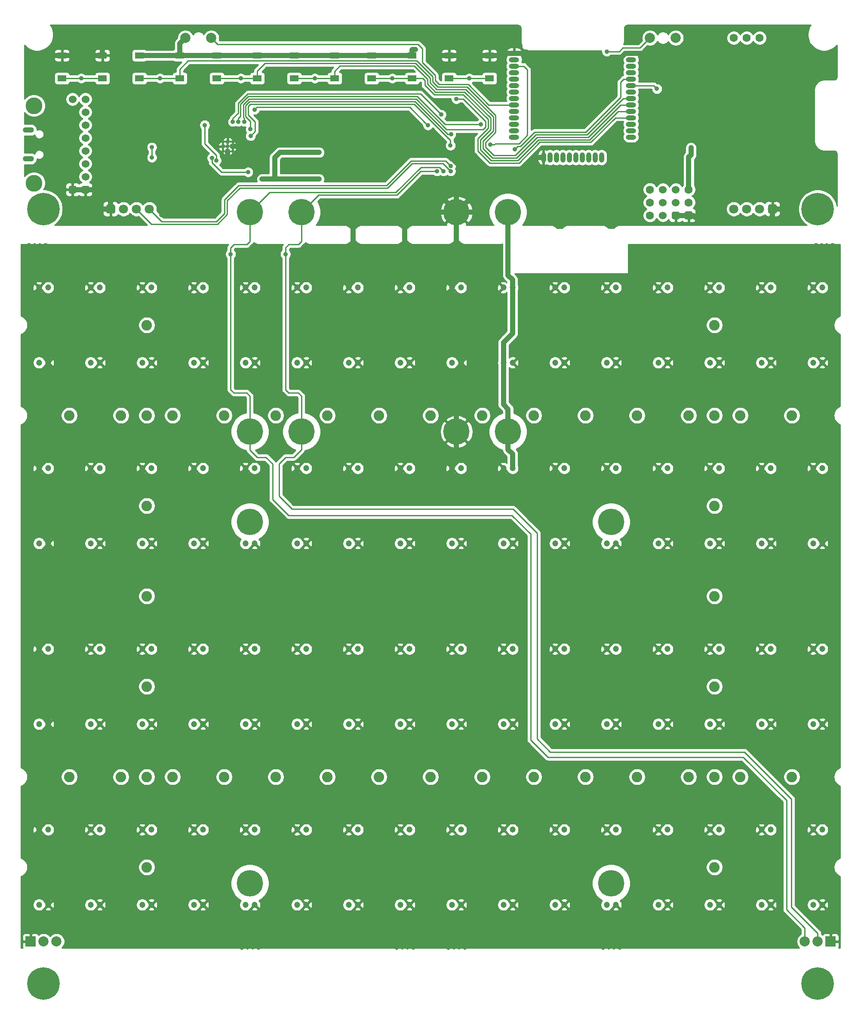
<source format=gbl>
G04 #@! TF.GenerationSoftware,KiCad,Pcbnew,5.1.4-e60b266~84~ubuntu18.04.1*
G04 #@! TF.CreationDate,2019-09-09T13:40:50+05:30*
G04 #@! TF.ProjectId,ClockIOT,436c6f63-6b49-44f5-942e-6b696361645f,rev 3*
G04 #@! TF.SameCoordinates,Original*
G04 #@! TF.FileFunction,Copper,L2,Bot*
G04 #@! TF.FilePolarity,Positive*
%FSLAX46Y46*%
G04 Gerber Fmt 4.6, Leading zero omitted, Abs format (unit mm)*
G04 Created by KiCad (PCBNEW 5.1.4-e60b266~84~ubuntu18.04.1) date 2019-09-09 13:40:50*
%MOMM*%
%LPD*%
G04 APERTURE LIST*
%ADD10R,2.000000X2.000000*%
%ADD11C,2.000000*%
%ADD12C,1.524000*%
%ADD13C,0.127000*%
%ADD14C,3.302000*%
%ADD15O,2.200000X1.100000*%
%ADD16R,1.800000X1.300000*%
%ADD17C,1.200000*%
%ADD18C,5.200000*%
%ADD19C,6.400000*%
%ADD20C,0.800000*%
%ADD21O,2.000000X1.000000*%
%ADD22O,1.000000X2.000000*%
%ADD23C,2.082800*%
%ADD24C,1.800000*%
%ADD25C,1.600000*%
%ADD26C,0.900000*%
%ADD27C,1.016000*%
%ADD28C,0.254000*%
%ADD29C,0.250000*%
G04 APERTURE END LIST*
D10*
X210185000Y-231775000D03*
D11*
X207645000Y-231775000D03*
X205105000Y-231775000D03*
D10*
X52705000Y-231775000D03*
D11*
X55245000Y-231775000D03*
X57785000Y-231775000D03*
D12*
X60960000Y-66040000D03*
D13*
G36*
X61378345Y-83059835D02*
G01*
X61415329Y-83065321D01*
X61451598Y-83074406D01*
X61486802Y-83087002D01*
X61520602Y-83102988D01*
X61552672Y-83122210D01*
X61582704Y-83144483D01*
X61610408Y-83169592D01*
X61635517Y-83197296D01*
X61657790Y-83227328D01*
X61677012Y-83259398D01*
X61692998Y-83293198D01*
X61705594Y-83328402D01*
X61714679Y-83364671D01*
X61720165Y-83401655D01*
X61722000Y-83439000D01*
X61722000Y-84201000D01*
X61720165Y-84238345D01*
X61714679Y-84275329D01*
X61705594Y-84311598D01*
X61692998Y-84346802D01*
X61677012Y-84380602D01*
X61657790Y-84412672D01*
X61635517Y-84442704D01*
X61610408Y-84470408D01*
X61582704Y-84495517D01*
X61552672Y-84517790D01*
X61520602Y-84537012D01*
X61486802Y-84552998D01*
X61451598Y-84565594D01*
X61415329Y-84574679D01*
X61378345Y-84580165D01*
X61341000Y-84582000D01*
X60579000Y-84582000D01*
X60541655Y-84580165D01*
X60504671Y-84574679D01*
X60468402Y-84565594D01*
X60433198Y-84552998D01*
X60399398Y-84537012D01*
X60367328Y-84517790D01*
X60337296Y-84495517D01*
X60309592Y-84470408D01*
X60284483Y-84442704D01*
X60262210Y-84412672D01*
X60242988Y-84380602D01*
X60227002Y-84346802D01*
X60214406Y-84311598D01*
X60205321Y-84275329D01*
X60199835Y-84238345D01*
X60198000Y-84201000D01*
X60198000Y-83439000D01*
X60199835Y-83401655D01*
X60205321Y-83364671D01*
X60214406Y-83328402D01*
X60227002Y-83293198D01*
X60242988Y-83259398D01*
X60262210Y-83227328D01*
X60284483Y-83197296D01*
X60309592Y-83169592D01*
X60337296Y-83144483D01*
X60367328Y-83122210D01*
X60399398Y-83102988D01*
X60433198Y-83087002D01*
X60468402Y-83074406D01*
X60504671Y-83065321D01*
X60541655Y-83059835D01*
X60579000Y-83058000D01*
X61341000Y-83058000D01*
X61378345Y-83059835D01*
X61378345Y-83059835D01*
G37*
D12*
X60960000Y-83820000D03*
D13*
G36*
X63918345Y-83059835D02*
G01*
X63955329Y-83065321D01*
X63991598Y-83074406D01*
X64026802Y-83087002D01*
X64060602Y-83102988D01*
X64092672Y-83122210D01*
X64122704Y-83144483D01*
X64150408Y-83169592D01*
X64175517Y-83197296D01*
X64197790Y-83227328D01*
X64217012Y-83259398D01*
X64232998Y-83293198D01*
X64245594Y-83328402D01*
X64254679Y-83364671D01*
X64260165Y-83401655D01*
X64262000Y-83439000D01*
X64262000Y-84201000D01*
X64260165Y-84238345D01*
X64254679Y-84275329D01*
X64245594Y-84311598D01*
X64232998Y-84346802D01*
X64217012Y-84380602D01*
X64197790Y-84412672D01*
X64175517Y-84442704D01*
X64150408Y-84470408D01*
X64122704Y-84495517D01*
X64092672Y-84517790D01*
X64060602Y-84537012D01*
X64026802Y-84552998D01*
X63991598Y-84565594D01*
X63955329Y-84574679D01*
X63918345Y-84580165D01*
X63881000Y-84582000D01*
X63119000Y-84582000D01*
X63081655Y-84580165D01*
X63044671Y-84574679D01*
X63008402Y-84565594D01*
X62973198Y-84552998D01*
X62939398Y-84537012D01*
X62907328Y-84517790D01*
X62877296Y-84495517D01*
X62849592Y-84470408D01*
X62824483Y-84442704D01*
X62802210Y-84412672D01*
X62782988Y-84380602D01*
X62767002Y-84346802D01*
X62754406Y-84311598D01*
X62745321Y-84275329D01*
X62739835Y-84238345D01*
X62738000Y-84201000D01*
X62738000Y-83439000D01*
X62739835Y-83401655D01*
X62745321Y-83364671D01*
X62754406Y-83328402D01*
X62767002Y-83293198D01*
X62782988Y-83259398D01*
X62802210Y-83227328D01*
X62824483Y-83197296D01*
X62849592Y-83169592D01*
X62877296Y-83144483D01*
X62907328Y-83122210D01*
X62939398Y-83102988D01*
X62973198Y-83087002D01*
X63008402Y-83074406D01*
X63044671Y-83065321D01*
X63081655Y-83059835D01*
X63119000Y-83058000D01*
X63881000Y-83058000D01*
X63918345Y-83059835D01*
X63918345Y-83059835D01*
G37*
D12*
X63500000Y-83820000D03*
X63500000Y-81280000D03*
X63500000Y-78740000D03*
X63500000Y-66040000D03*
X63500000Y-68580000D03*
X63500000Y-71120000D03*
X63500000Y-73660000D03*
X63500000Y-76200000D03*
D14*
X53340000Y-82550000D03*
X53340000Y-67310000D03*
D15*
X52250000Y-77765000D03*
X52250000Y-72095000D03*
D16*
X89370000Y-61940000D03*
X97320000Y-61940000D03*
X97320000Y-57440000D03*
X89370000Y-57440000D03*
X74130000Y-61940000D03*
X82080000Y-61940000D03*
X82080000Y-57440000D03*
X74130000Y-57440000D03*
X135090000Y-61940000D03*
X143040000Y-61940000D03*
X143040000Y-57440000D03*
X135090000Y-57440000D03*
X104610000Y-61940000D03*
X112560000Y-61940000D03*
X112560000Y-57440000D03*
X104610000Y-57440000D03*
X58890000Y-61940000D03*
X66840000Y-61940000D03*
X66840000Y-57440000D03*
X58890000Y-57440000D03*
X119850000Y-61940000D03*
X127800000Y-61940000D03*
X127800000Y-57440000D03*
X119850000Y-57440000D03*
D17*
X106945000Y-224560000D03*
X105145000Y-224560000D03*
D18*
X95885000Y-220345000D03*
X167005000Y-220345000D03*
X167005000Y-149225000D03*
X95885000Y-149225000D03*
D19*
X55245000Y-87630000D03*
D20*
X57645000Y-87630000D03*
X56942056Y-89327056D03*
X55245000Y-90030000D03*
X53547944Y-89327056D03*
X52845000Y-87630000D03*
X53547944Y-85932944D03*
X55245000Y-85230000D03*
X56942056Y-85932944D03*
D19*
X207645000Y-87630000D03*
D20*
X210045000Y-87630000D03*
X209342056Y-89327056D03*
X207645000Y-90030000D03*
X205947944Y-89327056D03*
X205245000Y-87630000D03*
X205947944Y-85932944D03*
X207645000Y-85230000D03*
X209342056Y-85932944D03*
D19*
X55245000Y-240030000D03*
D20*
X57645000Y-240030000D03*
X56942056Y-241727056D03*
X55245000Y-242430000D03*
X53547944Y-241727056D03*
X52845000Y-240030000D03*
X53547944Y-238332944D03*
X55245000Y-237630000D03*
X56942056Y-238332944D03*
D19*
X207645000Y-240030000D03*
D20*
X210045000Y-240030000D03*
X209342056Y-241727056D03*
X207645000Y-242430000D03*
X205947944Y-241727056D03*
X205245000Y-240030000D03*
X205947944Y-238332944D03*
X207645000Y-237630000D03*
X209342056Y-238332944D03*
D21*
X147885000Y-56980000D03*
X147885000Y-58250000D03*
X147885000Y-59520000D03*
X147885000Y-60790000D03*
X147885000Y-62060000D03*
X147885000Y-63330000D03*
X147885000Y-64600000D03*
X147885000Y-65870000D03*
X147885000Y-67140000D03*
X147885000Y-68410000D03*
X147885000Y-69680000D03*
X147885000Y-70950000D03*
X147885000Y-72220000D03*
X147885000Y-73490000D03*
X170885000Y-58250000D03*
X170885000Y-67140000D03*
X170885000Y-68410000D03*
X170885000Y-60790000D03*
X170885000Y-56980000D03*
X170885000Y-69680000D03*
X170885000Y-63330000D03*
X170885000Y-73490000D03*
X170885000Y-72220000D03*
X170885000Y-65870000D03*
X170885000Y-64600000D03*
X170885000Y-62060000D03*
X170885000Y-70950000D03*
X170885000Y-59520000D03*
D22*
X153670000Y-77480000D03*
X154940000Y-77480000D03*
X156210000Y-77480000D03*
X157480000Y-77480000D03*
X158750000Y-77480000D03*
X161290000Y-77480000D03*
X162560000Y-77480000D03*
X163830000Y-77480000D03*
X165100000Y-77480000D03*
X160020000Y-77480000D03*
D23*
X187325000Y-217170000D03*
X187325000Y-199390000D03*
X187325000Y-181610000D03*
X187325000Y-163830000D03*
X187325000Y-146050000D03*
X187325000Y-128270000D03*
X187325000Y-110490000D03*
X75565000Y-217170000D03*
X75565000Y-199390000D03*
X75565000Y-181610000D03*
X75565000Y-163830000D03*
X75565000Y-146050000D03*
X75565000Y-128270000D03*
X75565000Y-110490000D03*
X202565000Y-199390000D03*
X192405000Y-199390000D03*
X182245000Y-199390000D03*
X172085000Y-199390000D03*
X161925000Y-199390000D03*
X151765000Y-199390000D03*
X141605000Y-199390000D03*
X131445000Y-199390000D03*
X121285000Y-199390000D03*
X111125000Y-199390000D03*
X100965000Y-199390000D03*
X90805000Y-199390000D03*
X80645000Y-199390000D03*
X70485000Y-199390000D03*
X60325000Y-199390000D03*
X202565000Y-128270000D03*
X192405000Y-128270000D03*
X182245000Y-128270000D03*
X172085000Y-128270000D03*
X161925000Y-128270000D03*
X151765000Y-128270000D03*
X141605000Y-128270000D03*
X131445000Y-128270000D03*
X121285000Y-128270000D03*
X111125000Y-128270000D03*
X100965000Y-128270000D03*
X90805000Y-128270000D03*
X80645000Y-128270000D03*
X70485000Y-128270000D03*
X60325000Y-128270000D03*
D24*
X76073000Y-87630000D03*
X73533000Y-87630000D03*
X70993000Y-87630000D03*
D13*
G36*
X68947108Y-86732167D02*
G01*
X68990791Y-86738647D01*
X69033628Y-86749377D01*
X69075208Y-86764254D01*
X69115129Y-86783135D01*
X69153007Y-86805839D01*
X69188477Y-86832145D01*
X69221198Y-86861802D01*
X69250855Y-86894523D01*
X69277161Y-86929993D01*
X69299865Y-86967871D01*
X69318746Y-87007792D01*
X69333623Y-87049372D01*
X69344353Y-87092209D01*
X69350833Y-87135892D01*
X69353000Y-87180000D01*
X69353000Y-88080000D01*
X69350833Y-88124108D01*
X69344353Y-88167791D01*
X69333623Y-88210628D01*
X69318746Y-88252208D01*
X69299865Y-88292129D01*
X69277161Y-88330007D01*
X69250855Y-88365477D01*
X69221198Y-88398198D01*
X69188477Y-88427855D01*
X69153007Y-88454161D01*
X69115129Y-88476865D01*
X69075208Y-88495746D01*
X69033628Y-88510623D01*
X68990791Y-88521353D01*
X68947108Y-88527833D01*
X68903000Y-88530000D01*
X68003000Y-88530000D01*
X67958892Y-88527833D01*
X67915209Y-88521353D01*
X67872372Y-88510623D01*
X67830792Y-88495746D01*
X67790871Y-88476865D01*
X67752993Y-88454161D01*
X67717523Y-88427855D01*
X67684802Y-88398198D01*
X67655145Y-88365477D01*
X67628839Y-88330007D01*
X67606135Y-88292129D01*
X67587254Y-88252208D01*
X67572377Y-88210628D01*
X67561647Y-88167791D01*
X67555167Y-88124108D01*
X67553000Y-88080000D01*
X67553000Y-87180000D01*
X67555167Y-87135892D01*
X67561647Y-87092209D01*
X67572377Y-87049372D01*
X67587254Y-87007792D01*
X67606135Y-86967871D01*
X67628839Y-86929993D01*
X67655145Y-86894523D01*
X67684802Y-86861802D01*
X67717523Y-86832145D01*
X67752993Y-86805839D01*
X67790871Y-86783135D01*
X67830792Y-86764254D01*
X67872372Y-86749377D01*
X67915209Y-86738647D01*
X67958892Y-86732167D01*
X68003000Y-86730000D01*
X68903000Y-86730000D01*
X68947108Y-86732167D01*
X68947108Y-86732167D01*
G37*
D24*
X68453000Y-87630000D03*
X191135000Y-87630000D03*
X193675000Y-87630000D03*
X196215000Y-87630000D03*
D13*
G36*
X199249108Y-86732167D02*
G01*
X199292791Y-86738647D01*
X199335628Y-86749377D01*
X199377208Y-86764254D01*
X199417129Y-86783135D01*
X199455007Y-86805839D01*
X199490477Y-86832145D01*
X199523198Y-86861802D01*
X199552855Y-86894523D01*
X199579161Y-86929993D01*
X199601865Y-86967871D01*
X199620746Y-87007792D01*
X199635623Y-87049372D01*
X199646353Y-87092209D01*
X199652833Y-87135892D01*
X199655000Y-87180000D01*
X199655000Y-88080000D01*
X199652833Y-88124108D01*
X199646353Y-88167791D01*
X199635623Y-88210628D01*
X199620746Y-88252208D01*
X199601865Y-88292129D01*
X199579161Y-88330007D01*
X199552855Y-88365477D01*
X199523198Y-88398198D01*
X199490477Y-88427855D01*
X199455007Y-88454161D01*
X199417129Y-88476865D01*
X199377208Y-88495746D01*
X199335628Y-88510623D01*
X199292791Y-88521353D01*
X199249108Y-88527833D01*
X199205000Y-88530000D01*
X198305000Y-88530000D01*
X198260892Y-88527833D01*
X198217209Y-88521353D01*
X198174372Y-88510623D01*
X198132792Y-88495746D01*
X198092871Y-88476865D01*
X198054993Y-88454161D01*
X198019523Y-88427855D01*
X197986802Y-88398198D01*
X197957145Y-88365477D01*
X197930839Y-88330007D01*
X197908135Y-88292129D01*
X197889254Y-88252208D01*
X197874377Y-88210628D01*
X197863647Y-88167791D01*
X197857167Y-88124108D01*
X197855000Y-88080000D01*
X197855000Y-87180000D01*
X197857167Y-87135892D01*
X197863647Y-87092209D01*
X197874377Y-87049372D01*
X197889254Y-87007792D01*
X197908135Y-86967871D01*
X197930839Y-86929993D01*
X197957145Y-86894523D01*
X197986802Y-86861802D01*
X198019523Y-86832145D01*
X198054993Y-86805839D01*
X198092871Y-86783135D01*
X198132792Y-86764254D01*
X198174372Y-86749377D01*
X198217209Y-86738647D01*
X198260892Y-86732167D01*
X198305000Y-86730000D01*
X199205000Y-86730000D01*
X199249108Y-86732167D01*
X199249108Y-86732167D01*
G37*
D24*
X198755000Y-87630000D03*
D12*
X177165000Y-88900000D03*
D13*
G36*
X180123345Y-88139835D02*
G01*
X180160329Y-88145321D01*
X180196598Y-88154406D01*
X180231802Y-88167002D01*
X180265602Y-88182988D01*
X180297672Y-88202210D01*
X180327704Y-88224483D01*
X180355408Y-88249592D01*
X180380517Y-88277296D01*
X180402790Y-88307328D01*
X180422012Y-88339398D01*
X180437998Y-88373198D01*
X180450594Y-88408402D01*
X180459679Y-88444671D01*
X180465165Y-88481655D01*
X180467000Y-88519000D01*
X180467000Y-89281000D01*
X180465165Y-89318345D01*
X180459679Y-89355329D01*
X180450594Y-89391598D01*
X180437998Y-89426802D01*
X180422012Y-89460602D01*
X180402790Y-89492672D01*
X180380517Y-89522704D01*
X180355408Y-89550408D01*
X180327704Y-89575517D01*
X180297672Y-89597790D01*
X180265602Y-89617012D01*
X180231802Y-89632998D01*
X180196598Y-89645594D01*
X180160329Y-89654679D01*
X180123345Y-89660165D01*
X180086000Y-89662000D01*
X179324000Y-89662000D01*
X179286655Y-89660165D01*
X179249671Y-89654679D01*
X179213402Y-89645594D01*
X179178198Y-89632998D01*
X179144398Y-89617012D01*
X179112328Y-89597790D01*
X179082296Y-89575517D01*
X179054592Y-89550408D01*
X179029483Y-89522704D01*
X179007210Y-89492672D01*
X178987988Y-89460602D01*
X178972002Y-89426802D01*
X178959406Y-89391598D01*
X178950321Y-89355329D01*
X178944835Y-89318345D01*
X178943000Y-89281000D01*
X178943000Y-88519000D01*
X178944835Y-88481655D01*
X178950321Y-88444671D01*
X178959406Y-88408402D01*
X178972002Y-88373198D01*
X178987988Y-88339398D01*
X179007210Y-88307328D01*
X179029483Y-88277296D01*
X179054592Y-88249592D01*
X179082296Y-88224483D01*
X179112328Y-88202210D01*
X179144398Y-88182988D01*
X179178198Y-88167002D01*
X179213402Y-88154406D01*
X179249671Y-88145321D01*
X179286655Y-88139835D01*
X179324000Y-88138000D01*
X180086000Y-88138000D01*
X180123345Y-88139835D01*
X180123345Y-88139835D01*
G37*
D12*
X179705000Y-88900000D03*
X177165000Y-86360000D03*
X179705000Y-86360000D03*
X177165000Y-83820000D03*
X179705000Y-83820000D03*
D18*
X136525000Y-88265000D03*
X146685000Y-88265000D03*
X106045000Y-88265000D03*
X95885000Y-88265000D03*
X95885000Y-131445000D03*
X106045000Y-131445000D03*
X146685000Y-131445000D03*
X136525000Y-131445000D03*
D25*
X191135000Y-53975000D03*
D13*
G36*
X182684207Y-88101926D02*
G01*
X182723036Y-88107686D01*
X182761114Y-88117224D01*
X182798073Y-88130448D01*
X182833559Y-88147231D01*
X182867228Y-88167412D01*
X182898757Y-88190796D01*
X182927843Y-88217157D01*
X182954204Y-88246243D01*
X182977588Y-88277772D01*
X182997769Y-88311441D01*
X183014552Y-88346927D01*
X183027776Y-88383886D01*
X183037314Y-88421964D01*
X183043074Y-88460793D01*
X183045000Y-88500000D01*
X183045000Y-89300000D01*
X183043074Y-89339207D01*
X183037314Y-89378036D01*
X183027776Y-89416114D01*
X183014552Y-89453073D01*
X182997769Y-89488559D01*
X182977588Y-89522228D01*
X182954204Y-89553757D01*
X182927843Y-89582843D01*
X182898757Y-89609204D01*
X182867228Y-89632588D01*
X182833559Y-89652769D01*
X182798073Y-89669552D01*
X182761114Y-89682776D01*
X182723036Y-89692314D01*
X182684207Y-89698074D01*
X182645000Y-89700000D01*
X181845000Y-89700000D01*
X181805793Y-89698074D01*
X181766964Y-89692314D01*
X181728886Y-89682776D01*
X181691927Y-89669552D01*
X181656441Y-89652769D01*
X181622772Y-89632588D01*
X181591243Y-89609204D01*
X181562157Y-89582843D01*
X181535796Y-89553757D01*
X181512412Y-89522228D01*
X181492231Y-89488559D01*
X181475448Y-89453073D01*
X181462224Y-89416114D01*
X181452686Y-89378036D01*
X181446926Y-89339207D01*
X181445000Y-89300000D01*
X181445000Y-88500000D01*
X181446926Y-88460793D01*
X181452686Y-88421964D01*
X181462224Y-88383886D01*
X181475448Y-88346927D01*
X181492231Y-88311441D01*
X181512412Y-88277772D01*
X181535796Y-88246243D01*
X181562157Y-88217157D01*
X181591243Y-88190796D01*
X181622772Y-88167412D01*
X181656441Y-88147231D01*
X181691927Y-88130448D01*
X181728886Y-88117224D01*
X181766964Y-88107686D01*
X181805793Y-88101926D01*
X181845000Y-88100000D01*
X182645000Y-88100000D01*
X182684207Y-88101926D01*
X182684207Y-88101926D01*
G37*
D25*
X182245000Y-88900000D03*
X174625000Y-88900000D03*
X182245000Y-86360000D03*
X174625000Y-86360000D03*
X182245000Y-83820000D03*
X174625000Y-83820000D03*
X196215000Y-53975000D03*
X193675000Y-53975000D03*
D11*
X88265000Y-53975000D03*
X83185000Y-53975000D03*
X174625000Y-53975000D03*
X179705000Y-53975000D03*
D17*
X66305000Y-224560000D03*
X64505000Y-224560000D03*
X198385000Y-117880000D03*
X196585000Y-117880000D03*
X54345000Y-103100000D03*
X56145000Y-103100000D03*
X74665000Y-103100000D03*
X76465000Y-103100000D03*
X84825000Y-103100000D03*
X86625000Y-103100000D03*
X94985000Y-103100000D03*
X96785000Y-103100000D03*
X105145000Y-103100000D03*
X106945000Y-103100000D03*
X115305000Y-103100000D03*
X117105000Y-103100000D03*
X125465000Y-103100000D03*
X127265000Y-103100000D03*
X135625000Y-103100000D03*
X137425000Y-103100000D03*
X145785000Y-103100000D03*
X147585000Y-103100000D03*
X155945000Y-103100000D03*
X157745000Y-103100000D03*
X166105000Y-103100000D03*
X167905000Y-103100000D03*
X176265000Y-103100000D03*
X178065000Y-103100000D03*
X186425000Y-103100000D03*
X188225000Y-103100000D03*
X196585000Y-103100000D03*
X198385000Y-103100000D03*
X206745000Y-103100000D03*
X208545000Y-103100000D03*
X208545000Y-117880000D03*
X206745000Y-117880000D03*
X188225000Y-117880000D03*
X186425000Y-117880000D03*
X178065000Y-117880000D03*
X176265000Y-117880000D03*
X167905000Y-117880000D03*
X166105000Y-117880000D03*
X157745000Y-117880000D03*
X155945000Y-117880000D03*
X147585000Y-117880000D03*
X145785000Y-117880000D03*
X137425000Y-117880000D03*
X135625000Y-117880000D03*
X127265000Y-117880000D03*
X125465000Y-117880000D03*
X117105000Y-117880000D03*
X115305000Y-117880000D03*
X106945000Y-117880000D03*
X105145000Y-117880000D03*
X96785000Y-117880000D03*
X94985000Y-117880000D03*
X86625000Y-117880000D03*
X84825000Y-117880000D03*
X76465000Y-117880000D03*
X74665000Y-117880000D03*
X66305000Y-117880000D03*
X64505000Y-117880000D03*
X56145000Y-117880000D03*
X54345000Y-117880000D03*
X54345000Y-138660000D03*
X56145000Y-138660000D03*
X64505000Y-138660000D03*
X66305000Y-138660000D03*
X74665000Y-138660000D03*
X76465000Y-138660000D03*
X84825000Y-138660000D03*
X86625000Y-138660000D03*
X94985000Y-138660000D03*
X96785000Y-138660000D03*
X105145000Y-138660000D03*
X106945000Y-138660000D03*
X115305000Y-138660000D03*
X117105000Y-138660000D03*
X125465000Y-138660000D03*
X127265000Y-138660000D03*
X135625000Y-138660000D03*
X137425000Y-138660000D03*
X145785000Y-138660000D03*
X147585000Y-138660000D03*
X155945000Y-138660000D03*
X157745000Y-138660000D03*
X166105000Y-138660000D03*
X167905000Y-138660000D03*
X176265000Y-138660000D03*
X178065000Y-138660000D03*
X186425000Y-138660000D03*
X188225000Y-138660000D03*
X196585000Y-138660000D03*
X198385000Y-138660000D03*
X206745000Y-138660000D03*
X208545000Y-138660000D03*
X208545000Y-153440000D03*
X206745000Y-153440000D03*
X198385000Y-153440000D03*
X196585000Y-153440000D03*
X188225000Y-153440000D03*
X186425000Y-153440000D03*
X178065000Y-153440000D03*
X176265000Y-153440000D03*
X167905000Y-153440000D03*
X166105000Y-153440000D03*
X157745000Y-153440000D03*
X155945000Y-153440000D03*
X147585000Y-153440000D03*
X145785000Y-153440000D03*
X137425000Y-153440000D03*
X135625000Y-153440000D03*
X127265000Y-153440000D03*
X125465000Y-153440000D03*
X117105000Y-153440000D03*
X115305000Y-153440000D03*
X106945000Y-153440000D03*
X105145000Y-153440000D03*
X96785000Y-153440000D03*
X94985000Y-153440000D03*
X86625000Y-153440000D03*
X84825000Y-153440000D03*
X76465000Y-153440000D03*
X74665000Y-153440000D03*
X66305000Y-153440000D03*
X64505000Y-153440000D03*
X56145000Y-153440000D03*
X54345000Y-153440000D03*
X54345000Y-174220000D03*
X56145000Y-174220000D03*
X64505000Y-174220000D03*
X66305000Y-174220000D03*
X74665000Y-174220000D03*
X76465000Y-174220000D03*
X84825000Y-174220000D03*
X86625000Y-174220000D03*
X94985000Y-174220000D03*
X96785000Y-174220000D03*
X105145000Y-174220000D03*
X106945000Y-174220000D03*
X115305000Y-174220000D03*
X117105000Y-174220000D03*
X125465000Y-174220000D03*
X127265000Y-174220000D03*
X135625000Y-174220000D03*
X137425000Y-174220000D03*
X145785000Y-174220000D03*
X147585000Y-174220000D03*
X155945000Y-174220000D03*
X157745000Y-174220000D03*
X166105000Y-174220000D03*
X167905000Y-174220000D03*
X176265000Y-174220000D03*
X178065000Y-174220000D03*
X186425000Y-174220000D03*
X188225000Y-174220000D03*
X196585000Y-174220000D03*
X198385000Y-174220000D03*
X206745000Y-174220000D03*
X208545000Y-174220000D03*
X208545000Y-189000000D03*
X206745000Y-189000000D03*
X198385000Y-189000000D03*
X196585000Y-189000000D03*
X188225000Y-189000000D03*
X186425000Y-189000000D03*
X178065000Y-189000000D03*
X176265000Y-189000000D03*
X167905000Y-189000000D03*
X166105000Y-189000000D03*
X157745000Y-189000000D03*
X155945000Y-189000000D03*
X147585000Y-189000000D03*
X145785000Y-189000000D03*
X137425000Y-189000000D03*
X135625000Y-189000000D03*
X127265000Y-189000000D03*
X125465000Y-189000000D03*
X117105000Y-189000000D03*
X115305000Y-189000000D03*
X106945000Y-189000000D03*
X105145000Y-189000000D03*
X96785000Y-189000000D03*
X94985000Y-189000000D03*
X86625000Y-189000000D03*
X84825000Y-189000000D03*
X76465000Y-189000000D03*
X74665000Y-189000000D03*
X66305000Y-189000000D03*
X64505000Y-189000000D03*
X56145000Y-189000000D03*
X54345000Y-189000000D03*
X54345000Y-209780000D03*
X56145000Y-209780000D03*
X64505000Y-209780000D03*
X66305000Y-209780000D03*
X74665000Y-209780000D03*
X76465000Y-209780000D03*
X84825000Y-209780000D03*
X86625000Y-209780000D03*
X94985000Y-209780000D03*
X96785000Y-209780000D03*
X105145000Y-209780000D03*
X106945000Y-209780000D03*
X115305000Y-209780000D03*
X117105000Y-209780000D03*
X125465000Y-209780000D03*
X127265000Y-209780000D03*
X135625000Y-209780000D03*
X137425000Y-209780000D03*
X145785000Y-209780000D03*
X147585000Y-209780000D03*
X155945000Y-209780000D03*
X157745000Y-209780000D03*
X166105000Y-209780000D03*
X167905000Y-209780000D03*
X176265000Y-209780000D03*
X178065000Y-209780000D03*
X186425000Y-209780000D03*
X188225000Y-209780000D03*
X196585000Y-209780000D03*
X198385000Y-209780000D03*
X206745000Y-209780000D03*
X208545000Y-209780000D03*
X208545000Y-224560000D03*
X206745000Y-224560000D03*
X198385000Y-224560000D03*
X196585000Y-224560000D03*
X188225000Y-224560000D03*
X186425000Y-224560000D03*
X178065000Y-224560000D03*
X176265000Y-224560000D03*
X167905000Y-224560000D03*
X166105000Y-224560000D03*
X157745000Y-224560000D03*
X155945000Y-224560000D03*
X147585000Y-224560000D03*
X145785000Y-224560000D03*
X137425000Y-224560000D03*
X135625000Y-224560000D03*
X127265000Y-224560000D03*
X125465000Y-224560000D03*
X117105000Y-224560000D03*
X115305000Y-224560000D03*
X96785000Y-224560000D03*
X94985000Y-224560000D03*
X86625000Y-224560000D03*
X84825000Y-224560000D03*
X76465000Y-224560000D03*
X74665000Y-224560000D03*
X56145000Y-224560000D03*
X54345000Y-224560000D03*
X64505000Y-103100000D03*
X66305000Y-103100000D03*
D20*
X91500000Y-74439474D03*
X92398026Y-75337500D03*
X91500000Y-76235526D03*
X90601974Y-75337500D03*
X91500000Y-75337500D03*
D26*
X117000000Y-70510000D03*
X120750000Y-70866000D03*
X116500000Y-68750000D03*
X115250000Y-68750000D03*
X131500000Y-54250000D03*
X206500000Y-75690000D03*
X158690000Y-61820000D03*
X156140000Y-64380000D03*
X158680000Y-66930000D03*
X161230000Y-64380000D03*
X131450000Y-75880000D03*
X124750000Y-70870000D03*
X99500000Y-69550000D03*
X102420000Y-70940000D03*
X104500000Y-68860000D03*
X106570000Y-70940000D03*
X140000000Y-58250000D03*
X102260002Y-63810000D03*
X206499998Y-62750000D03*
X132750000Y-53749994D03*
X132750000Y-55500000D03*
X122680000Y-68790000D03*
X87524000Y-87250000D03*
X83524000Y-87250000D03*
X82524000Y-87250000D03*
X78524000Y-87250000D03*
X87524000Y-88750000D03*
X83524000Y-88750000D03*
X82524000Y-88750000D03*
X78524000Y-88750000D03*
X178510000Y-67950000D03*
X178510002Y-69210000D03*
X178500000Y-70480000D03*
X178510002Y-73010000D03*
X178500000Y-71730000D03*
X184690000Y-67950002D03*
X184700000Y-69210000D03*
X184700000Y-70490000D03*
X184700000Y-71749998D03*
X90551000Y-82423000D03*
X76200000Y-83439000D03*
X66040000Y-83439000D03*
X52705000Y-63246000D03*
X60325000Y-76454000D03*
X60325000Y-77470000D03*
X61341000Y-77470000D03*
X61341000Y-76454000D03*
X87218400Y-63810000D03*
X71932800Y-63804800D03*
X72034400Y-72364600D03*
X86969600Y-69088000D03*
X185700000Y-79500000D03*
X137500000Y-55500000D03*
X137500000Y-53500000D03*
X117600000Y-63800000D03*
X94234000Y-53975000D03*
X94615000Y-142240000D03*
X104775000Y-142240000D03*
X86360000Y-97790000D03*
X90170000Y-97790000D03*
X93345000Y-97790000D03*
X97790000Y-97790000D03*
X100965000Y-97790000D03*
X104775000Y-97790000D03*
X86995000Y-123190000D03*
X90805000Y-123190000D03*
X96520000Y-123190000D03*
X99060000Y-123190000D03*
X101600000Y-123190000D03*
X96520000Y-142240000D03*
X102870000Y-142240000D03*
X98425000Y-142240000D03*
X147955000Y-158750000D03*
X156210000Y-158750000D03*
X149860000Y-158750000D03*
X154305000Y-158750000D03*
X155575000Y-168275000D03*
X153670000Y-168275000D03*
X147955000Y-168275000D03*
X149860000Y-168275000D03*
X147955000Y-194310000D03*
X149860000Y-194310000D03*
X151765000Y-194310000D03*
X198120000Y-203835000D03*
X206375000Y-203835000D03*
X204470000Y-203835000D03*
X199390000Y-203835000D03*
X198755000Y-229870000D03*
X200660000Y-229870000D03*
X202565000Y-229870000D03*
X102870000Y-96520000D03*
X132700000Y-80200000D03*
X92075000Y-96520000D03*
X134000000Y-80200000D03*
X166130000Y-56640000D03*
X182710000Y-75570000D03*
X128500000Y-56250000D03*
X109500000Y-81750000D03*
X108000000Y-81750000D03*
X109500000Y-76500000D03*
X108000000Y-76500000D03*
X98250000Y-81750000D03*
X99500000Y-81750000D03*
X100750000Y-81750000D03*
X143180000Y-74930000D03*
X96774000Y-68072000D03*
X130900000Y-71150000D03*
X62650000Y-61940000D03*
X76580000Y-75500000D03*
X76579998Y-77500000D03*
X135426829Y-79198747D03*
X176000000Y-64000000D03*
X135400000Y-80200000D03*
X92510000Y-70460000D03*
X133550000Y-69080000D03*
X95990000Y-71950000D03*
X135450000Y-72950000D03*
X123910000Y-61940000D03*
X108660000Y-61940000D03*
X135360000Y-75150000D03*
X96000000Y-73250000D03*
X94780000Y-70460000D03*
X136500000Y-66000000D03*
X148000000Y-75920000D03*
X94060000Y-61940000D03*
X78180000Y-61940000D03*
X139040000Y-61940000D03*
X93590000Y-70450000D03*
X141300000Y-71000000D03*
X89281000Y-78105000D03*
X86969600Y-71120000D03*
X88392000Y-77597000D03*
X95504000Y-80391000D03*
D27*
X155575000Y-142240000D02*
X166370000Y-142240000D01*
X114935000Y-142240000D02*
X125730000Y-142240000D01*
X170815000Y-56980000D02*
X170885000Y-56980000D01*
X136525000Y-96520000D02*
X136525000Y-91816267D01*
X136525000Y-91816267D02*
X136525000Y-93603732D01*
X136525000Y-88265000D02*
X136525000Y-91816267D01*
X56145000Y-222885000D02*
X56145000Y-224560000D01*
X56145000Y-116470000D02*
X56145000Y-117880000D01*
X55245000Y-136525000D02*
X54345000Y-137425000D01*
X55245000Y-120015000D02*
X55245000Y-136525000D01*
X56145000Y-119115000D02*
X55245000Y-120015000D01*
X56145000Y-117880000D02*
X56145000Y-119115000D01*
X54345000Y-137425000D02*
X54345000Y-138660000D01*
X55245000Y-172085000D02*
X54345000Y-172985000D01*
X55245000Y-155575000D02*
X55245000Y-172085000D01*
X56145000Y-154675000D02*
X55245000Y-155575000D01*
X56145000Y-153440000D02*
X56145000Y-154675000D01*
X54345000Y-172985000D02*
X54345000Y-174220000D01*
X55245000Y-207645000D02*
X54345000Y-208545000D01*
X55245000Y-191135000D02*
X55245000Y-207645000D01*
X54345000Y-208545000D02*
X54345000Y-209780000D01*
X56145000Y-190235000D02*
X55245000Y-191135000D01*
X56145000Y-189000000D02*
X56145000Y-190235000D01*
X125465000Y-138660000D02*
X125465000Y-141975000D01*
X125465000Y-141975000D02*
X125730000Y-142240000D01*
X155945000Y-141870000D02*
X155575000Y-142240000D01*
X155575000Y-142240000D02*
X145415000Y-142240000D01*
X155945000Y-138660000D02*
X155945000Y-141870000D01*
X166105000Y-138660000D02*
X166105000Y-141975000D01*
X166105000Y-141975000D02*
X166370000Y-142240000D01*
X206745000Y-138660000D02*
X206745000Y-142240000D01*
X196215000Y-142240000D02*
X206745000Y-142240000D01*
X137425000Y-117880000D02*
X137425000Y-126100000D01*
X137425000Y-126100000D02*
X136525000Y-127000000D01*
X136525000Y-127000000D02*
X136525000Y-131445000D01*
X135625000Y-103100000D02*
X135625000Y-97420000D01*
X135625000Y-97420000D02*
X136525000Y-96520000D01*
X198437500Y-224612500D02*
X198385000Y-224560000D01*
X175895000Y-142240000D02*
X166370000Y-142240000D01*
X186055000Y-142240000D02*
X175895000Y-142240000D01*
X176265000Y-138660000D02*
X176265000Y-139508528D01*
X175895000Y-139878528D02*
X175895000Y-142240000D01*
X176265000Y-139508528D02*
X175895000Y-139878528D01*
X196215000Y-142240000D02*
X186055000Y-142240000D01*
X186425000Y-138660000D02*
X186425000Y-139508528D01*
X186425000Y-139508528D02*
X186055000Y-139878528D01*
X186055000Y-139878528D02*
X186055000Y-142240000D01*
X196585000Y-138660000D02*
X196585000Y-139508528D01*
X196585000Y-139508528D02*
X196215000Y-139878528D01*
X196215000Y-139878528D02*
X196215000Y-142240000D01*
X145415000Y-139878528D02*
X145415000Y-142240000D01*
X145785000Y-138660000D02*
X145785000Y-139508528D01*
X145785000Y-139508528D02*
X145415000Y-139878528D01*
X64135000Y-142240000D02*
X74295000Y-142240000D01*
X64505000Y-138660000D02*
X64505000Y-139508528D01*
X64505000Y-139508528D02*
X64135000Y-139878528D01*
X64135000Y-139878528D02*
X64135000Y-142240000D01*
X74295000Y-142240000D02*
X84455000Y-142240000D01*
X74665000Y-138660000D02*
X74665000Y-139508528D01*
X74665000Y-139508528D02*
X74295000Y-139878528D01*
X74295000Y-139878528D02*
X74295000Y-142240000D01*
X84455000Y-142240000D02*
X94615000Y-142240000D01*
X84825000Y-138660000D02*
X84825000Y-139508528D01*
X84825000Y-139508528D02*
X84455000Y-139878528D01*
X84455000Y-139878528D02*
X84455000Y-142240000D01*
X94615000Y-139878528D02*
X94615000Y-142240000D01*
X94985000Y-138660000D02*
X94985000Y-139508528D01*
X94985000Y-139508528D02*
X94615000Y-139878528D01*
X104775000Y-142240000D02*
X114935000Y-142240000D01*
X105145000Y-138660000D02*
X105145000Y-139508528D01*
X105145000Y-139508528D02*
X104775000Y-139878528D01*
X104775000Y-139878528D02*
X104775000Y-142240000D01*
X114935000Y-142240000D02*
X115305000Y-141870000D01*
X115305000Y-141870000D02*
X115305000Y-138660000D01*
X135625000Y-136155000D02*
X136525000Y-135255000D01*
X136525000Y-135255000D02*
X136525000Y-131445000D01*
X135625000Y-138660000D02*
X135625000Y-136155000D01*
X179705000Y-88900000D02*
X182245000Y-88900000D01*
X206500000Y-79835000D02*
X206500000Y-75690000D01*
X206525000Y-79860000D02*
X206500000Y-79835000D01*
X158680000Y-66930000D02*
X158680000Y-64380000D01*
X158680000Y-64380000D02*
X156140000Y-64380000D01*
X161230000Y-64380000D02*
X158680000Y-64380000D01*
X158690000Y-64370000D02*
X158680000Y-64380000D01*
X158690000Y-61820000D02*
X158690000Y-64370000D01*
X147885000Y-56980000D02*
X149901000Y-56980000D01*
X149901000Y-56980000D02*
X151710000Y-58789000D01*
X153370000Y-64380000D02*
X156140000Y-64380000D01*
X151710000Y-58789000D02*
X151710000Y-62720000D01*
X151710000Y-62720000D02*
X153370000Y-64380000D01*
X146141000Y-56980000D02*
X147885000Y-56980000D01*
X145681000Y-57440000D02*
X146141000Y-56980000D01*
X120754000Y-70870000D02*
X120750000Y-70866000D01*
X124750000Y-70870000D02*
X120754000Y-70870000D01*
X117356000Y-70866000D02*
X117000000Y-70510000D01*
X120750000Y-70866000D02*
X117356000Y-70866000D01*
X117000000Y-69250000D02*
X116500000Y-68750000D01*
X117000000Y-70510000D02*
X117000000Y-69250000D01*
X116500000Y-68750000D02*
X115250000Y-68750000D01*
X104500000Y-70930000D02*
X104490000Y-70940000D01*
X104500000Y-68860000D02*
X104500000Y-70930000D01*
X104490000Y-70940000D02*
X102420000Y-70940000D01*
X106570000Y-70940000D02*
X104490000Y-70940000D01*
X55250000Y-58439000D02*
X56249000Y-57440000D01*
X162361726Y-64380000D02*
X161230000Y-64380000D01*
X169761726Y-56980000D02*
X162361726Y-64380000D01*
X170885000Y-56980000D02*
X169761726Y-56980000D01*
X54345000Y-114670000D02*
X56145000Y-116470000D01*
X54345000Y-103100000D02*
X54345000Y-114670000D01*
X135625000Y-114700000D02*
X137425000Y-116500000D01*
X137425000Y-117880000D02*
X137425000Y-116500000D01*
X135625000Y-103100000D02*
X135625000Y-114700000D01*
X56145000Y-151050000D02*
X54345000Y-149250000D01*
X56145000Y-153440000D02*
X56145000Y-151050000D01*
X54355000Y-142240000D02*
X54345000Y-142250000D01*
X64135000Y-142240000D02*
X54355000Y-142240000D01*
X54345000Y-142250000D02*
X54345000Y-138660000D01*
X54345000Y-149250000D02*
X54345000Y-142250000D01*
X135500000Y-142240000D02*
X125730000Y-142240000D01*
X135625000Y-142115000D02*
X135500000Y-142240000D01*
X135625000Y-138660000D02*
X135625000Y-142115000D01*
X135500000Y-142240000D02*
X145415000Y-142240000D01*
X208545000Y-144040000D02*
X206745000Y-142240000D01*
X208545000Y-153440000D02*
X208545000Y-144040000D01*
X56145000Y-187590000D02*
X56145000Y-189000000D01*
X54345000Y-185790000D02*
X56145000Y-187590000D01*
X54345000Y-174220000D02*
X54345000Y-185790000D01*
X54345000Y-221085000D02*
X56145000Y-222885000D01*
X54345000Y-209780000D02*
X54345000Y-221085000D01*
X206500000Y-75690000D02*
X206500000Y-62750002D01*
X206500000Y-62750002D02*
X206499998Y-62750000D01*
X131500000Y-54250000D02*
X131500000Y-56500000D01*
X131500000Y-56500000D02*
X132440000Y-57440000D01*
X140000000Y-58250000D02*
X140000000Y-57440000D01*
X132750000Y-55500000D02*
X132750000Y-53749994D01*
X132000006Y-53749994D02*
X131500000Y-54250000D01*
X132750000Y-53749994D02*
X132000006Y-53749994D01*
X128398168Y-88265000D02*
X136525000Y-88265000D01*
X125465000Y-103100000D02*
X125465000Y-97535000D01*
X125465000Y-97535000D02*
X126371584Y-96628416D01*
X126371584Y-96628416D02*
X126371584Y-90291584D01*
X126371584Y-90291584D02*
X128398168Y-88265000D01*
X115305000Y-103100000D02*
X115305000Y-97445000D01*
X115305000Y-97445000D02*
X116198415Y-96551585D01*
X83524000Y-87250000D02*
X82524000Y-87250000D01*
X78524000Y-87250000D02*
X78524000Y-88750000D01*
X82524000Y-87250000D02*
X82524000Y-88750000D01*
X83524000Y-87250000D02*
X83524000Y-88750000D01*
X87524000Y-87250000D02*
X87524000Y-88750000D01*
X78524000Y-87250000D02*
X82524000Y-87250000D01*
X83524000Y-87250000D02*
X87524000Y-87250000D01*
X87524000Y-88750000D02*
X83524000Y-88750000D01*
X83524000Y-88750000D02*
X78524000Y-88750000D01*
X178510000Y-62589000D02*
X178510000Y-67950000D01*
X172901000Y-56980000D02*
X178510000Y-62589000D01*
X170885000Y-56980000D02*
X172901000Y-56980000D01*
X178510002Y-69210000D02*
X184700000Y-69210000D01*
X188640002Y-75690000D02*
X184700000Y-71749998D01*
X206500000Y-75690000D02*
X188640002Y-75690000D01*
X66840000Y-57440000D02*
X58890000Y-57440000D01*
X58890000Y-57440000D02*
X56249000Y-57440000D01*
X135090000Y-57440000D02*
X140000000Y-57440000D01*
X143040000Y-57440000D02*
X140000000Y-57440000D01*
X145681000Y-57440000D02*
X143040000Y-57440000D01*
X135090000Y-57440000D02*
X132440000Y-57440000D01*
X76200000Y-84075396D02*
X75566396Y-84709000D01*
X76200000Y-83439000D02*
X76200000Y-84075396D01*
X75566396Y-84709000D02*
X69596000Y-84709000D01*
X68453000Y-85852000D02*
X69596000Y-84709000D01*
X68453000Y-87630000D02*
X68453000Y-85852000D01*
X66040000Y-83439000D02*
X66040000Y-86868000D01*
X66802000Y-87630000D02*
X68453000Y-87630000D01*
X66040000Y-86868000D02*
X66802000Y-87630000D01*
X52705000Y-63246000D02*
X55250000Y-63246000D01*
X55250000Y-58439000D02*
X55250000Y-63246000D01*
X60960000Y-83820000D02*
X63500000Y-83820000D01*
X65403604Y-83439000D02*
X65022604Y-83820000D01*
X66040000Y-83439000D02*
X65403604Y-83439000D01*
X65022604Y-83820000D02*
X63500000Y-83820000D01*
X78524000Y-85763000D02*
X78524000Y-87250000D01*
X76200000Y-83439000D02*
X78524000Y-85763000D01*
X55250000Y-63251000D02*
X55250000Y-63246000D01*
X198755000Y-87630000D02*
X201295000Y-87630000D01*
X201295000Y-87630000D02*
X202565000Y-86360000D01*
X202565000Y-86360000D02*
X202565000Y-83820000D01*
X202565000Y-83820000D02*
X206525000Y-79860000D01*
X102260002Y-63810000D02*
X87218400Y-63810000D01*
X71938000Y-63810000D02*
X71932800Y-63804800D01*
X87218400Y-63810000D02*
X71938000Y-63810000D01*
X55803800Y-63804800D02*
X55250000Y-63251000D01*
X71932800Y-63804800D02*
X55803800Y-63804800D01*
X72034400Y-72364600D02*
X72034400Y-66116200D01*
X71932800Y-66014600D02*
X71932800Y-63804800D01*
X72034400Y-66116200D02*
X71932800Y-66014600D01*
X86969600Y-69088000D02*
X86969600Y-66014600D01*
X87218400Y-65765800D02*
X87218400Y-63810000D01*
X86969600Y-66014600D02*
X87218400Y-65765800D01*
X91500000Y-77149000D02*
X91500000Y-76235526D01*
X96951800Y-78790800D02*
X96266000Y-78105000D01*
X96951800Y-81076800D02*
X96951800Y-78790800D01*
X96266000Y-78105000D02*
X92456000Y-78105000D01*
X90551000Y-82423000D02*
X91187396Y-82423000D01*
X91187396Y-82423000D02*
X91695396Y-81915000D01*
X91695396Y-81915000D02*
X96113600Y-81915000D01*
X92456000Y-78105000D02*
X91500000Y-77149000D01*
X96113600Y-81915000D02*
X96951800Y-81076800D01*
X76200000Y-83439000D02*
X76200000Y-81330800D01*
X76200000Y-81330800D02*
X74853800Y-79984600D01*
X74853800Y-79984600D02*
X72923400Y-79984600D01*
X72034400Y-79095600D02*
X72034400Y-72364600D01*
X72923400Y-79984600D02*
X72034400Y-79095600D01*
X90551000Y-82423000D02*
X84759800Y-82423000D01*
X84759800Y-82423000D02*
X82702400Y-80365600D01*
X82702400Y-80365600D02*
X82702400Y-70358000D01*
X83972400Y-69088000D02*
X82702400Y-70358000D01*
X86969600Y-69088000D02*
X83972400Y-69088000D01*
X124750000Y-75067600D02*
X124750000Y-70870000D01*
X125562400Y-75880000D02*
X124750000Y-75067600D01*
X131450000Y-75880000D02*
X125562400Y-75880000D01*
X106570000Y-70940000D02*
X114124400Y-70940000D01*
X115250000Y-69814400D02*
X115250000Y-68750000D01*
X114124400Y-70940000D02*
X115250000Y-69814400D01*
X99500000Y-69550000D02*
X99500000Y-73855000D01*
X98017500Y-75337500D02*
X92398026Y-75337500D01*
X99500000Y-73855000D02*
X98017500Y-75337500D01*
X102420000Y-70940000D02*
X102420000Y-70187400D01*
X101782600Y-69550000D02*
X99500000Y-69550000D01*
X102420000Y-70187400D02*
X101782600Y-69550000D01*
X80289400Y-51892200D02*
X78613000Y-53568600D01*
X78613000Y-53568600D02*
X69037200Y-53568600D01*
X66840000Y-55765800D02*
X66840000Y-57440000D01*
X69037200Y-53568600D02*
X66840000Y-55765800D01*
X183145000Y-88900000D02*
X184059400Y-89814400D01*
X182245000Y-88900000D02*
X183145000Y-88900000D01*
X184059400Y-89814400D02*
X198018400Y-89814400D01*
X198755000Y-89077800D02*
X198755000Y-87630000D01*
X198018400Y-89814400D02*
X198755000Y-89077800D01*
X184700000Y-71749998D02*
X183240602Y-71749998D01*
X181980600Y-73010000D02*
X178510002Y-73010000D01*
X183240602Y-71749998D02*
X181980600Y-73010000D01*
X88796000Y-88750000D02*
X87524000Y-88750000D01*
X90551000Y-82423000D02*
X90551000Y-83149000D01*
X90551000Y-83149000D02*
X89400000Y-84300000D01*
X89400000Y-84300000D02*
X89400000Y-88146000D01*
X89400000Y-88146000D02*
X88796000Y-88750000D01*
X178510002Y-75500000D02*
X178510002Y-73010000D01*
X170460002Y-83550000D02*
X178510002Y-75500000D01*
X131450000Y-75880000D02*
X133848212Y-75880000D01*
X102260002Y-63810000D02*
X117590000Y-63810000D01*
X117590000Y-63810000D02*
X117600000Y-63800000D01*
X138000000Y-83113045D02*
X138000000Y-80031788D01*
X136525000Y-84588045D02*
X138000000Y-83113045D01*
X136525000Y-88265000D02*
X136525000Y-84588045D01*
X133848212Y-75880000D02*
X138000000Y-80031788D01*
X116198415Y-92000000D02*
X116198415Y-88801585D01*
X116198415Y-96551585D02*
X116198415Y-92000000D01*
X116198415Y-88801585D02*
X118000000Y-87000000D01*
X118000000Y-87000000D02*
X126000000Y-87000000D01*
X126000000Y-87000000D02*
X128000000Y-85000000D01*
X133260000Y-85000000D02*
X136525000Y-88265000D01*
X128000000Y-85000000D02*
X133260000Y-85000000D01*
X152154000Y-77480000D02*
X149134000Y-80500000D01*
X153670000Y-77480000D02*
X152154000Y-77480000D01*
X144290000Y-80500000D02*
X140290000Y-84500000D01*
X149134000Y-80500000D02*
X144290000Y-80500000D01*
X136525000Y-88265000D02*
X140290000Y-84500000D01*
X140201955Y-88265000D02*
X142000000Y-86466955D01*
X136525000Y-88265000D02*
X140201955Y-88265000D01*
X142000000Y-86466955D02*
X142000000Y-85000000D01*
X143450000Y-83550000D02*
X155000000Y-83550000D01*
X142000000Y-85000000D02*
X143450000Y-83550000D01*
X155000000Y-83550000D02*
X170460002Y-83550000D01*
X94234000Y-53975000D02*
X101092000Y-53975000D01*
X101092000Y-53975000D02*
X103067000Y-52000000D01*
X103067000Y-52000000D02*
X131750000Y-52000000D01*
X132750000Y-53000000D02*
X132750000Y-53749994D01*
X131750000Y-52000000D02*
X132750000Y-53000000D01*
X92151200Y-51892200D02*
X94234000Y-53975000D01*
X89789000Y-51892200D02*
X92151200Y-51892200D01*
X89789000Y-51892200D02*
X80289400Y-51892200D01*
X147585000Y-138660000D02*
X147585000Y-135880533D01*
X145785000Y-117880000D02*
X145785000Y-126100000D01*
X145785000Y-126100000D02*
X146685000Y-127000000D01*
X146685000Y-127000000D02*
X146685000Y-131445000D01*
X146685000Y-131445000D02*
X146685000Y-134980533D01*
X146685000Y-134980533D02*
X147585000Y-135880533D01*
X145785000Y-117880000D02*
X145785000Y-113930000D01*
X145785000Y-113930000D02*
X147585000Y-112130000D01*
X147585000Y-112130000D02*
X147585000Y-103100000D01*
X147585000Y-101585000D02*
X147585000Y-103100000D01*
X146685000Y-100685000D02*
X147585000Y-101585000D01*
X146685000Y-88265000D02*
X146685000Y-100685000D01*
D28*
X105410000Y-94615000D02*
X106045000Y-93980000D01*
X106045000Y-93980000D02*
X106045000Y-88265000D01*
X103505000Y-94615000D02*
X105410000Y-94615000D01*
X102870000Y-96520000D02*
X102870000Y-95250000D01*
X102870000Y-95250000D02*
X103505000Y-94615000D01*
X102870000Y-123190000D02*
X102870000Y-96520000D01*
X103505000Y-123825000D02*
X102870000Y-123190000D01*
X105410000Y-123825000D02*
X103505000Y-123825000D01*
X106045000Y-124460000D02*
X105410000Y-123825000D01*
X106045000Y-131445000D02*
X106045000Y-124460000D01*
X132700000Y-80200000D02*
X129500000Y-80200000D01*
X129500000Y-80200000D02*
X124800000Y-84900000D01*
X109410000Y-84900000D02*
X106045000Y-88265000D01*
X124800000Y-84900000D02*
X109410000Y-84900000D01*
X106000000Y-131490000D02*
X106045000Y-131445000D01*
X106000000Y-135000000D02*
X106000000Y-131490000D01*
X104500000Y-136500000D02*
X106000000Y-135000000D01*
X102895000Y-136500000D02*
X104500000Y-136500000D01*
X101600000Y-137795000D02*
X102895000Y-136500000D01*
X202500000Y-203770000D02*
X193230000Y-194500000D01*
X202500000Y-225000000D02*
X202500000Y-203770000D01*
X155000000Y-194500000D02*
X152400000Y-191900000D01*
X101600000Y-144145000D02*
X101600000Y-137795000D01*
X193230000Y-194500000D02*
X155000000Y-194500000D01*
X147685000Y-146685000D02*
X104140000Y-146685000D01*
X152400000Y-191900000D02*
X152400000Y-151400000D01*
X207645000Y-231775000D02*
X207645000Y-230145000D01*
X152400000Y-151400000D02*
X147685000Y-146685000D01*
X207645000Y-230145000D02*
X202500000Y-225000000D01*
X104140000Y-146685000D02*
X101600000Y-144145000D01*
X92075000Y-95250000D02*
X92075000Y-96520000D01*
X92710000Y-94615000D02*
X92075000Y-95250000D01*
X95250000Y-94615000D02*
X92710000Y-94615000D01*
X95885000Y-93980000D02*
X95250000Y-94615000D01*
X95885000Y-88265000D02*
X95885000Y-93980000D01*
X92075000Y-123190000D02*
X92075000Y-96520000D01*
X92710000Y-123825000D02*
X92075000Y-123190000D01*
X95250000Y-123825000D02*
X92710000Y-123825000D01*
X95885000Y-131445000D02*
X95885000Y-124460000D01*
X95885000Y-124460000D02*
X95250000Y-123825000D01*
X133221398Y-79421398D02*
X134000000Y-80200000D01*
X95885000Y-88265000D02*
X99750000Y-84400000D01*
X99750000Y-84400000D02*
X124605612Y-84400000D01*
X124605612Y-84400000D02*
X129584214Y-79421398D01*
X129584214Y-79421398D02*
X133221398Y-79421398D01*
X95885000Y-135121955D02*
X95885000Y-131445000D01*
X97263045Y-136500000D02*
X95885000Y-135121955D01*
X201500000Y-225500000D02*
X201500000Y-204040000D01*
X99035000Y-136500000D02*
X97263045Y-136500000D01*
X100330000Y-144780000D02*
X100330000Y-137795000D01*
X147455000Y-147955000D02*
X103505000Y-147955000D01*
X205105000Y-229105000D02*
X201500000Y-225500000D01*
X201500000Y-204040000D02*
X192960000Y-195500000D01*
X205105000Y-231775000D02*
X205105000Y-229105000D01*
X154500000Y-195500000D02*
X151130000Y-192130000D01*
X192960000Y-195500000D02*
X154500000Y-195500000D01*
X151130000Y-192130000D02*
X151130000Y-151630000D01*
X100330000Y-137795000D02*
X99035000Y-136500000D01*
X151130000Y-151630000D02*
X147455000Y-147955000D01*
X103505000Y-147955000D02*
X100330000Y-144780000D01*
X133119000Y-63119000D02*
X138869000Y-63119000D01*
X132334000Y-62334000D02*
X133119000Y-63119000D01*
X138869000Y-63119000D02*
X142890000Y-67140000D01*
X129820000Y-58820000D02*
X132334000Y-61334000D01*
X89540000Y-55250000D02*
X129000000Y-55250000D01*
X129820000Y-56070000D02*
X129820000Y-58820000D01*
X142890000Y-67140000D02*
X147885000Y-67140000D01*
X132334000Y-61334000D02*
X132334000Y-62334000D01*
X88265000Y-53975000D02*
X89540000Y-55250000D01*
X129000000Y-55250000D02*
X129820000Y-56070000D01*
X172640000Y-55960000D02*
X174625000Y-53975000D01*
X169290000Y-55960000D02*
X172640000Y-55960000D01*
X166130000Y-56640000D02*
X168610000Y-56640000D01*
X168610000Y-56640000D02*
X169290000Y-55960000D01*
D27*
X182245000Y-83820000D02*
X182245000Y-77455000D01*
X182710000Y-76990000D02*
X182710000Y-75570000D01*
X182245000Y-77455000D02*
X182710000Y-76990000D01*
X109500000Y-81750000D02*
X108000000Y-81750000D01*
X108000000Y-76500000D02*
X109500000Y-76500000D01*
X98250000Y-81750000D02*
X99500000Y-81750000D01*
X108000000Y-81750000D02*
X100750000Y-81750000D01*
X99500000Y-81750000D02*
X100750000Y-81750000D01*
X108000000Y-76500000D02*
X101750000Y-76500000D01*
X100750000Y-81750000D02*
X100750000Y-77500000D01*
X100750000Y-77500000D02*
X101750000Y-76500000D01*
X82080000Y-57440000D02*
X74130000Y-57440000D01*
X97320000Y-57440000D02*
X89370000Y-57440000D01*
X89370000Y-57440000D02*
X82080000Y-57440000D01*
X112560000Y-57440000D02*
X104610000Y-57440000D01*
X104610000Y-57440000D02*
X97320000Y-57440000D01*
X112560000Y-57440000D02*
X119850000Y-57440000D01*
X119850000Y-57440000D02*
X127800000Y-57440000D01*
X82080000Y-55080000D02*
X83185000Y-53975000D01*
X82080000Y-57440000D02*
X82080000Y-55080000D01*
X127889000Y-56261000D02*
X128489000Y-56261000D01*
X128489000Y-56261000D02*
X128500000Y-56250000D01*
X127800000Y-56350000D02*
X127889000Y-56261000D01*
X127800000Y-57440000D02*
X127800000Y-56350000D01*
D28*
X144018000Y-74930000D02*
X143180000Y-74930000D01*
X144145000Y-74803000D02*
X144018000Y-74930000D01*
X148844000Y-74803000D02*
X144145000Y-74803000D01*
X147885000Y-59520000D02*
X149770000Y-59520000D01*
X149770000Y-59520000D02*
X150500000Y-60250000D01*
X150500000Y-60250000D02*
X150500000Y-73147000D01*
X150500000Y-73147000D02*
X148844000Y-74803000D01*
X127372001Y-67622001D02*
X130450001Y-70700001D01*
X96774000Y-68072000D02*
X97223999Y-67622001D01*
X130450001Y-70700001D02*
X130900000Y-71150000D01*
X97223999Y-67622001D02*
X127372001Y-67622001D01*
X62650000Y-61940000D02*
X66840000Y-61940000D01*
X62650000Y-61940000D02*
X58890000Y-61940000D01*
X76580000Y-77499998D02*
X76579998Y-77500000D01*
X76580000Y-75500000D02*
X76580000Y-77499998D01*
X127600000Y-78200000D02*
X134428082Y-78200000D01*
X134428082Y-78200000D02*
X135426829Y-79198747D01*
X122800000Y-83000000D02*
X127600000Y-78200000D01*
X90900000Y-85800000D02*
X93700000Y-83000000D01*
X76073000Y-87630000D02*
X78543000Y-90100000D01*
X78543000Y-90100000D02*
X89300000Y-90100000D01*
X93700000Y-83000000D02*
X122800000Y-83000000D01*
X89300000Y-90100000D02*
X90900000Y-88500000D01*
X90900000Y-88500000D02*
X90900000Y-85800000D01*
X175330000Y-63330000D02*
X170885000Y-63330000D01*
X176000000Y-64000000D02*
X175330000Y-63330000D01*
X133900000Y-78700000D02*
X135400000Y-80200000D01*
X123000000Y-83500000D02*
X127800000Y-78700000D01*
X91400000Y-86000000D02*
X93900000Y-83500000D01*
X127800000Y-78700000D02*
X133900000Y-78700000D01*
X93900000Y-83500000D02*
X123000000Y-83500000D01*
X73533000Y-87630000D02*
X76503000Y-90600000D01*
X76503000Y-90600000D02*
X89500000Y-90600000D01*
X91400000Y-88700000D02*
X91400000Y-86000000D01*
X89500000Y-90600000D02*
X91400000Y-88700000D01*
X129470000Y-65000000D02*
X133550000Y-69080000D01*
X92510000Y-70460000D02*
X92510000Y-69823604D01*
X95453200Y-65000000D02*
X129470000Y-65000000D01*
X92510000Y-69823604D02*
X93573600Y-68760004D01*
X93573600Y-68760004D02*
X93573600Y-66879600D01*
X93573600Y-66879600D02*
X95453200Y-65000000D01*
X134850000Y-72950000D02*
X135450000Y-72950000D01*
X128400000Y-66500000D02*
X134850000Y-72950000D01*
X95990000Y-71950000D02*
X95990000Y-70437600D01*
X95021400Y-69469000D02*
X95021400Y-67262000D01*
X95783400Y-66500000D02*
X128400000Y-66500000D01*
X95990000Y-70437600D02*
X95021400Y-69469000D01*
X95021400Y-67262000D02*
X95783400Y-66500000D01*
X123910000Y-61940000D02*
X127800000Y-61940000D01*
X123910000Y-61940000D02*
X119850000Y-61940000D01*
X163000000Y-74500000D02*
X167820000Y-69680000D01*
X152957000Y-74500000D02*
X163000000Y-74500000D01*
X167820000Y-69680000D02*
X170885000Y-69680000D01*
X148857000Y-78600000D02*
X152957000Y-74500000D01*
X143116000Y-78600000D02*
X148857000Y-78600000D01*
X130302000Y-63302000D02*
X132151000Y-65151000D01*
X127800000Y-61940000D02*
X129885000Y-61940000D01*
X129885000Y-61940000D02*
X130302000Y-62357000D01*
X132151000Y-65151000D02*
X137901000Y-65151000D01*
X130302000Y-62357000D02*
X130302000Y-63302000D01*
X142750000Y-70000000D02*
X142750000Y-71750000D01*
X142750000Y-71750000D02*
X140716000Y-73784000D01*
X137901000Y-65151000D02*
X142750000Y-70000000D01*
X140716000Y-73784000D02*
X140716000Y-76200000D01*
X140716000Y-76200000D02*
X143116000Y-78600000D01*
X108660000Y-61940000D02*
X112560000Y-61940000D01*
X108660000Y-61940000D02*
X104610000Y-61940000D01*
X112560000Y-60540000D02*
X112560000Y-61940000D01*
X128250000Y-59500000D02*
X113600000Y-59500000D01*
X130810000Y-62060000D02*
X128250000Y-59500000D01*
X130810000Y-63060000D02*
X130810000Y-62060000D01*
X152695000Y-74000000D02*
X148590000Y-78105000D01*
X138143000Y-64643000D02*
X132393000Y-64643000D01*
X148590000Y-78105000D02*
X143383000Y-78105000D01*
X168340000Y-68410000D02*
X162750000Y-74000000D01*
X143383000Y-78105000D02*
X141224000Y-75946000D01*
X132393000Y-64643000D02*
X130810000Y-63060000D01*
X162750000Y-74000000D02*
X152695000Y-74000000D01*
X141224000Y-74026000D02*
X143250000Y-72000000D01*
X170885000Y-68410000D02*
X168340000Y-68410000D01*
X113600000Y-59500000D02*
X112560000Y-60540000D01*
X141224000Y-75946000D02*
X141224000Y-74026000D01*
X143250000Y-72000000D02*
X143250000Y-69750000D01*
X143250000Y-69750000D02*
X138143000Y-64643000D01*
X128200000Y-67000000D02*
X135360000Y-74160000D01*
X95961200Y-67000000D02*
X128200000Y-67000000D01*
X135360000Y-74160000D02*
X135360000Y-75150000D01*
X96000000Y-73250000D02*
X96880000Y-72370000D01*
X96880000Y-72370000D02*
X96880000Y-70464000D01*
X96880000Y-70464000D02*
X95504000Y-69088000D01*
X95504000Y-67457200D02*
X95961200Y-67000000D01*
X95504000Y-69088000D02*
X95504000Y-67457200D01*
X137136396Y-66000000D02*
X136500000Y-66000000D01*
X137882000Y-66000000D02*
X137136396Y-66000000D01*
X94564200Y-69607804D02*
X94564200Y-67117600D01*
X95681800Y-66000000D02*
X128600000Y-66000000D01*
X94564200Y-67117600D02*
X95681800Y-66000000D01*
X94780000Y-69823604D02*
X94564200Y-69607804D01*
X94780000Y-70460000D02*
X94780000Y-69823604D01*
X134600000Y-72000000D02*
X141750000Y-72000000D01*
X142250000Y-70368000D02*
X137882000Y-66000000D01*
X128600000Y-66000000D02*
X134600000Y-72000000D01*
X141750000Y-72000000D02*
X142250000Y-71500000D01*
X142250000Y-71500000D02*
X142250000Y-70368000D01*
X148590000Y-75330000D02*
X148000000Y-75920000D01*
X149079000Y-75330000D02*
X148590000Y-75330000D01*
X151909000Y-72500000D02*
X149079000Y-75330000D01*
X162000000Y-72500000D02*
X151909000Y-72500000D01*
X169461000Y-62060000D02*
X168820000Y-62701000D01*
X170885000Y-62060000D02*
X169461000Y-62060000D01*
X168820000Y-62701000D02*
X168820000Y-65680000D01*
X168820000Y-65680000D02*
X162000000Y-72500000D01*
X94060000Y-61940000D02*
X97320000Y-61940000D01*
X94060000Y-61940000D02*
X89370000Y-61940000D01*
X97320000Y-60480000D02*
X97320000Y-61940000D01*
X98800000Y-59000000D02*
X97320000Y-60480000D01*
X128500000Y-59000000D02*
X98800000Y-59000000D01*
X131318000Y-62818000D02*
X131318000Y-61818000D01*
X132635000Y-64135000D02*
X131318000Y-62818000D01*
X138385000Y-64135000D02*
X132635000Y-64135000D01*
X168860000Y-67140000D02*
X162500000Y-73500000D01*
X131318000Y-61818000D02*
X128500000Y-59000000D01*
X143750000Y-72250000D02*
X143750000Y-69500000D01*
X170885000Y-67140000D02*
X168860000Y-67140000D01*
X152433000Y-73500000D02*
X148336000Y-77597000D01*
X148336000Y-77597000D02*
X143637000Y-77597000D01*
X141732000Y-75692000D02*
X141732000Y-74268000D01*
X143637000Y-77597000D02*
X141732000Y-75692000D01*
X141732000Y-74268000D02*
X143750000Y-72250000D01*
X162500000Y-73500000D02*
X152433000Y-73500000D01*
X143750000Y-69500000D02*
X138385000Y-64135000D01*
X78180000Y-61940000D02*
X82080000Y-61940000D01*
X78180000Y-61940000D02*
X74130000Y-61940000D01*
X83700000Y-58500000D02*
X82080000Y-60120000D01*
X131826000Y-61576000D02*
X128750000Y-58500000D01*
X131826000Y-62576000D02*
X131826000Y-61576000D01*
X132877000Y-63627000D02*
X131826000Y-62576000D01*
X82080000Y-60120000D02*
X82080000Y-61940000D01*
X138627000Y-63627000D02*
X132877000Y-63627000D01*
X152171000Y-73000000D02*
X148082000Y-77089000D01*
X143891000Y-77089000D02*
X142240000Y-75438000D01*
X144250000Y-69250000D02*
X138627000Y-63627000D01*
X162250000Y-73000000D02*
X152171000Y-73000000D01*
X148082000Y-77089000D02*
X143891000Y-77089000D01*
X128750000Y-58500000D02*
X83700000Y-58500000D01*
X169380000Y-65870000D02*
X162250000Y-73000000D01*
X170885000Y-65870000D02*
X169380000Y-65870000D01*
X142240000Y-74510000D02*
X144250000Y-72500000D01*
X142240000Y-75438000D02*
X142240000Y-74510000D01*
X144250000Y-72500000D02*
X144250000Y-69250000D01*
X143040000Y-61940000D02*
X139040000Y-61940000D01*
X135090000Y-61940000D02*
X139040000Y-61940000D01*
X140663604Y-71000000D02*
X141300000Y-71000000D01*
X134300000Y-71000000D02*
X140663604Y-71000000D01*
X128800000Y-65500000D02*
X134300000Y-71000000D01*
X93590000Y-70450000D02*
X93590000Y-69813604D01*
X93590000Y-69813604D02*
X94005400Y-69398204D01*
X94005400Y-69398204D02*
X94005400Y-67049400D01*
X95554800Y-65500000D02*
X128800000Y-65500000D01*
X94005400Y-67049400D02*
X95554800Y-65500000D01*
X89281000Y-78105000D02*
X89281000Y-77216000D01*
X89281000Y-77216000D02*
X89281000Y-77089000D01*
X86969600Y-74777600D02*
X87147400Y-74955400D01*
X86969600Y-71120000D02*
X86969600Y-74777600D01*
X89281000Y-77089000D02*
X87147400Y-74955400D01*
X88392000Y-78536800D02*
X90246200Y-80391000D01*
X90246200Y-80391000D02*
X95504000Y-80391000D01*
X88392000Y-77597000D02*
X88392000Y-78536800D01*
D29*
G36*
X148707261Y-51477777D02*
G01*
X148820061Y-51511834D01*
X148924093Y-51567148D01*
X149015400Y-51641616D01*
X149090509Y-51732408D01*
X149146546Y-51836045D01*
X149181389Y-51948606D01*
X149196900Y-52096184D01*
X149196901Y-54642571D01*
X149199715Y-54671138D01*
X149199660Y-54678963D01*
X149200563Y-54688177D01*
X149226471Y-54934681D01*
X149238561Y-54993578D01*
X149249819Y-55052591D01*
X149252494Y-55061454D01*
X149325789Y-55298231D01*
X149349075Y-55353625D01*
X149371592Y-55409356D01*
X149375000Y-55415765D01*
X149375000Y-55650000D01*
X149376069Y-55666316D01*
X149396514Y-55821607D01*
X149404960Y-55853126D01*
X149464900Y-55997835D01*
X149481216Y-56026095D01*
X149576567Y-56150359D01*
X149599641Y-56173433D01*
X149723905Y-56268784D01*
X149752165Y-56285100D01*
X149896874Y-56345040D01*
X149928393Y-56353486D01*
X150083684Y-56373931D01*
X150100000Y-56375000D01*
X150347701Y-56375000D01*
X150390295Y-56392556D01*
X150445538Y-56416233D01*
X150454382Y-56418971D01*
X150691663Y-56490611D01*
X150750630Y-56502287D01*
X150809407Y-56514780D01*
X150818611Y-56515748D01*
X150818615Y-56515748D01*
X151065293Y-56539935D01*
X151065294Y-56539935D01*
X151097429Y-56543100D01*
X165055000Y-56543100D01*
X165055000Y-56745878D01*
X165096312Y-56953566D01*
X165177348Y-57149203D01*
X165294993Y-57325272D01*
X165444728Y-57475007D01*
X165620797Y-57592652D01*
X165816434Y-57673688D01*
X166024122Y-57715000D01*
X166235878Y-57715000D01*
X166443566Y-57673688D01*
X166639203Y-57592652D01*
X166815272Y-57475007D01*
X166898279Y-57392000D01*
X168573065Y-57392000D01*
X168610000Y-57395638D01*
X168646935Y-57392000D01*
X168646938Y-57392000D01*
X168757418Y-57381119D01*
X168899170Y-57338118D01*
X169029810Y-57268290D01*
X169144317Y-57174317D01*
X169167867Y-57145621D01*
X169260000Y-57053488D01*
X169260000Y-57105002D01*
X169424347Y-57105002D01*
X169300285Y-57278360D01*
X169380151Y-57501083D01*
X169452705Y-57612658D01*
X169445071Y-57621960D01*
X169340607Y-57817398D01*
X169276278Y-58029462D01*
X169254557Y-58250000D01*
X169276278Y-58470538D01*
X169340607Y-58682602D01*
X169445071Y-58878040D01*
X169450783Y-58885000D01*
X169445071Y-58891960D01*
X169340607Y-59087398D01*
X169276278Y-59299462D01*
X169254557Y-59520000D01*
X169276278Y-59740538D01*
X169340607Y-59952602D01*
X169445071Y-60148040D01*
X169450783Y-60155000D01*
X169445071Y-60161960D01*
X169340607Y-60357398D01*
X169276278Y-60569462D01*
X169254557Y-60790000D01*
X169276278Y-61010538D01*
X169340607Y-61222602D01*
X169388144Y-61311537D01*
X169313582Y-61318881D01*
X169171830Y-61361882D01*
X169041190Y-61431710D01*
X168926683Y-61525683D01*
X168903137Y-61554374D01*
X168314379Y-62143133D01*
X168285683Y-62166683D01*
X168240879Y-62221278D01*
X168191710Y-62281190D01*
X168129173Y-62398190D01*
X168121882Y-62411831D01*
X168078881Y-62553583D01*
X168068000Y-62664062D01*
X168064362Y-62701000D01*
X168068000Y-62737936D01*
X168068001Y-65368510D01*
X161688512Y-71748000D01*
X151945935Y-71748000D01*
X151908999Y-71744362D01*
X151872064Y-71748000D01*
X151872062Y-71748000D01*
X151761582Y-71758881D01*
X151619830Y-71801882D01*
X151566869Y-71830190D01*
X151489189Y-71871710D01*
X151403374Y-71942137D01*
X151374683Y-71965683D01*
X151351137Y-71994374D01*
X151252000Y-72093511D01*
X151252000Y-60286935D01*
X151255638Y-60250000D01*
X151250528Y-60198118D01*
X151241119Y-60102582D01*
X151198118Y-59960830D01*
X151128290Y-59830190D01*
X151111039Y-59809169D01*
X151057863Y-59744374D01*
X151034317Y-59715683D01*
X151005627Y-59692138D01*
X150327867Y-59014379D01*
X150304317Y-58985683D01*
X150189810Y-58891710D01*
X150059170Y-58821882D01*
X149917418Y-58778881D01*
X149806938Y-58768000D01*
X149806935Y-58768000D01*
X149770000Y-58764362D01*
X149733065Y-58768000D01*
X149383747Y-58768000D01*
X149429393Y-58682602D01*
X149493722Y-58470538D01*
X149515443Y-58250000D01*
X149493722Y-58029462D01*
X149429393Y-57817398D01*
X149324929Y-57621960D01*
X149317295Y-57612658D01*
X149389849Y-57501083D01*
X149469715Y-57278360D01*
X149345652Y-57105000D01*
X148010000Y-57105000D01*
X148010000Y-57125000D01*
X147760000Y-57125000D01*
X147760000Y-57105000D01*
X146424348Y-57105000D01*
X146300285Y-57278360D01*
X146380151Y-57501083D01*
X146452705Y-57612658D01*
X146445071Y-57621960D01*
X146340607Y-57817398D01*
X146276278Y-58029462D01*
X146254557Y-58250000D01*
X146276278Y-58470538D01*
X146340607Y-58682602D01*
X146445071Y-58878040D01*
X146450783Y-58885000D01*
X146445071Y-58891960D01*
X146340607Y-59087398D01*
X146276278Y-59299462D01*
X146254557Y-59520000D01*
X146276278Y-59740538D01*
X146340607Y-59952602D01*
X146445071Y-60148040D01*
X146450783Y-60155000D01*
X146445071Y-60161960D01*
X146340607Y-60357398D01*
X146276278Y-60569462D01*
X146254557Y-60790000D01*
X146276278Y-61010538D01*
X146340607Y-61222602D01*
X146445071Y-61418040D01*
X146450783Y-61425000D01*
X146445071Y-61431960D01*
X146340607Y-61627398D01*
X146276278Y-61839462D01*
X146254557Y-62060000D01*
X146276278Y-62280538D01*
X146340607Y-62492602D01*
X146445071Y-62688040D01*
X146450783Y-62695000D01*
X146445071Y-62701960D01*
X146340607Y-62897398D01*
X146276278Y-63109462D01*
X146254557Y-63330000D01*
X146276278Y-63550538D01*
X146340607Y-63762602D01*
X146445071Y-63958040D01*
X146450783Y-63965000D01*
X146445071Y-63971960D01*
X146340607Y-64167398D01*
X146276278Y-64379462D01*
X146254557Y-64600000D01*
X146276278Y-64820538D01*
X146340607Y-65032602D01*
X146445071Y-65228040D01*
X146450783Y-65235000D01*
X146445071Y-65241960D01*
X146340607Y-65437398D01*
X146276278Y-65649462D01*
X146254557Y-65870000D01*
X146276278Y-66090538D01*
X146340607Y-66302602D01*
X146386253Y-66388000D01*
X143201489Y-66388000D01*
X139643280Y-62829792D01*
X139725272Y-62775007D01*
X139808279Y-62692000D01*
X141522022Y-62692000D01*
X141524043Y-62712521D01*
X141559781Y-62830334D01*
X141617817Y-62938911D01*
X141695920Y-63034080D01*
X141791089Y-63112183D01*
X141899666Y-63170219D01*
X142017479Y-63205957D01*
X142140000Y-63218024D01*
X143940000Y-63218024D01*
X144062521Y-63205957D01*
X144180334Y-63170219D01*
X144288911Y-63112183D01*
X144384080Y-63034080D01*
X144462183Y-62938911D01*
X144520219Y-62830334D01*
X144555957Y-62712521D01*
X144568024Y-62590000D01*
X144568024Y-61290000D01*
X144555957Y-61167479D01*
X144520219Y-61049666D01*
X144462183Y-60941089D01*
X144384080Y-60845920D01*
X144288911Y-60767817D01*
X144180334Y-60709781D01*
X144062521Y-60674043D01*
X143940000Y-60661976D01*
X142140000Y-60661976D01*
X142017479Y-60674043D01*
X141899666Y-60709781D01*
X141791089Y-60767817D01*
X141695920Y-60845920D01*
X141617817Y-60941089D01*
X141559781Y-61049666D01*
X141524043Y-61167479D01*
X141522022Y-61188000D01*
X139808279Y-61188000D01*
X139725272Y-61104993D01*
X139549203Y-60987348D01*
X139353566Y-60906312D01*
X139145878Y-60865000D01*
X138934122Y-60865000D01*
X138726434Y-60906312D01*
X138530797Y-60987348D01*
X138354728Y-61104993D01*
X138271721Y-61188000D01*
X136607978Y-61188000D01*
X136605957Y-61167479D01*
X136570219Y-61049666D01*
X136512183Y-60941089D01*
X136434080Y-60845920D01*
X136338911Y-60767817D01*
X136230334Y-60709781D01*
X136112521Y-60674043D01*
X135990000Y-60661976D01*
X134190000Y-60661976D01*
X134067479Y-60674043D01*
X133949666Y-60709781D01*
X133841089Y-60767817D01*
X133745920Y-60845920D01*
X133667817Y-60941089D01*
X133609781Y-61049666D01*
X133574043Y-61167479D01*
X133561976Y-61290000D01*
X133561976Y-62367000D01*
X133430488Y-62367000D01*
X133086000Y-62022512D01*
X133086000Y-61370935D01*
X133089638Y-61334000D01*
X133084682Y-61283683D01*
X133075119Y-61186582D01*
X133032118Y-61044830D01*
X132962290Y-60914190D01*
X132868317Y-60799683D01*
X132839627Y-60776138D01*
X130572000Y-58508512D01*
X130572000Y-58090000D01*
X133561976Y-58090000D01*
X133574043Y-58212521D01*
X133609781Y-58330334D01*
X133667817Y-58438911D01*
X133745920Y-58534080D01*
X133841089Y-58612183D01*
X133949666Y-58670219D01*
X134067479Y-58705957D01*
X134190000Y-58718024D01*
X134808750Y-58715000D01*
X134965000Y-58558750D01*
X134965000Y-57565000D01*
X135215000Y-57565000D01*
X135215000Y-58558750D01*
X135371250Y-58715000D01*
X135990000Y-58718024D01*
X136112521Y-58705957D01*
X136230334Y-58670219D01*
X136338911Y-58612183D01*
X136434080Y-58534080D01*
X136512183Y-58438911D01*
X136570219Y-58330334D01*
X136605957Y-58212521D01*
X136618024Y-58090000D01*
X141511976Y-58090000D01*
X141524043Y-58212521D01*
X141559781Y-58330334D01*
X141617817Y-58438911D01*
X141695920Y-58534080D01*
X141791089Y-58612183D01*
X141899666Y-58670219D01*
X142017479Y-58705957D01*
X142140000Y-58718024D01*
X142758750Y-58715000D01*
X142915000Y-58558750D01*
X142915000Y-57565000D01*
X143165000Y-57565000D01*
X143165000Y-58558750D01*
X143321250Y-58715000D01*
X143940000Y-58718024D01*
X144062521Y-58705957D01*
X144180334Y-58670219D01*
X144288911Y-58612183D01*
X144384080Y-58534080D01*
X144462183Y-58438911D01*
X144520219Y-58330334D01*
X144555957Y-58212521D01*
X144568024Y-58090000D01*
X144565000Y-57721250D01*
X144408750Y-57565000D01*
X143165000Y-57565000D01*
X142915000Y-57565000D01*
X141671250Y-57565000D01*
X141515000Y-57721250D01*
X141511976Y-58090000D01*
X136618024Y-58090000D01*
X136615000Y-57721250D01*
X136458750Y-57565000D01*
X135215000Y-57565000D01*
X134965000Y-57565000D01*
X133721250Y-57565000D01*
X133565000Y-57721250D01*
X133561976Y-58090000D01*
X130572000Y-58090000D01*
X130572000Y-56790000D01*
X133561976Y-56790000D01*
X133565000Y-57158750D01*
X133721250Y-57315000D01*
X134965000Y-57315000D01*
X134965000Y-56321250D01*
X135215000Y-56321250D01*
X135215000Y-57315000D01*
X136458750Y-57315000D01*
X136615000Y-57158750D01*
X136618024Y-56790000D01*
X141511976Y-56790000D01*
X141515000Y-57158750D01*
X141671250Y-57315000D01*
X142915000Y-57315000D01*
X142915000Y-56321250D01*
X143165000Y-56321250D01*
X143165000Y-57315000D01*
X144408750Y-57315000D01*
X144565000Y-57158750D01*
X144568024Y-56790000D01*
X144557352Y-56681640D01*
X146300285Y-56681640D01*
X146424348Y-56855000D01*
X147760000Y-56855000D01*
X147760000Y-55855000D01*
X148010000Y-55855000D01*
X148010000Y-56855000D01*
X149345652Y-56855000D01*
X149469715Y-56681640D01*
X149389849Y-56458917D01*
X149268883Y-56272893D01*
X149113950Y-56114043D01*
X148931004Y-55988471D01*
X148727075Y-55901003D01*
X148510000Y-55855000D01*
X148010000Y-55855000D01*
X147760000Y-55855000D01*
X147260000Y-55855000D01*
X147042925Y-55901003D01*
X146838996Y-55988471D01*
X146656050Y-56114043D01*
X146501117Y-56272893D01*
X146380151Y-56458917D01*
X146300285Y-56681640D01*
X144557352Y-56681640D01*
X144555957Y-56667479D01*
X144520219Y-56549666D01*
X144462183Y-56441089D01*
X144384080Y-56345920D01*
X144288911Y-56267817D01*
X144180334Y-56209781D01*
X144062521Y-56174043D01*
X143940000Y-56161976D01*
X143321250Y-56165000D01*
X143165000Y-56321250D01*
X142915000Y-56321250D01*
X142758750Y-56165000D01*
X142140000Y-56161976D01*
X142017479Y-56174043D01*
X141899666Y-56209781D01*
X141791089Y-56267817D01*
X141695920Y-56345920D01*
X141617817Y-56441089D01*
X141559781Y-56549666D01*
X141524043Y-56667479D01*
X141511976Y-56790000D01*
X136618024Y-56790000D01*
X136605957Y-56667479D01*
X136570219Y-56549666D01*
X136512183Y-56441089D01*
X136434080Y-56345920D01*
X136338911Y-56267817D01*
X136230334Y-56209781D01*
X136112521Y-56174043D01*
X135990000Y-56161976D01*
X135371250Y-56165000D01*
X135215000Y-56321250D01*
X134965000Y-56321250D01*
X134808750Y-56165000D01*
X134190000Y-56161976D01*
X134067479Y-56174043D01*
X133949666Y-56209781D01*
X133841089Y-56267817D01*
X133745920Y-56345920D01*
X133667817Y-56441089D01*
X133609781Y-56549666D01*
X133574043Y-56667479D01*
X133561976Y-56790000D01*
X130572000Y-56790000D01*
X130572000Y-56106935D01*
X130575638Y-56069999D01*
X130569830Y-56011032D01*
X130561119Y-55922582D01*
X130518118Y-55780830D01*
X130465080Y-55681602D01*
X130448290Y-55650189D01*
X130377863Y-55564374D01*
X130354317Y-55535683D01*
X130325627Y-55512138D01*
X129557867Y-54744379D01*
X129534317Y-54715683D01*
X129419810Y-54621710D01*
X129289170Y-54551882D01*
X129147418Y-54508881D01*
X129036938Y-54498000D01*
X129036935Y-54498000D01*
X129000000Y-54494362D01*
X128963065Y-54498000D01*
X89851489Y-54498000D01*
X89820210Y-54466721D01*
X89827552Y-54448995D01*
X89890000Y-54135049D01*
X89890000Y-53814951D01*
X89827552Y-53501005D01*
X89705057Y-53205274D01*
X89527220Y-52939123D01*
X89300877Y-52712780D01*
X89034726Y-52534943D01*
X88738995Y-52412448D01*
X88425049Y-52350000D01*
X88104951Y-52350000D01*
X87791005Y-52412448D01*
X87495274Y-52534943D01*
X87229123Y-52712780D01*
X87002780Y-52939123D01*
X86824943Y-53205274D01*
X86787108Y-53296616D01*
X86703706Y-53171797D01*
X86528203Y-52996294D01*
X86321834Y-52858402D01*
X86092529Y-52763421D01*
X85849099Y-52715000D01*
X85600901Y-52715000D01*
X85357471Y-52763421D01*
X85128166Y-52858402D01*
X84921797Y-52996294D01*
X84746294Y-53171797D01*
X84662892Y-53296616D01*
X84625057Y-53205274D01*
X84447220Y-52939123D01*
X84220877Y-52712780D01*
X83954726Y-52534943D01*
X83658995Y-52412448D01*
X83345049Y-52350000D01*
X83024951Y-52350000D01*
X82711005Y-52412448D01*
X82415274Y-52534943D01*
X82149123Y-52712780D01*
X81922780Y-52939123D01*
X81744943Y-53205274D01*
X81622448Y-53501005D01*
X81560000Y-53814951D01*
X81560000Y-53997697D01*
X81318203Y-54239494D01*
X81274973Y-54274972D01*
X81239494Y-54318203D01*
X81239492Y-54318205D01*
X81133387Y-54447494D01*
X81028181Y-54644322D01*
X80963394Y-54857894D01*
X80941519Y-55080000D01*
X80947001Y-55135661D01*
X80947001Y-56207556D01*
X80939666Y-56209781D01*
X80831089Y-56267817D01*
X80783344Y-56307000D01*
X75426656Y-56307000D01*
X75378911Y-56267817D01*
X75270334Y-56209781D01*
X75152521Y-56174043D01*
X75030000Y-56161976D01*
X73230000Y-56161976D01*
X73107479Y-56174043D01*
X72989666Y-56209781D01*
X72881089Y-56267817D01*
X72785920Y-56345920D01*
X72707817Y-56441089D01*
X72649781Y-56549666D01*
X72614043Y-56667479D01*
X72601976Y-56790000D01*
X72601976Y-58090000D01*
X72614043Y-58212521D01*
X72649781Y-58330334D01*
X72707817Y-58438911D01*
X72785920Y-58534080D01*
X72881089Y-58612183D01*
X72989666Y-58670219D01*
X73107479Y-58705957D01*
X73230000Y-58718024D01*
X75030000Y-58718024D01*
X75152521Y-58705957D01*
X75270334Y-58670219D01*
X75378911Y-58612183D01*
X75426656Y-58573000D01*
X80783344Y-58573000D01*
X80831089Y-58612183D01*
X80939666Y-58670219D01*
X81057479Y-58705957D01*
X81180000Y-58718024D01*
X82418487Y-58718024D01*
X81574379Y-59562133D01*
X81545683Y-59585683D01*
X81516117Y-59621710D01*
X81451710Y-59700190D01*
X81393460Y-59809169D01*
X81381882Y-59830831D01*
X81338881Y-59972583D01*
X81330253Y-60060190D01*
X81324362Y-60120000D01*
X81328000Y-60156936D01*
X81328000Y-60661976D01*
X81180000Y-60661976D01*
X81057479Y-60674043D01*
X80939666Y-60709781D01*
X80831089Y-60767817D01*
X80735920Y-60845920D01*
X80657817Y-60941089D01*
X80599781Y-61049666D01*
X80564043Y-61167479D01*
X80562022Y-61188000D01*
X78948279Y-61188000D01*
X78865272Y-61104993D01*
X78689203Y-60987348D01*
X78493566Y-60906312D01*
X78285878Y-60865000D01*
X78074122Y-60865000D01*
X77866434Y-60906312D01*
X77670797Y-60987348D01*
X77494728Y-61104993D01*
X77411721Y-61188000D01*
X75647978Y-61188000D01*
X75645957Y-61167479D01*
X75610219Y-61049666D01*
X75552183Y-60941089D01*
X75474080Y-60845920D01*
X75378911Y-60767817D01*
X75270334Y-60709781D01*
X75152521Y-60674043D01*
X75030000Y-60661976D01*
X73230000Y-60661976D01*
X73107479Y-60674043D01*
X72989666Y-60709781D01*
X72881089Y-60767817D01*
X72785920Y-60845920D01*
X72707817Y-60941089D01*
X72649781Y-61049666D01*
X72614043Y-61167479D01*
X72601976Y-61290000D01*
X72601976Y-62590000D01*
X72614043Y-62712521D01*
X72649781Y-62830334D01*
X72707817Y-62938911D01*
X72785920Y-63034080D01*
X72881089Y-63112183D01*
X72989666Y-63170219D01*
X73107479Y-63205957D01*
X73230000Y-63218024D01*
X75030000Y-63218024D01*
X75152521Y-63205957D01*
X75270334Y-63170219D01*
X75378911Y-63112183D01*
X75474080Y-63034080D01*
X75552183Y-62938911D01*
X75610219Y-62830334D01*
X75645957Y-62712521D01*
X75647978Y-62692000D01*
X77411721Y-62692000D01*
X77494728Y-62775007D01*
X77670797Y-62892652D01*
X77866434Y-62973688D01*
X78074122Y-63015000D01*
X78285878Y-63015000D01*
X78493566Y-62973688D01*
X78689203Y-62892652D01*
X78865272Y-62775007D01*
X78948279Y-62692000D01*
X80562022Y-62692000D01*
X80564043Y-62712521D01*
X80599781Y-62830334D01*
X80657817Y-62938911D01*
X80735920Y-63034080D01*
X80831089Y-63112183D01*
X80939666Y-63170219D01*
X81057479Y-63205957D01*
X81180000Y-63218024D01*
X82980000Y-63218024D01*
X83102521Y-63205957D01*
X83220334Y-63170219D01*
X83328911Y-63112183D01*
X83424080Y-63034080D01*
X83502183Y-62938911D01*
X83560219Y-62830334D01*
X83595957Y-62712521D01*
X83608024Y-62590000D01*
X83608024Y-61290000D01*
X83595957Y-61167479D01*
X83560219Y-61049666D01*
X83502183Y-60941089D01*
X83424080Y-60845920D01*
X83328911Y-60767817D01*
X83220334Y-60709781D01*
X83102521Y-60674043D01*
X82980000Y-60661976D01*
X82832000Y-60661976D01*
X82832000Y-60431488D01*
X84011489Y-59252000D01*
X97484512Y-59252000D01*
X96814379Y-59922133D01*
X96785683Y-59945683D01*
X96748775Y-59990656D01*
X96691710Y-60060190D01*
X96644754Y-60148040D01*
X96621882Y-60190831D01*
X96578881Y-60332583D01*
X96568000Y-60443062D01*
X96564362Y-60480000D01*
X96568000Y-60516936D01*
X96568000Y-60661976D01*
X96420000Y-60661976D01*
X96297479Y-60674043D01*
X96179666Y-60709781D01*
X96071089Y-60767817D01*
X95975920Y-60845920D01*
X95897817Y-60941089D01*
X95839781Y-61049666D01*
X95804043Y-61167479D01*
X95802022Y-61188000D01*
X94828279Y-61188000D01*
X94745272Y-61104993D01*
X94569203Y-60987348D01*
X94373566Y-60906312D01*
X94165878Y-60865000D01*
X93954122Y-60865000D01*
X93746434Y-60906312D01*
X93550797Y-60987348D01*
X93374728Y-61104993D01*
X93291721Y-61188000D01*
X90887978Y-61188000D01*
X90885957Y-61167479D01*
X90850219Y-61049666D01*
X90792183Y-60941089D01*
X90714080Y-60845920D01*
X90618911Y-60767817D01*
X90510334Y-60709781D01*
X90392521Y-60674043D01*
X90270000Y-60661976D01*
X88470000Y-60661976D01*
X88347479Y-60674043D01*
X88229666Y-60709781D01*
X88121089Y-60767817D01*
X88025920Y-60845920D01*
X87947817Y-60941089D01*
X87889781Y-61049666D01*
X87854043Y-61167479D01*
X87841976Y-61290000D01*
X87841976Y-62590000D01*
X87854043Y-62712521D01*
X87889781Y-62830334D01*
X87947817Y-62938911D01*
X88025920Y-63034080D01*
X88121089Y-63112183D01*
X88229666Y-63170219D01*
X88347479Y-63205957D01*
X88470000Y-63218024D01*
X90270000Y-63218024D01*
X90392521Y-63205957D01*
X90510334Y-63170219D01*
X90618911Y-63112183D01*
X90714080Y-63034080D01*
X90792183Y-62938911D01*
X90850219Y-62830334D01*
X90885957Y-62712521D01*
X90887978Y-62692000D01*
X93291721Y-62692000D01*
X93374728Y-62775007D01*
X93550797Y-62892652D01*
X93746434Y-62973688D01*
X93954122Y-63015000D01*
X94165878Y-63015000D01*
X94373566Y-62973688D01*
X94569203Y-62892652D01*
X94745272Y-62775007D01*
X94828279Y-62692000D01*
X95802022Y-62692000D01*
X95804043Y-62712521D01*
X95839781Y-62830334D01*
X95897817Y-62938911D01*
X95975920Y-63034080D01*
X96071089Y-63112183D01*
X96179666Y-63170219D01*
X96297479Y-63205957D01*
X96420000Y-63218024D01*
X98220000Y-63218024D01*
X98342521Y-63205957D01*
X98460334Y-63170219D01*
X98568911Y-63112183D01*
X98664080Y-63034080D01*
X98742183Y-62938911D01*
X98800219Y-62830334D01*
X98835957Y-62712521D01*
X98848024Y-62590000D01*
X98848024Y-61290000D01*
X98835957Y-61167479D01*
X98800219Y-61049666D01*
X98742183Y-60941089D01*
X98664080Y-60845920D01*
X98568911Y-60767817D01*
X98460334Y-60709781D01*
X98342521Y-60674043D01*
X98220000Y-60661976D01*
X98201512Y-60661976D01*
X99111489Y-59752000D01*
X112284512Y-59752000D01*
X112054379Y-59982133D01*
X112025683Y-60005683D01*
X111985771Y-60054317D01*
X111931710Y-60120190D01*
X111909384Y-60161960D01*
X111861882Y-60250831D01*
X111818881Y-60392583D01*
X111808000Y-60503062D01*
X111804362Y-60540000D01*
X111808000Y-60576936D01*
X111808000Y-60661976D01*
X111660000Y-60661976D01*
X111537479Y-60674043D01*
X111419666Y-60709781D01*
X111311089Y-60767817D01*
X111215920Y-60845920D01*
X111137817Y-60941089D01*
X111079781Y-61049666D01*
X111044043Y-61167479D01*
X111042022Y-61188000D01*
X109428279Y-61188000D01*
X109345272Y-61104993D01*
X109169203Y-60987348D01*
X108973566Y-60906312D01*
X108765878Y-60865000D01*
X108554122Y-60865000D01*
X108346434Y-60906312D01*
X108150797Y-60987348D01*
X107974728Y-61104993D01*
X107891721Y-61188000D01*
X106127978Y-61188000D01*
X106125957Y-61167479D01*
X106090219Y-61049666D01*
X106032183Y-60941089D01*
X105954080Y-60845920D01*
X105858911Y-60767817D01*
X105750334Y-60709781D01*
X105632521Y-60674043D01*
X105510000Y-60661976D01*
X103710000Y-60661976D01*
X103587479Y-60674043D01*
X103469666Y-60709781D01*
X103361089Y-60767817D01*
X103265920Y-60845920D01*
X103187817Y-60941089D01*
X103129781Y-61049666D01*
X103094043Y-61167479D01*
X103081976Y-61290000D01*
X103081976Y-62590000D01*
X103094043Y-62712521D01*
X103129781Y-62830334D01*
X103187817Y-62938911D01*
X103265920Y-63034080D01*
X103361089Y-63112183D01*
X103469666Y-63170219D01*
X103587479Y-63205957D01*
X103710000Y-63218024D01*
X105510000Y-63218024D01*
X105632521Y-63205957D01*
X105750334Y-63170219D01*
X105858911Y-63112183D01*
X105954080Y-63034080D01*
X106032183Y-62938911D01*
X106090219Y-62830334D01*
X106125957Y-62712521D01*
X106127978Y-62692000D01*
X107891721Y-62692000D01*
X107974728Y-62775007D01*
X108150797Y-62892652D01*
X108346434Y-62973688D01*
X108554122Y-63015000D01*
X108765878Y-63015000D01*
X108973566Y-62973688D01*
X109169203Y-62892652D01*
X109345272Y-62775007D01*
X109428279Y-62692000D01*
X111042022Y-62692000D01*
X111044043Y-62712521D01*
X111079781Y-62830334D01*
X111137817Y-62938911D01*
X111215920Y-63034080D01*
X111311089Y-63112183D01*
X111419666Y-63170219D01*
X111537479Y-63205957D01*
X111660000Y-63218024D01*
X113460000Y-63218024D01*
X113582521Y-63205957D01*
X113700334Y-63170219D01*
X113808911Y-63112183D01*
X113904080Y-63034080D01*
X113982183Y-62938911D01*
X114040219Y-62830334D01*
X114075957Y-62712521D01*
X114088024Y-62590000D01*
X114088024Y-61290000D01*
X114075957Y-61167479D01*
X114040219Y-61049666D01*
X113982183Y-60941089D01*
X113904080Y-60845920D01*
X113808911Y-60767817D01*
X113700334Y-60709781D01*
X113582521Y-60674043D01*
X113497790Y-60665698D01*
X113911489Y-60252000D01*
X127938512Y-60252000D01*
X128348488Y-60661976D01*
X126900000Y-60661976D01*
X126777479Y-60674043D01*
X126659666Y-60709781D01*
X126551089Y-60767817D01*
X126455920Y-60845920D01*
X126377817Y-60941089D01*
X126319781Y-61049666D01*
X126284043Y-61167479D01*
X126282022Y-61188000D01*
X124678279Y-61188000D01*
X124595272Y-61104993D01*
X124419203Y-60987348D01*
X124223566Y-60906312D01*
X124015878Y-60865000D01*
X123804122Y-60865000D01*
X123596434Y-60906312D01*
X123400797Y-60987348D01*
X123224728Y-61104993D01*
X123141721Y-61188000D01*
X121367978Y-61188000D01*
X121365957Y-61167479D01*
X121330219Y-61049666D01*
X121272183Y-60941089D01*
X121194080Y-60845920D01*
X121098911Y-60767817D01*
X120990334Y-60709781D01*
X120872521Y-60674043D01*
X120750000Y-60661976D01*
X118950000Y-60661976D01*
X118827479Y-60674043D01*
X118709666Y-60709781D01*
X118601089Y-60767817D01*
X118505920Y-60845920D01*
X118427817Y-60941089D01*
X118369781Y-61049666D01*
X118334043Y-61167479D01*
X118321976Y-61290000D01*
X118321976Y-62590000D01*
X118334043Y-62712521D01*
X118369781Y-62830334D01*
X118427817Y-62938911D01*
X118505920Y-63034080D01*
X118601089Y-63112183D01*
X118709666Y-63170219D01*
X118827479Y-63205957D01*
X118950000Y-63218024D01*
X120750000Y-63218024D01*
X120872521Y-63205957D01*
X120990334Y-63170219D01*
X121098911Y-63112183D01*
X121194080Y-63034080D01*
X121272183Y-62938911D01*
X121330219Y-62830334D01*
X121365957Y-62712521D01*
X121367978Y-62692000D01*
X123141721Y-62692000D01*
X123224728Y-62775007D01*
X123400797Y-62892652D01*
X123596434Y-62973688D01*
X123804122Y-63015000D01*
X124015878Y-63015000D01*
X124223566Y-62973688D01*
X124419203Y-62892652D01*
X124595272Y-62775007D01*
X124678279Y-62692000D01*
X126282022Y-62692000D01*
X126284043Y-62712521D01*
X126319781Y-62830334D01*
X126377817Y-62938911D01*
X126455920Y-63034080D01*
X126551089Y-63112183D01*
X126659666Y-63170219D01*
X126777479Y-63205957D01*
X126900000Y-63218024D01*
X128700000Y-63218024D01*
X128822521Y-63205957D01*
X128940334Y-63170219D01*
X129048911Y-63112183D01*
X129144080Y-63034080D01*
X129222183Y-62938911D01*
X129280219Y-62830334D01*
X129315957Y-62712521D01*
X129317978Y-62692000D01*
X129550000Y-62692000D01*
X129550001Y-63265055D01*
X129546362Y-63302000D01*
X129557590Y-63415993D01*
X129560882Y-63449418D01*
X129569376Y-63477417D01*
X129603882Y-63591169D01*
X129673710Y-63721810D01*
X129709007Y-63764819D01*
X129767684Y-63836317D01*
X129796375Y-63859863D01*
X131593136Y-65656625D01*
X131616683Y-65685317D01*
X131731190Y-65779290D01*
X131861830Y-65849118D01*
X132003582Y-65892119D01*
X132114062Y-65903000D01*
X132114064Y-65903000D01*
X132151000Y-65906638D01*
X132187935Y-65903000D01*
X135425000Y-65903000D01*
X135425000Y-66105878D01*
X135466312Y-66313566D01*
X135547348Y-66509203D01*
X135664993Y-66685272D01*
X135814728Y-66835007D01*
X135990797Y-66952652D01*
X136186434Y-67033688D01*
X136394122Y-67075000D01*
X136605878Y-67075000D01*
X136813566Y-67033688D01*
X137009203Y-66952652D01*
X137185272Y-66835007D01*
X137268279Y-66752000D01*
X137570512Y-66752000D01*
X140843874Y-70025363D01*
X140790797Y-70047348D01*
X140614728Y-70164993D01*
X140531721Y-70248000D01*
X134611488Y-70248000D01*
X134256884Y-69893396D01*
X134385007Y-69765272D01*
X134502652Y-69589203D01*
X134583688Y-69393566D01*
X134625000Y-69185878D01*
X134625000Y-68974122D01*
X134583688Y-68766434D01*
X134502652Y-68570797D01*
X134385007Y-68394728D01*
X134235272Y-68244993D01*
X134059203Y-68127348D01*
X133863566Y-68046312D01*
X133655878Y-68005000D01*
X133538489Y-68005000D01*
X130027867Y-64494379D01*
X130004317Y-64465683D01*
X129889810Y-64371710D01*
X129759170Y-64301882D01*
X129617418Y-64258881D01*
X129506938Y-64248000D01*
X129506935Y-64248000D01*
X129470000Y-64244362D01*
X129433065Y-64248000D01*
X95490135Y-64248000D01*
X95453200Y-64244362D01*
X95416264Y-64248000D01*
X95416262Y-64248000D01*
X95305782Y-64258881D01*
X95164030Y-64301882D01*
X95033390Y-64371710D01*
X94918883Y-64465683D01*
X94895337Y-64494374D01*
X93067975Y-66321737D01*
X93039284Y-66345283D01*
X93015738Y-66373974D01*
X93015737Y-66373975D01*
X92945310Y-66459790D01*
X92875482Y-66590431D01*
X92858195Y-66647418D01*
X92842816Y-66698118D01*
X92832482Y-66732183D01*
X92817962Y-66879600D01*
X92821601Y-66916545D01*
X92821600Y-68448516D01*
X92004375Y-69265741D01*
X91975684Y-69289287D01*
X91952138Y-69317978D01*
X91952137Y-69317979D01*
X91881710Y-69403794D01*
X91851461Y-69460387D01*
X91811882Y-69534434D01*
X91768881Y-69676186D01*
X91768373Y-69681348D01*
X91674993Y-69774728D01*
X91557348Y-69950797D01*
X91476312Y-70146434D01*
X91435000Y-70354122D01*
X91435000Y-70565878D01*
X91476312Y-70773566D01*
X91557348Y-70969203D01*
X91674993Y-71145272D01*
X91824728Y-71295007D01*
X92000797Y-71412652D01*
X92196434Y-71493688D01*
X92404122Y-71535000D01*
X92615878Y-71535000D01*
X92823566Y-71493688D01*
X93019203Y-71412652D01*
X93057483Y-71387074D01*
X93080797Y-71402652D01*
X93276434Y-71483688D01*
X93484122Y-71525000D01*
X93695878Y-71525000D01*
X93903566Y-71483688D01*
X94099203Y-71402652D01*
X94177517Y-71350325D01*
X94270797Y-71412652D01*
X94466434Y-71493688D01*
X94674122Y-71535000D01*
X94885878Y-71535000D01*
X95008425Y-71510624D01*
X94956312Y-71636434D01*
X94915000Y-71844122D01*
X94915000Y-72055878D01*
X94956312Y-72263566D01*
X95037348Y-72459203D01*
X95136425Y-72607483D01*
X95047348Y-72740797D01*
X94966312Y-72936434D01*
X94925000Y-73144122D01*
X94925000Y-73355878D01*
X94966312Y-73563566D01*
X95047348Y-73759203D01*
X95164993Y-73935272D01*
X95314728Y-74085007D01*
X95490797Y-74202652D01*
X95686434Y-74283688D01*
X95894122Y-74325000D01*
X96105878Y-74325000D01*
X96313566Y-74283688D01*
X96509203Y-74202652D01*
X96685272Y-74085007D01*
X96835007Y-73935272D01*
X96952652Y-73759203D01*
X97033688Y-73563566D01*
X97075000Y-73355878D01*
X97075000Y-73238489D01*
X97385627Y-72927862D01*
X97414317Y-72904317D01*
X97508290Y-72789810D01*
X97578118Y-72659170D01*
X97621119Y-72517418D01*
X97632000Y-72406938D01*
X97632000Y-72406936D01*
X97635638Y-72370000D01*
X97632000Y-72333065D01*
X97632000Y-70500935D01*
X97635638Y-70464000D01*
X97631490Y-70421882D01*
X97621119Y-70316582D01*
X97578118Y-70174830D01*
X97508290Y-70044190D01*
X97498821Y-70032652D01*
X97437863Y-69958374D01*
X97414317Y-69929683D01*
X97385626Y-69906137D01*
X96616151Y-69136662D01*
X96668122Y-69147000D01*
X96879878Y-69147000D01*
X97087566Y-69105688D01*
X97283203Y-69024652D01*
X97459272Y-68907007D01*
X97609007Y-68757272D01*
X97726652Y-68581203D01*
X97807688Y-68385566D01*
X97809988Y-68374001D01*
X127060513Y-68374001D01*
X129825000Y-71138489D01*
X129825000Y-71255878D01*
X129866312Y-71463566D01*
X129947348Y-71659203D01*
X130064993Y-71835272D01*
X130214728Y-71985007D01*
X130390797Y-72102652D01*
X130586434Y-72183688D01*
X130794122Y-72225000D01*
X131005878Y-72225000D01*
X131213566Y-72183688D01*
X131409203Y-72102652D01*
X131585272Y-71985007D01*
X131735007Y-71835272D01*
X131829846Y-71693335D01*
X134563116Y-74426605D01*
X134524993Y-74464728D01*
X134407348Y-74640797D01*
X134326312Y-74836434D01*
X134285000Y-75044122D01*
X134285000Y-75255878D01*
X134326312Y-75463566D01*
X134407348Y-75659203D01*
X134524993Y-75835272D01*
X134674728Y-75985007D01*
X134850797Y-76102652D01*
X135046434Y-76183688D01*
X135254122Y-76225000D01*
X135465878Y-76225000D01*
X135673566Y-76183688D01*
X135869203Y-76102652D01*
X136045272Y-75985007D01*
X136195007Y-75835272D01*
X136312652Y-75659203D01*
X136393688Y-75463566D01*
X136435000Y-75255878D01*
X136435000Y-75044122D01*
X136393688Y-74836434D01*
X136312652Y-74640797D01*
X136195007Y-74464728D01*
X136112000Y-74381721D01*
X136112000Y-74196935D01*
X136115638Y-74159999D01*
X136110495Y-74107781D01*
X136101119Y-74012582D01*
X136058118Y-73870830D01*
X136044621Y-73845578D01*
X136135272Y-73785007D01*
X136285007Y-73635272D01*
X136402652Y-73459203D01*
X136483688Y-73263566D01*
X136525000Y-73055878D01*
X136525000Y-72844122D01*
X136506676Y-72752000D01*
X140684512Y-72752000D01*
X140210379Y-73226133D01*
X140181683Y-73249683D01*
X140138845Y-73301882D01*
X140087710Y-73364190D01*
X140036925Y-73459203D01*
X140017882Y-73494831D01*
X139974881Y-73636583D01*
X139964266Y-73744362D01*
X139960362Y-73784000D01*
X139964000Y-73820936D01*
X139964001Y-76163055D01*
X139960362Y-76200000D01*
X139969331Y-76291055D01*
X139974882Y-76347418D01*
X139985842Y-76383546D01*
X140017882Y-76489169D01*
X140087710Y-76619810D01*
X140149469Y-76695063D01*
X140181684Y-76734317D01*
X140210375Y-76757863D01*
X142558133Y-79105621D01*
X142581683Y-79134317D01*
X142696190Y-79228290D01*
X142826830Y-79298118D01*
X142968582Y-79341119D01*
X143079062Y-79352000D01*
X143079064Y-79352000D01*
X143116000Y-79355638D01*
X143152935Y-79352000D01*
X148820065Y-79352000D01*
X148857000Y-79355638D01*
X148893935Y-79352000D01*
X148893938Y-79352000D01*
X149004418Y-79341119D01*
X149146170Y-79298118D01*
X149276810Y-79228290D01*
X149391317Y-79134317D01*
X149414867Y-79105621D01*
X150915488Y-77605000D01*
X152545000Y-77605000D01*
X152545000Y-78105000D01*
X152591003Y-78322075D01*
X152678471Y-78526004D01*
X152804043Y-78708950D01*
X152962893Y-78863883D01*
X153148917Y-78984849D01*
X153371640Y-79064715D01*
X153545000Y-78940652D01*
X153545000Y-77605000D01*
X152545000Y-77605000D01*
X150915488Y-77605000D01*
X151665488Y-76855000D01*
X152545000Y-76855000D01*
X152545000Y-77355000D01*
X153545000Y-77355000D01*
X153545000Y-76019348D01*
X153795000Y-76019348D01*
X153795000Y-77355000D01*
X153815000Y-77355000D01*
X153815000Y-77605000D01*
X153795000Y-77605000D01*
X153795000Y-78940652D01*
X153968360Y-79064715D01*
X154191083Y-78984849D01*
X154302659Y-78912295D01*
X154311961Y-78919929D01*
X154507399Y-79024393D01*
X154719463Y-79088722D01*
X154940000Y-79110443D01*
X155160538Y-79088722D01*
X155372602Y-79024393D01*
X155568040Y-78919929D01*
X155575001Y-78914217D01*
X155581961Y-78919929D01*
X155777399Y-79024393D01*
X155989463Y-79088722D01*
X156210000Y-79110443D01*
X156430538Y-79088722D01*
X156642602Y-79024393D01*
X156838040Y-78919929D01*
X156845001Y-78914217D01*
X156851961Y-78919929D01*
X157047399Y-79024393D01*
X157259463Y-79088722D01*
X157480000Y-79110443D01*
X157700538Y-79088722D01*
X157912602Y-79024393D01*
X158108040Y-78919929D01*
X158115001Y-78914217D01*
X158121961Y-78919929D01*
X158317399Y-79024393D01*
X158529463Y-79088722D01*
X158750000Y-79110443D01*
X158970538Y-79088722D01*
X159182602Y-79024393D01*
X159378040Y-78919929D01*
X159385001Y-78914217D01*
X159391961Y-78919929D01*
X159587399Y-79024393D01*
X159799463Y-79088722D01*
X160020000Y-79110443D01*
X160240538Y-79088722D01*
X160452602Y-79024393D01*
X160648040Y-78919929D01*
X160655001Y-78914217D01*
X160661961Y-78919929D01*
X160857399Y-79024393D01*
X161069463Y-79088722D01*
X161290000Y-79110443D01*
X161510538Y-79088722D01*
X161722602Y-79024393D01*
X161918040Y-78919929D01*
X161925001Y-78914217D01*
X161931961Y-78919929D01*
X162127399Y-79024393D01*
X162339463Y-79088722D01*
X162560000Y-79110443D01*
X162780538Y-79088722D01*
X162992602Y-79024393D01*
X163188040Y-78919929D01*
X163195001Y-78914217D01*
X163201961Y-78919929D01*
X163397399Y-79024393D01*
X163609463Y-79088722D01*
X163830000Y-79110443D01*
X164050538Y-79088722D01*
X164262602Y-79024393D01*
X164458040Y-78919929D01*
X164465001Y-78914217D01*
X164471961Y-78919929D01*
X164667399Y-79024393D01*
X164879463Y-79088722D01*
X165100000Y-79110443D01*
X165320538Y-79088722D01*
X165532602Y-79024393D01*
X165728040Y-78919929D01*
X165899344Y-78779344D01*
X166039929Y-78608040D01*
X166144393Y-78412602D01*
X166208722Y-78200538D01*
X166225000Y-78035264D01*
X166225000Y-76924736D01*
X166208722Y-76759462D01*
X166144393Y-76547398D01*
X166039929Y-76351960D01*
X165899344Y-76180656D01*
X165728040Y-76040071D01*
X165532601Y-75935607D01*
X165320537Y-75871278D01*
X165100000Y-75849557D01*
X164879462Y-75871278D01*
X164667398Y-75935607D01*
X164471960Y-76040071D01*
X164465000Y-76045783D01*
X164458040Y-76040071D01*
X164262601Y-75935607D01*
X164050537Y-75871278D01*
X163830000Y-75849557D01*
X163609462Y-75871278D01*
X163397398Y-75935607D01*
X163201960Y-76040071D01*
X163195000Y-76045783D01*
X163188040Y-76040071D01*
X162992601Y-75935607D01*
X162780537Y-75871278D01*
X162560000Y-75849557D01*
X162339462Y-75871278D01*
X162127398Y-75935607D01*
X161931960Y-76040071D01*
X161925000Y-76045783D01*
X161918040Y-76040071D01*
X161722601Y-75935607D01*
X161510537Y-75871278D01*
X161290000Y-75849557D01*
X161069462Y-75871278D01*
X160857398Y-75935607D01*
X160661960Y-76040071D01*
X160655000Y-76045783D01*
X160648040Y-76040071D01*
X160452601Y-75935607D01*
X160240537Y-75871278D01*
X160020000Y-75849557D01*
X159799462Y-75871278D01*
X159587398Y-75935607D01*
X159391960Y-76040071D01*
X159385000Y-76045783D01*
X159378040Y-76040071D01*
X159182601Y-75935607D01*
X158970537Y-75871278D01*
X158750000Y-75849557D01*
X158529462Y-75871278D01*
X158317398Y-75935607D01*
X158121960Y-76040071D01*
X158115000Y-76045783D01*
X158108040Y-76040071D01*
X157912601Y-75935607D01*
X157700537Y-75871278D01*
X157480000Y-75849557D01*
X157259462Y-75871278D01*
X157047398Y-75935607D01*
X156851960Y-76040071D01*
X156845000Y-76045783D01*
X156838040Y-76040071D01*
X156642601Y-75935607D01*
X156430537Y-75871278D01*
X156210000Y-75849557D01*
X155989462Y-75871278D01*
X155777398Y-75935607D01*
X155581960Y-76040071D01*
X155575000Y-76045783D01*
X155568040Y-76040071D01*
X155372601Y-75935607D01*
X155160537Y-75871278D01*
X154940000Y-75849557D01*
X154719462Y-75871278D01*
X154507398Y-75935607D01*
X154311960Y-76040071D01*
X154302658Y-76047705D01*
X154191083Y-75975151D01*
X153968360Y-75895285D01*
X153795000Y-76019348D01*
X153545000Y-76019348D01*
X153371640Y-75895285D01*
X153148917Y-75975151D01*
X152962893Y-76096117D01*
X152804043Y-76251050D01*
X152678471Y-76433996D01*
X152591003Y-76637925D01*
X152545000Y-76855000D01*
X151665488Y-76855000D01*
X153268488Y-75252000D01*
X162963065Y-75252000D01*
X163000000Y-75255638D01*
X163036935Y-75252000D01*
X163036938Y-75252000D01*
X163147418Y-75241119D01*
X163289170Y-75198118D01*
X163419810Y-75128290D01*
X163534317Y-75034317D01*
X163557867Y-75005621D01*
X168131489Y-70432000D01*
X169386253Y-70432000D01*
X169340607Y-70517398D01*
X169276278Y-70729462D01*
X169254557Y-70950000D01*
X169276278Y-71170538D01*
X169340607Y-71382602D01*
X169445071Y-71578040D01*
X169450783Y-71585000D01*
X169445071Y-71591960D01*
X169340607Y-71787398D01*
X169276278Y-71999462D01*
X169254557Y-72220000D01*
X169276278Y-72440538D01*
X169340607Y-72652602D01*
X169445071Y-72848040D01*
X169450783Y-72855000D01*
X169445071Y-72861960D01*
X169340607Y-73057398D01*
X169276278Y-73269462D01*
X169254557Y-73490000D01*
X169276278Y-73710538D01*
X169340607Y-73922602D01*
X169445071Y-74118040D01*
X169585656Y-74289344D01*
X169756960Y-74429929D01*
X169952398Y-74534393D01*
X170164462Y-74598722D01*
X170329736Y-74615000D01*
X171440264Y-74615000D01*
X171605538Y-74598722D01*
X171817602Y-74534393D01*
X172013040Y-74429929D01*
X172184344Y-74289344D01*
X172324929Y-74118040D01*
X172429393Y-73922602D01*
X172493722Y-73710538D01*
X172515443Y-73490000D01*
X172493722Y-73269462D01*
X172429393Y-73057398D01*
X172324929Y-72861960D01*
X172319217Y-72855000D01*
X172324929Y-72848040D01*
X172429393Y-72652602D01*
X172493722Y-72440538D01*
X172515443Y-72220000D01*
X172493722Y-71999462D01*
X172429393Y-71787398D01*
X172324929Y-71591960D01*
X172319217Y-71585000D01*
X172324929Y-71578040D01*
X172429393Y-71382602D01*
X172493722Y-71170538D01*
X172515443Y-70950000D01*
X172493722Y-70729462D01*
X172429393Y-70517398D01*
X172324929Y-70321960D01*
X172319217Y-70315000D01*
X172324929Y-70308040D01*
X172429393Y-70112602D01*
X172493722Y-69900538D01*
X172515443Y-69680000D01*
X172493722Y-69459462D01*
X172429393Y-69247398D01*
X172324929Y-69051960D01*
X172319217Y-69045000D01*
X172324929Y-69038040D01*
X172429393Y-68842602D01*
X172493722Y-68630538D01*
X172515443Y-68410000D01*
X172493722Y-68189462D01*
X172429393Y-67977398D01*
X172324929Y-67781960D01*
X172319217Y-67775000D01*
X172324929Y-67768040D01*
X172429393Y-67572602D01*
X172493722Y-67360538D01*
X172515443Y-67140000D01*
X172493722Y-66919462D01*
X172429393Y-66707398D01*
X172324929Y-66511960D01*
X172319217Y-66505000D01*
X172324929Y-66498040D01*
X172429393Y-66302602D01*
X172493722Y-66090538D01*
X172515443Y-65870000D01*
X172493722Y-65649462D01*
X172429393Y-65437398D01*
X172324929Y-65241960D01*
X172319217Y-65235000D01*
X172324929Y-65228040D01*
X172429393Y-65032602D01*
X172493722Y-64820538D01*
X172515443Y-64600000D01*
X172493722Y-64379462D01*
X172429393Y-64167398D01*
X172383747Y-64082000D01*
X174925000Y-64082000D01*
X174925000Y-64105878D01*
X174966312Y-64313566D01*
X175047348Y-64509203D01*
X175164993Y-64685272D01*
X175314728Y-64835007D01*
X175490797Y-64952652D01*
X175686434Y-65033688D01*
X175894122Y-65075000D01*
X176105878Y-65075000D01*
X176313566Y-65033688D01*
X176509203Y-64952652D01*
X176685272Y-64835007D01*
X176835007Y-64685272D01*
X176952652Y-64509203D01*
X177033688Y-64313566D01*
X177075000Y-64105878D01*
X177075000Y-63894122D01*
X177033688Y-63686434D01*
X176952652Y-63490797D01*
X176835007Y-63314728D01*
X176685272Y-63164993D01*
X176509203Y-63047348D01*
X176313566Y-62966312D01*
X176105878Y-62925000D01*
X175988488Y-62925000D01*
X175887867Y-62824379D01*
X175864317Y-62795683D01*
X175749810Y-62701710D01*
X175619170Y-62631882D01*
X175477418Y-62588881D01*
X175366938Y-62578000D01*
X175366935Y-62578000D01*
X175330000Y-62574362D01*
X175293065Y-62578000D01*
X172383747Y-62578000D01*
X172429393Y-62492602D01*
X172493722Y-62280538D01*
X172515443Y-62060000D01*
X172493722Y-61839462D01*
X172429393Y-61627398D01*
X172324929Y-61431960D01*
X172319217Y-61425000D01*
X172324929Y-61418040D01*
X172429393Y-61222602D01*
X172493722Y-61010538D01*
X172515443Y-60790000D01*
X172493722Y-60569462D01*
X172429393Y-60357398D01*
X172324929Y-60161960D01*
X172319217Y-60155000D01*
X172324929Y-60148040D01*
X172429393Y-59952602D01*
X172493722Y-59740538D01*
X172515443Y-59520000D01*
X172493722Y-59299462D01*
X172429393Y-59087398D01*
X172324929Y-58891960D01*
X172319217Y-58885000D01*
X172324929Y-58878040D01*
X172429393Y-58682602D01*
X172493722Y-58470538D01*
X172515443Y-58250000D01*
X172493722Y-58029462D01*
X172429393Y-57817398D01*
X172324929Y-57621960D01*
X172317295Y-57612658D01*
X172389849Y-57501083D01*
X172469715Y-57278360D01*
X172345652Y-57105000D01*
X171010000Y-57105000D01*
X171010000Y-57125000D01*
X170760000Y-57125000D01*
X170760000Y-57105000D01*
X170740000Y-57105000D01*
X170740000Y-56855000D01*
X170760000Y-56855000D01*
X170760000Y-56835000D01*
X171010000Y-56835000D01*
X171010000Y-56855000D01*
X172345652Y-56855000D01*
X172447988Y-56712000D01*
X172603065Y-56712000D01*
X172640000Y-56715638D01*
X172676935Y-56712000D01*
X172676938Y-56712000D01*
X172787418Y-56701119D01*
X172929170Y-56658118D01*
X173059810Y-56588290D01*
X173174317Y-56494317D01*
X173197867Y-56465621D01*
X174133279Y-55530210D01*
X174151005Y-55537552D01*
X174464951Y-55600000D01*
X174785049Y-55600000D01*
X175098995Y-55537552D01*
X175394726Y-55415057D01*
X175660877Y-55237220D01*
X175887220Y-55010877D01*
X176065057Y-54744726D01*
X176102892Y-54653384D01*
X176186294Y-54778203D01*
X176361797Y-54953706D01*
X176568166Y-55091598D01*
X176797471Y-55186579D01*
X177040901Y-55235000D01*
X177289099Y-55235000D01*
X177532529Y-55186579D01*
X177761834Y-55091598D01*
X177968203Y-54953706D01*
X178143706Y-54778203D01*
X178227108Y-54653384D01*
X178264943Y-54744726D01*
X178442780Y-55010877D01*
X178669123Y-55237220D01*
X178935274Y-55415057D01*
X179231005Y-55537552D01*
X179544951Y-55600000D01*
X179865049Y-55600000D01*
X180178995Y-55537552D01*
X180474726Y-55415057D01*
X180740877Y-55237220D01*
X180967220Y-55010877D01*
X181145057Y-54744726D01*
X181267552Y-54448995D01*
X181330000Y-54135049D01*
X181330000Y-53834650D01*
X189710000Y-53834650D01*
X189710000Y-54115350D01*
X189764762Y-54390657D01*
X189872181Y-54649991D01*
X190028130Y-54883385D01*
X190226615Y-55081870D01*
X190460009Y-55237819D01*
X190719343Y-55345238D01*
X190994650Y-55400000D01*
X191275350Y-55400000D01*
X191550657Y-55345238D01*
X191809991Y-55237819D01*
X192043385Y-55081870D01*
X192241870Y-54883385D01*
X192397819Y-54649991D01*
X192405000Y-54632654D01*
X192412181Y-54649991D01*
X192568130Y-54883385D01*
X192766615Y-55081870D01*
X193000009Y-55237819D01*
X193259343Y-55345238D01*
X193534650Y-55400000D01*
X193815350Y-55400000D01*
X194090657Y-55345238D01*
X194349991Y-55237819D01*
X194583385Y-55081870D01*
X194781870Y-54883385D01*
X194937819Y-54649991D01*
X194945000Y-54632654D01*
X194952181Y-54649991D01*
X195108130Y-54883385D01*
X195306615Y-55081870D01*
X195540009Y-55237819D01*
X195799343Y-55345238D01*
X196074650Y-55400000D01*
X196355350Y-55400000D01*
X196630657Y-55345238D01*
X196889991Y-55237819D01*
X197123385Y-55081870D01*
X197321870Y-54883385D01*
X197477819Y-54649991D01*
X197585238Y-54390657D01*
X197640000Y-54115350D01*
X197640000Y-53834650D01*
X197585238Y-53559343D01*
X197477819Y-53300009D01*
X197321870Y-53066615D01*
X197123385Y-52868130D01*
X196889991Y-52712181D01*
X196630657Y-52604762D01*
X196355350Y-52550000D01*
X196074650Y-52550000D01*
X195799343Y-52604762D01*
X195540009Y-52712181D01*
X195306615Y-52868130D01*
X195108130Y-53066615D01*
X194952181Y-53300009D01*
X194945000Y-53317346D01*
X194937819Y-53300009D01*
X194781870Y-53066615D01*
X194583385Y-52868130D01*
X194349991Y-52712181D01*
X194090657Y-52604762D01*
X193815350Y-52550000D01*
X193534650Y-52550000D01*
X193259343Y-52604762D01*
X193000009Y-52712181D01*
X192766615Y-52868130D01*
X192568130Y-53066615D01*
X192412181Y-53300009D01*
X192405000Y-53317346D01*
X192397819Y-53300009D01*
X192241870Y-53066615D01*
X192043385Y-52868130D01*
X191809991Y-52712181D01*
X191550657Y-52604762D01*
X191275350Y-52550000D01*
X190994650Y-52550000D01*
X190719343Y-52604762D01*
X190460009Y-52712181D01*
X190226615Y-52868130D01*
X190028130Y-53066615D01*
X189872181Y-53300009D01*
X189764762Y-53559343D01*
X189710000Y-53834650D01*
X181330000Y-53834650D01*
X181330000Y-53814951D01*
X181267552Y-53501005D01*
X181145057Y-53205274D01*
X180967220Y-52939123D01*
X180740877Y-52712780D01*
X180474726Y-52534943D01*
X180178995Y-52412448D01*
X179865049Y-52350000D01*
X179544951Y-52350000D01*
X179231005Y-52412448D01*
X178935274Y-52534943D01*
X178669123Y-52712780D01*
X178442780Y-52939123D01*
X178264943Y-53205274D01*
X178227108Y-53296616D01*
X178143706Y-53171797D01*
X177968203Y-52996294D01*
X177761834Y-52858402D01*
X177532529Y-52763421D01*
X177289099Y-52715000D01*
X177040901Y-52715000D01*
X176797471Y-52763421D01*
X176568166Y-52858402D01*
X176361797Y-52996294D01*
X176186294Y-53171797D01*
X176102892Y-53296616D01*
X176065057Y-53205274D01*
X175887220Y-52939123D01*
X175660877Y-52712780D01*
X175394726Y-52534943D01*
X175098995Y-52412448D01*
X174785049Y-52350000D01*
X174464951Y-52350000D01*
X174151005Y-52412448D01*
X173855274Y-52534943D01*
X173589123Y-52712780D01*
X173362780Y-52939123D01*
X173184943Y-53205274D01*
X173062448Y-53501005D01*
X173000000Y-53814951D01*
X173000000Y-54135049D01*
X173062448Y-54448995D01*
X173069790Y-54466721D01*
X172328512Y-55208000D01*
X169472405Y-55208000D01*
X169520611Y-55048337D01*
X169532287Y-54989370D01*
X169544780Y-54930593D01*
X169545748Y-54921385D01*
X169569935Y-54674707D01*
X169569935Y-54674706D01*
X169573100Y-54642571D01*
X169573100Y-52102428D01*
X169587777Y-51952739D01*
X169621834Y-51839939D01*
X169677148Y-51735907D01*
X169751616Y-51644600D01*
X169842408Y-51569491D01*
X169946045Y-51513454D01*
X170058606Y-51478611D01*
X170206184Y-51463100D01*
X206290430Y-51463100D01*
X206057042Y-51812390D01*
X205813935Y-52399302D01*
X205690000Y-53022365D01*
X205690000Y-53657635D01*
X205813935Y-54280698D01*
X206057042Y-54867610D01*
X206409979Y-55395817D01*
X206859183Y-55845021D01*
X207387390Y-56197958D01*
X207974302Y-56441065D01*
X208597365Y-56565000D01*
X209232635Y-56565000D01*
X209855698Y-56441065D01*
X210442610Y-56197958D01*
X210970817Y-55845021D01*
X211420021Y-55395817D01*
X211426900Y-55385521D01*
X211426901Y-61562562D01*
X211412223Y-61712261D01*
X211378166Y-61825061D01*
X211322852Y-61929092D01*
X211248380Y-62020403D01*
X211157594Y-62095508D01*
X211053953Y-62151547D01*
X210941395Y-62186389D01*
X210793817Y-62201900D01*
X208882429Y-62201900D01*
X208853853Y-62204715D01*
X208846037Y-62204660D01*
X208836823Y-62205563D01*
X208590320Y-62231471D01*
X208531430Y-62243560D01*
X208472409Y-62254819D01*
X208463546Y-62257494D01*
X208226770Y-62330789D01*
X208171327Y-62354095D01*
X208115644Y-62376593D01*
X208107469Y-62380939D01*
X207889439Y-62498827D01*
X207839639Y-62532418D01*
X207789323Y-62565344D01*
X207782148Y-62571196D01*
X207591168Y-62729188D01*
X207548833Y-62771821D01*
X207505881Y-62813883D01*
X207499979Y-62821017D01*
X207343324Y-63013094D01*
X207310080Y-63063131D01*
X207276110Y-63112744D01*
X207271707Y-63120888D01*
X207155344Y-63339736D01*
X207132455Y-63395270D01*
X207108767Y-63450538D01*
X207106029Y-63459382D01*
X207034389Y-63696663D01*
X207022713Y-63755630D01*
X207010220Y-63814407D01*
X207009252Y-63823615D01*
X206985065Y-64070293D01*
X206985065Y-64070305D01*
X206981901Y-64102429D01*
X206981900Y-74327570D01*
X206984715Y-74356146D01*
X206984660Y-74363963D01*
X206985563Y-74373177D01*
X207011471Y-74619681D01*
X207023561Y-74678578D01*
X207034819Y-74737591D01*
X207037494Y-74746454D01*
X207110789Y-74983231D01*
X207134075Y-75038625D01*
X207156592Y-75094356D01*
X207160939Y-75102531D01*
X207278827Y-75320560D01*
X207312421Y-75370366D01*
X207345344Y-75420677D01*
X207351195Y-75427852D01*
X207509188Y-75618832D01*
X207551837Y-75661183D01*
X207593883Y-75704119D01*
X207601016Y-75710021D01*
X207793094Y-75866675D01*
X207843154Y-75899934D01*
X207892744Y-75933889D01*
X207900888Y-75938293D01*
X208119735Y-76054656D01*
X208175295Y-76077556D01*
X208230538Y-76101233D01*
X208239382Y-76103971D01*
X208476663Y-76175611D01*
X208535630Y-76187287D01*
X208594407Y-76199780D01*
X208603611Y-76200748D01*
X208603615Y-76200748D01*
X208850293Y-76224935D01*
X208850294Y-76224935D01*
X208882429Y-76228100D01*
X210787572Y-76228100D01*
X210937261Y-76242777D01*
X211050061Y-76276834D01*
X211154093Y-76332148D01*
X211245400Y-76406616D01*
X211320509Y-76497408D01*
X211376546Y-76601045D01*
X211411389Y-76713606D01*
X211426900Y-76861184D01*
X211426901Y-87036595D01*
X211323008Y-86514289D01*
X211034671Y-85818183D01*
X210616072Y-85191704D01*
X210083296Y-84658928D01*
X209456817Y-84240329D01*
X208760711Y-83951992D01*
X208021730Y-83805000D01*
X207268270Y-83805000D01*
X206529289Y-83951992D01*
X205833183Y-84240329D01*
X205206704Y-84658928D01*
X204673928Y-85191704D01*
X204255329Y-85818183D01*
X203966992Y-86514289D01*
X203820000Y-87253270D01*
X203820000Y-88006730D01*
X203966992Y-88745711D01*
X204255329Y-89441817D01*
X204673928Y-90068296D01*
X205206704Y-90601072D01*
X205469850Y-90776900D01*
X168877429Y-90776900D01*
X168844037Y-90780189D01*
X168827560Y-90780189D01*
X168818353Y-90781157D01*
X168572036Y-90808786D01*
X168513269Y-90821278D01*
X168454296Y-90832955D01*
X168445452Y-90835692D01*
X168209194Y-90910637D01*
X168153986Y-90934299D01*
X168098387Y-90957216D01*
X168090243Y-90961619D01*
X167873041Y-91081027D01*
X167823461Y-91114975D01*
X167773393Y-91148241D01*
X167766259Y-91154142D01*
X167576387Y-91313465D01*
X167534355Y-91356386D01*
X167515611Y-91375000D01*
X166494565Y-91375000D01*
X166463179Y-91343833D01*
X166421117Y-91300881D01*
X166413983Y-91294979D01*
X166221906Y-91138324D01*
X166171869Y-91105080D01*
X166122256Y-91071110D01*
X166114112Y-91066707D01*
X165895264Y-90950344D01*
X165839730Y-90927455D01*
X165784462Y-90903767D01*
X165775618Y-90901029D01*
X165538337Y-90829389D01*
X165479370Y-90817713D01*
X165420593Y-90805220D01*
X165411389Y-90804252D01*
X165411385Y-90804252D01*
X165164707Y-90780065D01*
X165164706Y-90780065D01*
X165132571Y-90776900D01*
X158717429Y-90776900D01*
X158684037Y-90780189D01*
X158667560Y-90780189D01*
X158658353Y-90781157D01*
X158412036Y-90808786D01*
X158353269Y-90821278D01*
X158294296Y-90832955D01*
X158285452Y-90835692D01*
X158049194Y-90910637D01*
X157993986Y-90934299D01*
X157938387Y-90957216D01*
X157930243Y-90961619D01*
X157713041Y-91081027D01*
X157663461Y-91114975D01*
X157613393Y-91148241D01*
X157606259Y-91154142D01*
X157416387Y-91313465D01*
X157374355Y-91356386D01*
X157355611Y-91375000D01*
X156334565Y-91375000D01*
X156303179Y-91343833D01*
X156261117Y-91300881D01*
X156253983Y-91294979D01*
X156061906Y-91138324D01*
X156011869Y-91105080D01*
X155962256Y-91071110D01*
X155954112Y-91066707D01*
X155735264Y-90950344D01*
X155679730Y-90927455D01*
X155624462Y-90903767D01*
X155615618Y-90901029D01*
X155378337Y-90829389D01*
X155319370Y-90817713D01*
X155260593Y-90805220D01*
X155251389Y-90804252D01*
X155251385Y-90804252D01*
X155004707Y-90780065D01*
X155004706Y-90780065D01*
X154972571Y-90776900D01*
X149535515Y-90776900D01*
X149630283Y-90682132D01*
X150045250Y-90061091D01*
X150331083Y-89371027D01*
X150476800Y-88638460D01*
X150476800Y-87891540D01*
X150331083Y-87158973D01*
X150045250Y-86468909D01*
X149630283Y-85847868D01*
X149102132Y-85319717D01*
X148481091Y-84904750D01*
X147791027Y-84618917D01*
X147058460Y-84473200D01*
X146311540Y-84473200D01*
X145578973Y-84618917D01*
X144888909Y-84904750D01*
X144267868Y-85319717D01*
X143739717Y-85847868D01*
X143324750Y-86468909D01*
X143038917Y-87158973D01*
X142893200Y-87891540D01*
X142893200Y-88638460D01*
X143038917Y-89371027D01*
X143324750Y-90061091D01*
X143739717Y-90682132D01*
X143834485Y-90776900D01*
X138450153Y-90776900D01*
X138615787Y-90532564D01*
X136525000Y-88441777D01*
X134434213Y-90532564D01*
X134599847Y-90776900D01*
X128237429Y-90776900D01*
X128204037Y-90780189D01*
X128187560Y-90780189D01*
X128178353Y-90781157D01*
X127932036Y-90808786D01*
X127873269Y-90821278D01*
X127814296Y-90832955D01*
X127805452Y-90835692D01*
X127569194Y-90910637D01*
X127513986Y-90934299D01*
X127458387Y-90957216D01*
X127450243Y-90961619D01*
X127233041Y-91081027D01*
X127183461Y-91114975D01*
X127133393Y-91148241D01*
X127126259Y-91154142D01*
X126936387Y-91313465D01*
X126894355Y-91356386D01*
X126875611Y-91375000D01*
X125854565Y-91375000D01*
X125823179Y-91343833D01*
X125781117Y-91300881D01*
X125773983Y-91294979D01*
X125581906Y-91138324D01*
X125531869Y-91105080D01*
X125482256Y-91071110D01*
X125474112Y-91066707D01*
X125255264Y-90950344D01*
X125199730Y-90927455D01*
X125144462Y-90903767D01*
X125135618Y-90901029D01*
X124898337Y-90829389D01*
X124839370Y-90817713D01*
X124780593Y-90805220D01*
X124771389Y-90804252D01*
X124771385Y-90804252D01*
X124524707Y-90780065D01*
X124524706Y-90780065D01*
X124492571Y-90776900D01*
X118077429Y-90776900D01*
X118044037Y-90780189D01*
X118027560Y-90780189D01*
X118018353Y-90781157D01*
X117772036Y-90808786D01*
X117713269Y-90821278D01*
X117654296Y-90832955D01*
X117645452Y-90835692D01*
X117409194Y-90910637D01*
X117353986Y-90934299D01*
X117298387Y-90957216D01*
X117290243Y-90961619D01*
X117073041Y-91081027D01*
X117023461Y-91114975D01*
X116973393Y-91148241D01*
X116966259Y-91154142D01*
X116776387Y-91313465D01*
X116734355Y-91356386D01*
X116715611Y-91375000D01*
X115694565Y-91375000D01*
X115663179Y-91343833D01*
X115621117Y-91300881D01*
X115613983Y-91294979D01*
X115421906Y-91138324D01*
X115371869Y-91105080D01*
X115322256Y-91071110D01*
X115314112Y-91066707D01*
X115095264Y-90950344D01*
X115039730Y-90927455D01*
X114984462Y-90903767D01*
X114975618Y-90901029D01*
X114738337Y-90829389D01*
X114679370Y-90817713D01*
X114620593Y-90805220D01*
X114611389Y-90804252D01*
X114611385Y-90804252D01*
X114364707Y-90780065D01*
X114364706Y-90780065D01*
X114332571Y-90776900D01*
X108895515Y-90776900D01*
X108990283Y-90682132D01*
X109405250Y-90061091D01*
X109691083Y-89371027D01*
X109836800Y-88638460D01*
X109836800Y-88262773D01*
X133284398Y-88262773D01*
X133346230Y-88895026D01*
X133530222Y-89503068D01*
X133829300Y-90063531D01*
X133831775Y-90067234D01*
X134257436Y-90355787D01*
X136348223Y-88265000D01*
X136701777Y-88265000D01*
X138792564Y-90355787D01*
X139218225Y-90067234D01*
X139518074Y-89507183D01*
X139702901Y-88899395D01*
X139765602Y-88267227D01*
X139703770Y-87634974D01*
X139519778Y-87026932D01*
X139220700Y-86466469D01*
X139218225Y-86462766D01*
X138792564Y-86174213D01*
X136701777Y-88265000D01*
X136348223Y-88265000D01*
X134257436Y-86174213D01*
X133831775Y-86462766D01*
X133531926Y-87022817D01*
X133347099Y-87630605D01*
X133284398Y-88262773D01*
X109836800Y-88262773D01*
X109836800Y-87891540D01*
X109691083Y-87158973D01*
X109405250Y-86468909D01*
X109204709Y-86168779D01*
X109376052Y-85997436D01*
X134434213Y-85997436D01*
X136525000Y-88088223D01*
X138615787Y-85997436D01*
X138327234Y-85571775D01*
X137767183Y-85271926D01*
X137159395Y-85087099D01*
X136527227Y-85024398D01*
X135894974Y-85086230D01*
X135286932Y-85270222D01*
X134726469Y-85569300D01*
X134722766Y-85571775D01*
X134434213Y-85997436D01*
X109376052Y-85997436D01*
X109721488Y-85652000D01*
X124763065Y-85652000D01*
X124800000Y-85655638D01*
X124836935Y-85652000D01*
X124836938Y-85652000D01*
X124947418Y-85641119D01*
X125089170Y-85598118D01*
X125219810Y-85528290D01*
X125334317Y-85434317D01*
X125357867Y-85405621D01*
X127083838Y-83679650D01*
X173200000Y-83679650D01*
X173200000Y-83960350D01*
X173254762Y-84235657D01*
X173362181Y-84494991D01*
X173518130Y-84728385D01*
X173716615Y-84926870D01*
X173950009Y-85082819D01*
X173967346Y-85090000D01*
X173950009Y-85097181D01*
X173716615Y-85253130D01*
X173518130Y-85451615D01*
X173362181Y-85685009D01*
X173254762Y-85944343D01*
X173200000Y-86219650D01*
X173200000Y-86500350D01*
X173254762Y-86775657D01*
X173362181Y-87034991D01*
X173518130Y-87268385D01*
X173716615Y-87466870D01*
X173950009Y-87622819D01*
X173967346Y-87630000D01*
X173950009Y-87637181D01*
X173716615Y-87793130D01*
X173518130Y-87991615D01*
X173362181Y-88225009D01*
X173254762Y-88484343D01*
X173200000Y-88759650D01*
X173200000Y-89040350D01*
X173254762Y-89315657D01*
X173362181Y-89574991D01*
X173518130Y-89808385D01*
X173716615Y-90006870D01*
X173950009Y-90162819D01*
X174209343Y-90270238D01*
X174484650Y-90325000D01*
X174765350Y-90325000D01*
X175040657Y-90270238D01*
X175299991Y-90162819D01*
X175533385Y-90006870D01*
X175731870Y-89808385D01*
X175887819Y-89574991D01*
X175915566Y-89508004D01*
X175935857Y-89556991D01*
X176087647Y-89784161D01*
X176280839Y-89977353D01*
X176508009Y-90129143D01*
X176760427Y-90233698D01*
X177028392Y-90287000D01*
X177301608Y-90287000D01*
X177569573Y-90233698D01*
X177821991Y-90129143D01*
X178049161Y-89977353D01*
X178242353Y-89784161D01*
X178316132Y-89673742D01*
X178327043Y-89784521D01*
X178362781Y-89902334D01*
X178420817Y-90010911D01*
X178498920Y-90106080D01*
X178594089Y-90184183D01*
X178702666Y-90242219D01*
X178820479Y-90277957D01*
X178943000Y-90290024D01*
X179423750Y-90287000D01*
X179580000Y-90130750D01*
X179580000Y-89025000D01*
X179830000Y-89025000D01*
X179830000Y-90130750D01*
X179986250Y-90287000D01*
X180467000Y-90290024D01*
X180589521Y-90277957D01*
X180707334Y-90242219D01*
X180815911Y-90184183D01*
X180911080Y-90106080D01*
X180940407Y-90070345D01*
X181000920Y-90144080D01*
X181096089Y-90222183D01*
X181204666Y-90280219D01*
X181322479Y-90315957D01*
X181445000Y-90328024D01*
X181963750Y-90325000D01*
X182120000Y-90168750D01*
X182120000Y-89025000D01*
X182370000Y-89025000D01*
X182370000Y-90168750D01*
X182526250Y-90325000D01*
X183045000Y-90328024D01*
X183167521Y-90315957D01*
X183285334Y-90280219D01*
X183393911Y-90222183D01*
X183489080Y-90144080D01*
X183567183Y-90048911D01*
X183625219Y-89940334D01*
X183660957Y-89822521D01*
X183673024Y-89700000D01*
X183670000Y-89181250D01*
X183513750Y-89025000D01*
X182370000Y-89025000D01*
X182120000Y-89025000D01*
X180976250Y-89025000D01*
X180956000Y-89045250D01*
X180935750Y-89025000D01*
X179830000Y-89025000D01*
X179580000Y-89025000D01*
X179560000Y-89025000D01*
X179560000Y-88775000D01*
X179580000Y-88775000D01*
X179580000Y-88755000D01*
X179830000Y-88755000D01*
X179830000Y-88775000D01*
X180935750Y-88775000D01*
X180956000Y-88754750D01*
X180976250Y-88775000D01*
X182120000Y-88775000D01*
X182120000Y-88755000D01*
X182370000Y-88755000D01*
X182370000Y-88775000D01*
X183513750Y-88775000D01*
X183670000Y-88618750D01*
X183673024Y-88100000D01*
X183660957Y-87977479D01*
X183625219Y-87859666D01*
X183567183Y-87751089D01*
X183489080Y-87655920D01*
X183393911Y-87577817D01*
X183285334Y-87519781D01*
X183167521Y-87484043D01*
X183132801Y-87480623D01*
X183134031Y-87479801D01*
X189610000Y-87479801D01*
X189610000Y-87780199D01*
X189668605Y-88074826D01*
X189783562Y-88352358D01*
X189950455Y-88602131D01*
X190162869Y-88814545D01*
X190412642Y-88981438D01*
X190690174Y-89096395D01*
X190984801Y-89155000D01*
X191285199Y-89155000D01*
X191579826Y-89096395D01*
X191857358Y-88981438D01*
X192107131Y-88814545D01*
X192319545Y-88602131D01*
X192405000Y-88474239D01*
X192490455Y-88602131D01*
X192702869Y-88814545D01*
X192952642Y-88981438D01*
X193230174Y-89096395D01*
X193524801Y-89155000D01*
X193825199Y-89155000D01*
X194119826Y-89096395D01*
X194397358Y-88981438D01*
X194647131Y-88814545D01*
X194859545Y-88602131D01*
X194945000Y-88474239D01*
X195030455Y-88602131D01*
X195242869Y-88814545D01*
X195492642Y-88981438D01*
X195770174Y-89096395D01*
X196064801Y-89155000D01*
X196365199Y-89155000D01*
X196659826Y-89096395D01*
X196937358Y-88981438D01*
X197187131Y-88814545D01*
X197264671Y-88737005D01*
X197274781Y-88770334D01*
X197332817Y-88878911D01*
X197410920Y-88974080D01*
X197506089Y-89052183D01*
X197614666Y-89110219D01*
X197732479Y-89145957D01*
X197855000Y-89158024D01*
X198473750Y-89155000D01*
X198630000Y-88998750D01*
X198630000Y-87755000D01*
X198880000Y-87755000D01*
X198880000Y-88998750D01*
X199036250Y-89155000D01*
X199655000Y-89158024D01*
X199777521Y-89145957D01*
X199895334Y-89110219D01*
X200003911Y-89052183D01*
X200099080Y-88974080D01*
X200177183Y-88878911D01*
X200235219Y-88770334D01*
X200270957Y-88652521D01*
X200283024Y-88530000D01*
X200280000Y-87911250D01*
X200123750Y-87755000D01*
X198880000Y-87755000D01*
X198630000Y-87755000D01*
X198610000Y-87755000D01*
X198610000Y-87505000D01*
X198630000Y-87505000D01*
X198630000Y-86261250D01*
X198880000Y-86261250D01*
X198880000Y-87505000D01*
X200123750Y-87505000D01*
X200280000Y-87348750D01*
X200283024Y-86730000D01*
X200270957Y-86607479D01*
X200235219Y-86489666D01*
X200177183Y-86381089D01*
X200099080Y-86285920D01*
X200003911Y-86207817D01*
X199895334Y-86149781D01*
X199777521Y-86114043D01*
X199655000Y-86101976D01*
X199036250Y-86105000D01*
X198880000Y-86261250D01*
X198630000Y-86261250D01*
X198473750Y-86105000D01*
X197855000Y-86101976D01*
X197732479Y-86114043D01*
X197614666Y-86149781D01*
X197506089Y-86207817D01*
X197410920Y-86285920D01*
X197332817Y-86381089D01*
X197274781Y-86489666D01*
X197264671Y-86522995D01*
X197187131Y-86445455D01*
X196937358Y-86278562D01*
X196659826Y-86163605D01*
X196365199Y-86105000D01*
X196064801Y-86105000D01*
X195770174Y-86163605D01*
X195492642Y-86278562D01*
X195242869Y-86445455D01*
X195030455Y-86657869D01*
X194945000Y-86785761D01*
X194859545Y-86657869D01*
X194647131Y-86445455D01*
X194397358Y-86278562D01*
X194119826Y-86163605D01*
X193825199Y-86105000D01*
X193524801Y-86105000D01*
X193230174Y-86163605D01*
X192952642Y-86278562D01*
X192702869Y-86445455D01*
X192490455Y-86657869D01*
X192405000Y-86785761D01*
X192319545Y-86657869D01*
X192107131Y-86445455D01*
X191857358Y-86278562D01*
X191579826Y-86163605D01*
X191285199Y-86105000D01*
X190984801Y-86105000D01*
X190690174Y-86163605D01*
X190412642Y-86278562D01*
X190162869Y-86445455D01*
X189950455Y-86657869D01*
X189783562Y-86907642D01*
X189668605Y-87185174D01*
X189610000Y-87479801D01*
X183134031Y-87479801D01*
X183153385Y-87466870D01*
X183351870Y-87268385D01*
X183507819Y-87034991D01*
X183615238Y-86775657D01*
X183670000Y-86500350D01*
X183670000Y-86219650D01*
X183615238Y-85944343D01*
X183507819Y-85685009D01*
X183351870Y-85451615D01*
X183153385Y-85253130D01*
X182919991Y-85097181D01*
X182902654Y-85090000D01*
X182919991Y-85082819D01*
X183153385Y-84926870D01*
X183351870Y-84728385D01*
X183507819Y-84494991D01*
X183615238Y-84235657D01*
X183670000Y-83960350D01*
X183670000Y-83679650D01*
X183615238Y-83404343D01*
X183507819Y-83145009D01*
X183378000Y-82950721D01*
X183378000Y-77924303D01*
X183471792Y-77830511D01*
X183515028Y-77795028D01*
X183656613Y-77622507D01*
X183761820Y-77425678D01*
X183826606Y-77212107D01*
X183843000Y-77045659D01*
X183843000Y-77045652D01*
X183848481Y-76990001D01*
X183843000Y-76934350D01*
X183843000Y-75514341D01*
X183826606Y-75347893D01*
X183761820Y-75134322D01*
X183656613Y-74937493D01*
X183515028Y-74764972D01*
X183342507Y-74623387D01*
X183145678Y-74518180D01*
X182932107Y-74453394D01*
X182710000Y-74431518D01*
X182487894Y-74453394D01*
X182274323Y-74518180D01*
X182077494Y-74623387D01*
X181904973Y-74764972D01*
X181763388Y-74937493D01*
X181658180Y-75134322D01*
X181593394Y-75347893D01*
X181577000Y-75514341D01*
X181577000Y-76520697D01*
X181483204Y-76614493D01*
X181439973Y-76649972D01*
X181404494Y-76693203D01*
X181404492Y-76693205D01*
X181298387Y-76822494D01*
X181193181Y-77019322D01*
X181128394Y-77232894D01*
X181106519Y-77455000D01*
X181112001Y-77510661D01*
X181112000Y-82950721D01*
X180982181Y-83145009D01*
X180954434Y-83211996D01*
X180934143Y-83163009D01*
X180782353Y-82935839D01*
X180589161Y-82742647D01*
X180361991Y-82590857D01*
X180109573Y-82486302D01*
X179841608Y-82433000D01*
X179568392Y-82433000D01*
X179300427Y-82486302D01*
X179048009Y-82590857D01*
X178820839Y-82742647D01*
X178627647Y-82935839D01*
X178475857Y-83163009D01*
X178435000Y-83261646D01*
X178394143Y-83163009D01*
X178242353Y-82935839D01*
X178049161Y-82742647D01*
X177821991Y-82590857D01*
X177569573Y-82486302D01*
X177301608Y-82433000D01*
X177028392Y-82433000D01*
X176760427Y-82486302D01*
X176508009Y-82590857D01*
X176280839Y-82742647D01*
X176087647Y-82935839D01*
X175935857Y-83163009D01*
X175915566Y-83211996D01*
X175887819Y-83145009D01*
X175731870Y-82911615D01*
X175533385Y-82713130D01*
X175299991Y-82557181D01*
X175040657Y-82449762D01*
X174765350Y-82395000D01*
X174484650Y-82395000D01*
X174209343Y-82449762D01*
X173950009Y-82557181D01*
X173716615Y-82713130D01*
X173518130Y-82911615D01*
X173362181Y-83145009D01*
X173254762Y-83404343D01*
X173200000Y-83679650D01*
X127083838Y-83679650D01*
X129811489Y-80952000D01*
X131931721Y-80952000D01*
X132014728Y-81035007D01*
X132190797Y-81152652D01*
X132386434Y-81233688D01*
X132594122Y-81275000D01*
X132805878Y-81275000D01*
X133013566Y-81233688D01*
X133209203Y-81152652D01*
X133350000Y-81058575D01*
X133490797Y-81152652D01*
X133686434Y-81233688D01*
X133894122Y-81275000D01*
X134105878Y-81275000D01*
X134313566Y-81233688D01*
X134509203Y-81152652D01*
X134685272Y-81035007D01*
X134700000Y-81020279D01*
X134714728Y-81035007D01*
X134890797Y-81152652D01*
X135086434Y-81233688D01*
X135294122Y-81275000D01*
X135505878Y-81275000D01*
X135713566Y-81233688D01*
X135909203Y-81152652D01*
X136085272Y-81035007D01*
X136235007Y-80885272D01*
X136352652Y-80709203D01*
X136433688Y-80513566D01*
X136475000Y-80305878D01*
X136475000Y-80094122D01*
X136433688Y-79886434D01*
X136367305Y-79726173D01*
X136379481Y-79707950D01*
X136460517Y-79512313D01*
X136501829Y-79304625D01*
X136501829Y-79092869D01*
X136460517Y-78885181D01*
X136379481Y-78689544D01*
X136261836Y-78513475D01*
X136112101Y-78363740D01*
X135936032Y-78246095D01*
X135740395Y-78165059D01*
X135532707Y-78123747D01*
X135415317Y-78123747D01*
X134985949Y-77694379D01*
X134962399Y-77665683D01*
X134847892Y-77571710D01*
X134717252Y-77501882D01*
X134575500Y-77458881D01*
X134465020Y-77448000D01*
X134465017Y-77448000D01*
X134428082Y-77444362D01*
X134391147Y-77448000D01*
X127636935Y-77448000D01*
X127599999Y-77444362D01*
X127563064Y-77448000D01*
X127563062Y-77448000D01*
X127452582Y-77458881D01*
X127310830Y-77501882D01*
X127225695Y-77547388D01*
X127180189Y-77571710D01*
X127094374Y-77642137D01*
X127065683Y-77665683D01*
X127042137Y-77694374D01*
X122488512Y-82248000D01*
X110518508Y-82248000D01*
X110551820Y-82185678D01*
X110616606Y-81972107D01*
X110638482Y-81750000D01*
X110616606Y-81527893D01*
X110551820Y-81314322D01*
X110446613Y-81117493D01*
X110305028Y-80944972D01*
X110132507Y-80803387D01*
X109935678Y-80698180D01*
X109722107Y-80633394D01*
X109555659Y-80617000D01*
X101883000Y-80617000D01*
X101883000Y-77969303D01*
X102219304Y-77633000D01*
X109555659Y-77633000D01*
X109722107Y-77616606D01*
X109935678Y-77551820D01*
X110132507Y-77446613D01*
X110305028Y-77305028D01*
X110446613Y-77132507D01*
X110551820Y-76935678D01*
X110616606Y-76722107D01*
X110638482Y-76500000D01*
X110616606Y-76277893D01*
X110551820Y-76064322D01*
X110446613Y-75867493D01*
X110305028Y-75694972D01*
X110132507Y-75553387D01*
X109935678Y-75448180D01*
X109722107Y-75383394D01*
X109555659Y-75367000D01*
X101805651Y-75367000D01*
X101750000Y-75361519D01*
X101694349Y-75367000D01*
X101694341Y-75367000D01*
X101527893Y-75383394D01*
X101314322Y-75448180D01*
X101117493Y-75553387D01*
X101042086Y-75615272D01*
X100988205Y-75659491D01*
X100988203Y-75659493D01*
X100944972Y-75694972D01*
X100909493Y-75738203D01*
X99988203Y-76659494D01*
X99944973Y-76694972D01*
X99909494Y-76738203D01*
X99909492Y-76738205D01*
X99803387Y-76867494D01*
X99698181Y-77064322D01*
X99633394Y-77277894D01*
X99611519Y-77500000D01*
X99617001Y-77555661D01*
X99617000Y-80617000D01*
X98194341Y-80617000D01*
X98027893Y-80633394D01*
X97814322Y-80698180D01*
X97617493Y-80803387D01*
X97444972Y-80944972D01*
X97303387Y-81117493D01*
X97198180Y-81314322D01*
X97133394Y-81527893D01*
X97111518Y-81750000D01*
X97133394Y-81972107D01*
X97198180Y-82185678D01*
X97231492Y-82248000D01*
X93736935Y-82248000D01*
X93700000Y-82244362D01*
X93663064Y-82248000D01*
X93663062Y-82248000D01*
X93552582Y-82258881D01*
X93410830Y-82301882D01*
X93280190Y-82371710D01*
X93165683Y-82465683D01*
X93142137Y-82494374D01*
X90394375Y-85242137D01*
X90365684Y-85265683D01*
X90342138Y-85294374D01*
X90342137Y-85294375D01*
X90271710Y-85380190D01*
X90201882Y-85510831D01*
X90184146Y-85569300D01*
X90162360Y-85641119D01*
X90158882Y-85652583D01*
X90144362Y-85800000D01*
X90148001Y-85836945D01*
X90148000Y-88188512D01*
X88988512Y-89348000D01*
X78854489Y-89348000D01*
X77546350Y-88039861D01*
X77598000Y-87780199D01*
X77598000Y-87479801D01*
X77539395Y-87185174D01*
X77424438Y-86907642D01*
X77257545Y-86657869D01*
X77045131Y-86445455D01*
X76795358Y-86278562D01*
X76517826Y-86163605D01*
X76223199Y-86105000D01*
X75922801Y-86105000D01*
X75628174Y-86163605D01*
X75350642Y-86278562D01*
X75100869Y-86445455D01*
X74888455Y-86657869D01*
X74803000Y-86785761D01*
X74717545Y-86657869D01*
X74505131Y-86445455D01*
X74255358Y-86278562D01*
X73977826Y-86163605D01*
X73683199Y-86105000D01*
X73382801Y-86105000D01*
X73088174Y-86163605D01*
X72810642Y-86278562D01*
X72560869Y-86445455D01*
X72348455Y-86657869D01*
X72263000Y-86785761D01*
X72177545Y-86657869D01*
X71965131Y-86445455D01*
X71715358Y-86278562D01*
X71437826Y-86163605D01*
X71143199Y-86105000D01*
X70842801Y-86105000D01*
X70548174Y-86163605D01*
X70270642Y-86278562D01*
X70020869Y-86445455D01*
X69943329Y-86522995D01*
X69933219Y-86489666D01*
X69875183Y-86381089D01*
X69797080Y-86285920D01*
X69701911Y-86207817D01*
X69593334Y-86149781D01*
X69475521Y-86114043D01*
X69353000Y-86101976D01*
X68734250Y-86105000D01*
X68578000Y-86261250D01*
X68578000Y-87505000D01*
X68598000Y-87505000D01*
X68598000Y-87755000D01*
X68578000Y-87755000D01*
X68578000Y-88998750D01*
X68734250Y-89155000D01*
X69353000Y-89158024D01*
X69475521Y-89145957D01*
X69593334Y-89110219D01*
X69701911Y-89052183D01*
X69797080Y-88974080D01*
X69875183Y-88878911D01*
X69933219Y-88770334D01*
X69943329Y-88737005D01*
X70020869Y-88814545D01*
X70270642Y-88981438D01*
X70548174Y-89096395D01*
X70842801Y-89155000D01*
X71143199Y-89155000D01*
X71437826Y-89096395D01*
X71715358Y-88981438D01*
X71965131Y-88814545D01*
X72177545Y-88602131D01*
X72263000Y-88474239D01*
X72348455Y-88602131D01*
X72560869Y-88814545D01*
X72810642Y-88981438D01*
X73088174Y-89096395D01*
X73382801Y-89155000D01*
X73683199Y-89155000D01*
X73942862Y-89103350D01*
X75616411Y-90776900D01*
X57420150Y-90776900D01*
X57683296Y-90601072D01*
X58216072Y-90068296D01*
X58634671Y-89441817D01*
X58923008Y-88745711D01*
X58965915Y-88530000D01*
X66924976Y-88530000D01*
X66937043Y-88652521D01*
X66972781Y-88770334D01*
X67030817Y-88878911D01*
X67108920Y-88974080D01*
X67204089Y-89052183D01*
X67312666Y-89110219D01*
X67430479Y-89145957D01*
X67553000Y-89158024D01*
X68171750Y-89155000D01*
X68328000Y-88998750D01*
X68328000Y-87755000D01*
X67084250Y-87755000D01*
X66928000Y-87911250D01*
X66924976Y-88530000D01*
X58965915Y-88530000D01*
X59070000Y-88006730D01*
X59070000Y-87253270D01*
X58965916Y-86730000D01*
X66924976Y-86730000D01*
X66928000Y-87348750D01*
X67084250Y-87505000D01*
X68328000Y-87505000D01*
X68328000Y-86261250D01*
X68171750Y-86105000D01*
X67553000Y-86101976D01*
X67430479Y-86114043D01*
X67312666Y-86149781D01*
X67204089Y-86207817D01*
X67108920Y-86285920D01*
X67030817Y-86381089D01*
X66972781Y-86489666D01*
X66937043Y-86607479D01*
X66924976Y-86730000D01*
X58965916Y-86730000D01*
X58923008Y-86514289D01*
X58634671Y-85818183D01*
X58216072Y-85191704D01*
X57683296Y-84658928D01*
X57568165Y-84582000D01*
X59569976Y-84582000D01*
X59582043Y-84704521D01*
X59617781Y-84822334D01*
X59675817Y-84930911D01*
X59753920Y-85026080D01*
X59849089Y-85104183D01*
X59957666Y-85162219D01*
X60075479Y-85197957D01*
X60198000Y-85210024D01*
X60678750Y-85207000D01*
X60835000Y-85050750D01*
X60835000Y-83945000D01*
X61085000Y-83945000D01*
X61085000Y-85050750D01*
X61241250Y-85207000D01*
X61722000Y-85210024D01*
X61844521Y-85197957D01*
X61962334Y-85162219D01*
X62070911Y-85104183D01*
X62166080Y-85026080D01*
X62230000Y-84948193D01*
X62293920Y-85026080D01*
X62389089Y-85104183D01*
X62497666Y-85162219D01*
X62615479Y-85197957D01*
X62738000Y-85210024D01*
X63218750Y-85207000D01*
X63375000Y-85050750D01*
X63375000Y-83945000D01*
X63625000Y-83945000D01*
X63625000Y-85050750D01*
X63781250Y-85207000D01*
X64262000Y-85210024D01*
X64384521Y-85197957D01*
X64502334Y-85162219D01*
X64610911Y-85104183D01*
X64706080Y-85026080D01*
X64784183Y-84930911D01*
X64842219Y-84822334D01*
X64877957Y-84704521D01*
X64890024Y-84582000D01*
X64887000Y-84101250D01*
X64730750Y-83945000D01*
X63625000Y-83945000D01*
X63375000Y-83945000D01*
X62269250Y-83945000D01*
X62230000Y-83984250D01*
X62190750Y-83945000D01*
X61085000Y-83945000D01*
X60835000Y-83945000D01*
X59729250Y-83945000D01*
X59573000Y-84101250D01*
X59569976Y-84582000D01*
X57568165Y-84582000D01*
X57056817Y-84240329D01*
X56360711Y-83951992D01*
X55621730Y-83805000D01*
X55238758Y-83805000D01*
X55356965Y-83628090D01*
X55528535Y-83213885D01*
X55559542Y-83058000D01*
X59569976Y-83058000D01*
X59573000Y-83538750D01*
X59729250Y-83695000D01*
X60835000Y-83695000D01*
X60835000Y-82589250D01*
X60678750Y-82433000D01*
X60198000Y-82429976D01*
X60075479Y-82442043D01*
X59957666Y-82477781D01*
X59849089Y-82535817D01*
X59753920Y-82613920D01*
X59675817Y-82709089D01*
X59617781Y-82817666D01*
X59582043Y-82935479D01*
X59569976Y-83058000D01*
X55559542Y-83058000D01*
X55616000Y-82774166D01*
X55616000Y-82325834D01*
X55528535Y-81886115D01*
X55356965Y-81471910D01*
X55107885Y-81099134D01*
X54790866Y-80782115D01*
X54418090Y-80533035D01*
X54003885Y-80361465D01*
X53564166Y-80274000D01*
X53115834Y-80274000D01*
X52676115Y-80361465D01*
X52261910Y-80533035D01*
X51889134Y-80782115D01*
X51572115Y-81099134D01*
X51463100Y-81262287D01*
X51463100Y-78921008D01*
X51469660Y-78922998D01*
X51642280Y-78940000D01*
X52857720Y-78940000D01*
X53030340Y-78922998D01*
X53251829Y-78855811D01*
X53455953Y-78746704D01*
X53634870Y-78599870D01*
X53781704Y-78420953D01*
X53890811Y-78216829D01*
X53957998Y-77995340D01*
X53980685Y-77765000D01*
X53979918Y-77757210D01*
X54130187Y-77819453D01*
X54308895Y-77855000D01*
X54491105Y-77855000D01*
X54669813Y-77819453D01*
X54838152Y-77749725D01*
X54989653Y-77648495D01*
X55118495Y-77519653D01*
X55219725Y-77368152D01*
X55289453Y-77199813D01*
X55325000Y-77021105D01*
X55325000Y-76838895D01*
X55289453Y-76660187D01*
X55219725Y-76491848D01*
X55118495Y-76340347D01*
X54989653Y-76211505D01*
X54838152Y-76110275D01*
X54669813Y-76040547D01*
X54491105Y-76005000D01*
X54308895Y-76005000D01*
X54130187Y-76040547D01*
X53961848Y-76110275D01*
X53810347Y-76211505D01*
X53681505Y-76340347D01*
X53580275Y-76491848D01*
X53510547Y-76660187D01*
X53481834Y-76804536D01*
X53455953Y-76783296D01*
X53251829Y-76674189D01*
X53030340Y-76607002D01*
X52857720Y-76590000D01*
X51642280Y-76590000D01*
X51469660Y-76607002D01*
X51463100Y-76608992D01*
X51463100Y-73251008D01*
X51469660Y-73252998D01*
X51642280Y-73270000D01*
X52857720Y-73270000D01*
X53030340Y-73252998D01*
X53251829Y-73185811D01*
X53455953Y-73076704D01*
X53481834Y-73055464D01*
X53510547Y-73199813D01*
X53580275Y-73368152D01*
X53681505Y-73519653D01*
X53810347Y-73648495D01*
X53961848Y-73749725D01*
X54130187Y-73819453D01*
X54308895Y-73855000D01*
X54491105Y-73855000D01*
X54669813Y-73819453D01*
X54838152Y-73749725D01*
X54989653Y-73648495D01*
X55118495Y-73519653D01*
X55219725Y-73368152D01*
X55289453Y-73199813D01*
X55325000Y-73021105D01*
X55325000Y-72838895D01*
X55289453Y-72660187D01*
X55219725Y-72491848D01*
X55118495Y-72340347D01*
X54989653Y-72211505D01*
X54838152Y-72110275D01*
X54669813Y-72040547D01*
X54491105Y-72005000D01*
X54308895Y-72005000D01*
X54130187Y-72040547D01*
X53979918Y-72102790D01*
X53980685Y-72095000D01*
X53957998Y-71864660D01*
X53890811Y-71643171D01*
X53781704Y-71439047D01*
X53634870Y-71260130D01*
X53455953Y-71113296D01*
X53251829Y-71004189D01*
X53030340Y-70937002D01*
X52857720Y-70920000D01*
X51642280Y-70920000D01*
X51469660Y-70937002D01*
X51463100Y-70938992D01*
X51463100Y-68597713D01*
X51572115Y-68760866D01*
X51889134Y-69077885D01*
X52261910Y-69326965D01*
X52676115Y-69498535D01*
X53115834Y-69586000D01*
X53564166Y-69586000D01*
X54003885Y-69498535D01*
X54418090Y-69326965D01*
X54790866Y-69077885D01*
X55107885Y-68760866D01*
X55356965Y-68388090D01*
X55528535Y-67973885D01*
X55616000Y-67534166D01*
X55616000Y-67085834D01*
X55528535Y-66646115D01*
X55356965Y-66231910D01*
X55137458Y-65903392D01*
X59573000Y-65903392D01*
X59573000Y-66176608D01*
X59626302Y-66444573D01*
X59730857Y-66696991D01*
X59882647Y-66924161D01*
X60075839Y-67117353D01*
X60303009Y-67269143D01*
X60555427Y-67373698D01*
X60823392Y-67427000D01*
X61096608Y-67427000D01*
X61364573Y-67373698D01*
X61616991Y-67269143D01*
X61844161Y-67117353D01*
X62037353Y-66924161D01*
X62189143Y-66696991D01*
X62230000Y-66598354D01*
X62270857Y-66696991D01*
X62422647Y-66924161D01*
X62615839Y-67117353D01*
X62843009Y-67269143D01*
X62941646Y-67310000D01*
X62843009Y-67350857D01*
X62615839Y-67502647D01*
X62422647Y-67695839D01*
X62270857Y-67923009D01*
X62166302Y-68175427D01*
X62113000Y-68443392D01*
X62113000Y-68716608D01*
X62166302Y-68984573D01*
X62270857Y-69236991D01*
X62422647Y-69464161D01*
X62615839Y-69657353D01*
X62843009Y-69809143D01*
X62941646Y-69850000D01*
X62843009Y-69890857D01*
X62615839Y-70042647D01*
X62422647Y-70235839D01*
X62270857Y-70463009D01*
X62166302Y-70715427D01*
X62113000Y-70983392D01*
X62113000Y-71256608D01*
X62166302Y-71524573D01*
X62270857Y-71776991D01*
X62422647Y-72004161D01*
X62615839Y-72197353D01*
X62843009Y-72349143D01*
X62941646Y-72390000D01*
X62843009Y-72430857D01*
X62615839Y-72582647D01*
X62422647Y-72775839D01*
X62270857Y-73003009D01*
X62166302Y-73255427D01*
X62113000Y-73523392D01*
X62113000Y-73796608D01*
X62166302Y-74064573D01*
X62270857Y-74316991D01*
X62422647Y-74544161D01*
X62615839Y-74737353D01*
X62843009Y-74889143D01*
X62941646Y-74930000D01*
X62843009Y-74970857D01*
X62615839Y-75122647D01*
X62422647Y-75315839D01*
X62270857Y-75543009D01*
X62166302Y-75795427D01*
X62113000Y-76063392D01*
X62113000Y-76336608D01*
X62166302Y-76604573D01*
X62270857Y-76856991D01*
X62422647Y-77084161D01*
X62615839Y-77277353D01*
X62843009Y-77429143D01*
X62941646Y-77470000D01*
X62843009Y-77510857D01*
X62615839Y-77662647D01*
X62422647Y-77855839D01*
X62270857Y-78083009D01*
X62166302Y-78335427D01*
X62113000Y-78603392D01*
X62113000Y-78876608D01*
X62166302Y-79144573D01*
X62270857Y-79396991D01*
X62422647Y-79624161D01*
X62615839Y-79817353D01*
X62843009Y-79969143D01*
X62941646Y-80010000D01*
X62843009Y-80050857D01*
X62615839Y-80202647D01*
X62422647Y-80395839D01*
X62270857Y-80623009D01*
X62166302Y-80875427D01*
X62113000Y-81143392D01*
X62113000Y-81416608D01*
X62166302Y-81684573D01*
X62270857Y-81936991D01*
X62422647Y-82164161D01*
X62615839Y-82357353D01*
X62726258Y-82431132D01*
X62615479Y-82442043D01*
X62497666Y-82477781D01*
X62389089Y-82535817D01*
X62293920Y-82613920D01*
X62230000Y-82691807D01*
X62166080Y-82613920D01*
X62070911Y-82535817D01*
X61962334Y-82477781D01*
X61844521Y-82442043D01*
X61722000Y-82429976D01*
X61241250Y-82433000D01*
X61085000Y-82589250D01*
X61085000Y-83695000D01*
X62190750Y-83695000D01*
X62230000Y-83655750D01*
X62269250Y-83695000D01*
X63375000Y-83695000D01*
X63375000Y-83675000D01*
X63625000Y-83675000D01*
X63625000Y-83695000D01*
X64730750Y-83695000D01*
X64887000Y-83538750D01*
X64890024Y-83058000D01*
X64877957Y-82935479D01*
X64842219Y-82817666D01*
X64784183Y-82709089D01*
X64706080Y-82613920D01*
X64610911Y-82535817D01*
X64502334Y-82477781D01*
X64384521Y-82442043D01*
X64273742Y-82431132D01*
X64384161Y-82357353D01*
X64577353Y-82164161D01*
X64729143Y-81936991D01*
X64833698Y-81684573D01*
X64887000Y-81416608D01*
X64887000Y-81143392D01*
X64833698Y-80875427D01*
X64729143Y-80623009D01*
X64577353Y-80395839D01*
X64384161Y-80202647D01*
X64156991Y-80050857D01*
X64058354Y-80010000D01*
X64156991Y-79969143D01*
X64384161Y-79817353D01*
X64577353Y-79624161D01*
X64729143Y-79396991D01*
X64833698Y-79144573D01*
X64887000Y-78876608D01*
X64887000Y-78603392D01*
X64833698Y-78335427D01*
X64729143Y-78083009D01*
X64577353Y-77855839D01*
X64384161Y-77662647D01*
X64156991Y-77510857D01*
X64058354Y-77470000D01*
X64156991Y-77429143D01*
X64209403Y-77394122D01*
X75504998Y-77394122D01*
X75504998Y-77605878D01*
X75546310Y-77813566D01*
X75627346Y-78009203D01*
X75744991Y-78185272D01*
X75894726Y-78335007D01*
X76070795Y-78452652D01*
X76266432Y-78533688D01*
X76474120Y-78575000D01*
X76685876Y-78575000D01*
X76893564Y-78533688D01*
X77089201Y-78452652D01*
X77265270Y-78335007D01*
X77415005Y-78185272D01*
X77532650Y-78009203D01*
X77613686Y-77813566D01*
X77654998Y-77605878D01*
X77654998Y-77394122D01*
X77613686Y-77186434D01*
X77532650Y-76990797D01*
X77415005Y-76814728D01*
X77332000Y-76731723D01*
X77332000Y-76268279D01*
X77415007Y-76185272D01*
X77532652Y-76009203D01*
X77613688Y-75813566D01*
X77655000Y-75605878D01*
X77655000Y-75394122D01*
X77613688Y-75186434D01*
X77532652Y-74990797D01*
X77415007Y-74814728D01*
X77265272Y-74664993D01*
X77089203Y-74547348D01*
X76893566Y-74466312D01*
X76685878Y-74425000D01*
X76474122Y-74425000D01*
X76266434Y-74466312D01*
X76070797Y-74547348D01*
X75894728Y-74664993D01*
X75744993Y-74814728D01*
X75627348Y-74990797D01*
X75546312Y-75186434D01*
X75505000Y-75394122D01*
X75505000Y-75605878D01*
X75546312Y-75813566D01*
X75627348Y-76009203D01*
X75744993Y-76185272D01*
X75828000Y-76268279D01*
X75828001Y-76731718D01*
X75744991Y-76814728D01*
X75627346Y-76990797D01*
X75546310Y-77186434D01*
X75504998Y-77394122D01*
X64209403Y-77394122D01*
X64384161Y-77277353D01*
X64577353Y-77084161D01*
X64729143Y-76856991D01*
X64833698Y-76604573D01*
X64887000Y-76336608D01*
X64887000Y-76063392D01*
X64833698Y-75795427D01*
X64729143Y-75543009D01*
X64577353Y-75315839D01*
X64384161Y-75122647D01*
X64156991Y-74970857D01*
X64058354Y-74930000D01*
X64156991Y-74889143D01*
X64384161Y-74737353D01*
X64577353Y-74544161D01*
X64729143Y-74316991D01*
X64833698Y-74064573D01*
X64887000Y-73796608D01*
X64887000Y-73523392D01*
X64833698Y-73255427D01*
X64729143Y-73003009D01*
X64577353Y-72775839D01*
X64384161Y-72582647D01*
X64156991Y-72430857D01*
X64058354Y-72390000D01*
X64156991Y-72349143D01*
X64384161Y-72197353D01*
X64577353Y-72004161D01*
X64729143Y-71776991D01*
X64833698Y-71524573D01*
X64887000Y-71256608D01*
X64887000Y-71014122D01*
X85894600Y-71014122D01*
X85894600Y-71225878D01*
X85935912Y-71433566D01*
X86016948Y-71629203D01*
X86134593Y-71805272D01*
X86217600Y-71888279D01*
X86217601Y-74740655D01*
X86213962Y-74777600D01*
X86224514Y-74884728D01*
X86228482Y-74925018D01*
X86238222Y-74957126D01*
X86271482Y-75066769D01*
X86341310Y-75197410D01*
X86410712Y-75281976D01*
X86435284Y-75311917D01*
X86463975Y-75335463D01*
X86589537Y-75461025D01*
X87816894Y-76688383D01*
X87706728Y-76761993D01*
X87556993Y-76911728D01*
X87439348Y-77087797D01*
X87358312Y-77283434D01*
X87317000Y-77491122D01*
X87317000Y-77702878D01*
X87358312Y-77910566D01*
X87439348Y-78106203D01*
X87556993Y-78282272D01*
X87640001Y-78365280D01*
X87640001Y-78499855D01*
X87636362Y-78536800D01*
X87650882Y-78684217D01*
X87693882Y-78825969D01*
X87763710Y-78956610D01*
X87834137Y-79042425D01*
X87857684Y-79071117D01*
X87886375Y-79094663D01*
X89688337Y-80896626D01*
X89711883Y-80925317D01*
X89826390Y-81019290D01*
X89957030Y-81089118D01*
X90098782Y-81132119D01*
X90209262Y-81143000D01*
X90209264Y-81143000D01*
X90246200Y-81146638D01*
X90283135Y-81143000D01*
X94735721Y-81143000D01*
X94818728Y-81226007D01*
X94994797Y-81343652D01*
X95190434Y-81424688D01*
X95398122Y-81466000D01*
X95609878Y-81466000D01*
X95817566Y-81424688D01*
X96013203Y-81343652D01*
X96189272Y-81226007D01*
X96339007Y-81076272D01*
X96456652Y-80900203D01*
X96537688Y-80704566D01*
X96579000Y-80496878D01*
X96579000Y-80285122D01*
X96537688Y-80077434D01*
X96456652Y-79881797D01*
X96339007Y-79705728D01*
X96189272Y-79555993D01*
X96013203Y-79438348D01*
X95817566Y-79357312D01*
X95609878Y-79316000D01*
X95398122Y-79316000D01*
X95190434Y-79357312D01*
X94994797Y-79438348D01*
X94818728Y-79555993D01*
X94735721Y-79639000D01*
X90557689Y-79639000D01*
X89901784Y-78983096D01*
X89966272Y-78940007D01*
X90116007Y-78790272D01*
X90233652Y-78614203D01*
X90314688Y-78418566D01*
X90356000Y-78210878D01*
X90356000Y-77999122D01*
X90314688Y-77791434D01*
X90233652Y-77595797D01*
X90116007Y-77419728D01*
X90033000Y-77336721D01*
X90033000Y-77125935D01*
X90036638Y-77088999D01*
X90030061Y-77022220D01*
X90022119Y-76941583D01*
X89979118Y-76799831D01*
X89928765Y-76705625D01*
X89909290Y-76669189D01*
X89838863Y-76583374D01*
X89815317Y-76554683D01*
X89786626Y-76531137D01*
X89774406Y-76518917D01*
X90509794Y-76518917D01*
X90584107Y-76706651D01*
X90693618Y-76876280D01*
X90834117Y-77021285D01*
X91000206Y-77136094D01*
X91185502Y-77216295D01*
X91216609Y-77225732D01*
X91375000Y-77100248D01*
X91375000Y-76360526D01*
X91625000Y-76360526D01*
X91625000Y-77100248D01*
X91783391Y-77225732D01*
X91971125Y-77151419D01*
X92140754Y-77041908D01*
X92285759Y-76901409D01*
X92400568Y-76735320D01*
X92480769Y-76550024D01*
X92490206Y-76518917D01*
X92364722Y-76360526D01*
X91625000Y-76360526D01*
X91375000Y-76360526D01*
X90635278Y-76360526D01*
X90509794Y-76518917D01*
X89774406Y-76518917D01*
X88876380Y-75620891D01*
X89611768Y-75620891D01*
X89686081Y-75808625D01*
X89795592Y-75978254D01*
X89936091Y-76123259D01*
X90102180Y-76238068D01*
X90287476Y-76318269D01*
X90318583Y-76327706D01*
X90476974Y-76202222D01*
X90476974Y-75462500D01*
X89737252Y-75462500D01*
X89611768Y-75620891D01*
X88876380Y-75620891D01*
X88309598Y-75054109D01*
X89611768Y-75054109D01*
X89737252Y-75212500D01*
X90476974Y-75212500D01*
X90476974Y-74722865D01*
X90509794Y-74722865D01*
X90576357Y-74891019D01*
X90519231Y-75023002D01*
X90509794Y-75054109D01*
X90635278Y-75212500D01*
X90682035Y-75212500D01*
X90792894Y-75323359D01*
X90860526Y-75255728D01*
X90867763Y-75248491D01*
X90998784Y-75339059D01*
X90866023Y-75424769D01*
X90860526Y-75419272D01*
X90792894Y-75351641D01*
X90682035Y-75462500D01*
X90635278Y-75462500D01*
X90509794Y-75620891D01*
X90576357Y-75789045D01*
X90519231Y-75921028D01*
X90509794Y-75952135D01*
X90635278Y-76110526D01*
X90726974Y-76110526D01*
X90726974Y-76202222D01*
X90885365Y-76327706D01*
X91053519Y-76261143D01*
X91185502Y-76318269D01*
X91216609Y-76327706D01*
X91375000Y-76202222D01*
X91375000Y-76155465D01*
X91485859Y-76044606D01*
X91418228Y-75976974D01*
X91410991Y-75969737D01*
X91501559Y-75838716D01*
X91587269Y-75971477D01*
X91581772Y-75976974D01*
X91514141Y-76044606D01*
X91625000Y-76155465D01*
X91625000Y-76202222D01*
X91783391Y-76327706D01*
X91951545Y-76261143D01*
X92083528Y-76318269D01*
X92114635Y-76327706D01*
X92273026Y-76202222D01*
X92273026Y-76110526D01*
X92364722Y-76110526D01*
X92490206Y-75952135D01*
X92423643Y-75783981D01*
X92480769Y-75651998D01*
X92490206Y-75620891D01*
X92364722Y-75462500D01*
X92523026Y-75462500D01*
X92523026Y-76202222D01*
X92681417Y-76327706D01*
X92869151Y-76253393D01*
X93038780Y-76143882D01*
X93183785Y-76003383D01*
X93298594Y-75837294D01*
X93378795Y-75651998D01*
X93388232Y-75620891D01*
X93262748Y-75462500D01*
X92523026Y-75462500D01*
X92364722Y-75462500D01*
X92317965Y-75462500D01*
X92207106Y-75351641D01*
X92139474Y-75419272D01*
X92132237Y-75426509D01*
X92001216Y-75335941D01*
X92133977Y-75250231D01*
X92139474Y-75255728D01*
X92207106Y-75323359D01*
X92317965Y-75212500D01*
X92364722Y-75212500D01*
X92490206Y-75054109D01*
X92423643Y-74885955D01*
X92480769Y-74753972D01*
X92490206Y-74722865D01*
X92364722Y-74564474D01*
X92273026Y-74564474D01*
X92273026Y-74472778D01*
X92523026Y-74472778D01*
X92523026Y-75212500D01*
X93262748Y-75212500D01*
X93388232Y-75054109D01*
X93313919Y-74866375D01*
X93204408Y-74696746D01*
X93063909Y-74551741D01*
X92897820Y-74436932D01*
X92712524Y-74356731D01*
X92681417Y-74347294D01*
X92523026Y-74472778D01*
X92273026Y-74472778D01*
X92114635Y-74347294D01*
X91946481Y-74413857D01*
X91814498Y-74356731D01*
X91783391Y-74347294D01*
X91625000Y-74472778D01*
X91625000Y-74519535D01*
X91514141Y-74630394D01*
X91581772Y-74698026D01*
X91589009Y-74705263D01*
X91498441Y-74836284D01*
X91412731Y-74703523D01*
X91418228Y-74698026D01*
X91485859Y-74630394D01*
X91375000Y-74519535D01*
X91375000Y-74472778D01*
X91216609Y-74347294D01*
X91048455Y-74413857D01*
X90916472Y-74356731D01*
X90885365Y-74347294D01*
X90726974Y-74472778D01*
X90726974Y-74564474D01*
X90635278Y-74564474D01*
X90509794Y-74722865D01*
X90476974Y-74722865D01*
X90476974Y-74472778D01*
X90318583Y-74347294D01*
X90130849Y-74421607D01*
X89961220Y-74531118D01*
X89816215Y-74671617D01*
X89701406Y-74837706D01*
X89621205Y-75023002D01*
X89611768Y-75054109D01*
X88309598Y-75054109D01*
X87721600Y-74466112D01*
X87721600Y-74156083D01*
X90509794Y-74156083D01*
X90635278Y-74314474D01*
X91375000Y-74314474D01*
X91375000Y-73574752D01*
X91625000Y-73574752D01*
X91625000Y-74314474D01*
X92364722Y-74314474D01*
X92490206Y-74156083D01*
X92415893Y-73968349D01*
X92306382Y-73798720D01*
X92165883Y-73653715D01*
X91999794Y-73538906D01*
X91814498Y-73458705D01*
X91783391Y-73449268D01*
X91625000Y-73574752D01*
X91375000Y-73574752D01*
X91216609Y-73449268D01*
X91028875Y-73523581D01*
X90859246Y-73633092D01*
X90714241Y-73773591D01*
X90599432Y-73939680D01*
X90519231Y-74124976D01*
X90509794Y-74156083D01*
X87721600Y-74156083D01*
X87721600Y-71888279D01*
X87804607Y-71805272D01*
X87922252Y-71629203D01*
X88003288Y-71433566D01*
X88044600Y-71225878D01*
X88044600Y-71014122D01*
X88003288Y-70806434D01*
X87922252Y-70610797D01*
X87804607Y-70434728D01*
X87654872Y-70284993D01*
X87478803Y-70167348D01*
X87283166Y-70086312D01*
X87075478Y-70045000D01*
X86863722Y-70045000D01*
X86656034Y-70086312D01*
X86460397Y-70167348D01*
X86284328Y-70284993D01*
X86134593Y-70434728D01*
X86016948Y-70610797D01*
X85935912Y-70806434D01*
X85894600Y-71014122D01*
X64887000Y-71014122D01*
X64887000Y-70983392D01*
X64833698Y-70715427D01*
X64729143Y-70463009D01*
X64577353Y-70235839D01*
X64384161Y-70042647D01*
X64156991Y-69890857D01*
X64058354Y-69850000D01*
X64156991Y-69809143D01*
X64384161Y-69657353D01*
X64577353Y-69464161D01*
X64729143Y-69236991D01*
X64833698Y-68984573D01*
X64887000Y-68716608D01*
X64887000Y-68443392D01*
X64833698Y-68175427D01*
X64729143Y-67923009D01*
X64577353Y-67695839D01*
X64384161Y-67502647D01*
X64156991Y-67350857D01*
X64058354Y-67310000D01*
X64156991Y-67269143D01*
X64384161Y-67117353D01*
X64577353Y-66924161D01*
X64729143Y-66696991D01*
X64833698Y-66444573D01*
X64887000Y-66176608D01*
X64887000Y-65903392D01*
X64833698Y-65635427D01*
X64729143Y-65383009D01*
X64577353Y-65155839D01*
X64384161Y-64962647D01*
X64156991Y-64810857D01*
X63904573Y-64706302D01*
X63636608Y-64653000D01*
X63363392Y-64653000D01*
X63095427Y-64706302D01*
X62843009Y-64810857D01*
X62615839Y-64962647D01*
X62422647Y-65155839D01*
X62270857Y-65383009D01*
X62230000Y-65481646D01*
X62189143Y-65383009D01*
X62037353Y-65155839D01*
X61844161Y-64962647D01*
X61616991Y-64810857D01*
X61364573Y-64706302D01*
X61096608Y-64653000D01*
X60823392Y-64653000D01*
X60555427Y-64706302D01*
X60303009Y-64810857D01*
X60075839Y-64962647D01*
X59882647Y-65155839D01*
X59730857Y-65383009D01*
X59626302Y-65635427D01*
X59573000Y-65903392D01*
X55137458Y-65903392D01*
X55107885Y-65859134D01*
X54790866Y-65542115D01*
X54418090Y-65293035D01*
X54003885Y-65121465D01*
X53564166Y-65034000D01*
X53115834Y-65034000D01*
X52676115Y-65121465D01*
X52261910Y-65293035D01*
X51889134Y-65542115D01*
X51572115Y-65859134D01*
X51463100Y-66022287D01*
X51463100Y-61290000D01*
X57361976Y-61290000D01*
X57361976Y-62590000D01*
X57374043Y-62712521D01*
X57409781Y-62830334D01*
X57467817Y-62938911D01*
X57545920Y-63034080D01*
X57641089Y-63112183D01*
X57749666Y-63170219D01*
X57867479Y-63205957D01*
X57990000Y-63218024D01*
X59790000Y-63218024D01*
X59912521Y-63205957D01*
X60030334Y-63170219D01*
X60138911Y-63112183D01*
X60234080Y-63034080D01*
X60312183Y-62938911D01*
X60370219Y-62830334D01*
X60405957Y-62712521D01*
X60407978Y-62692000D01*
X61881721Y-62692000D01*
X61964728Y-62775007D01*
X62140797Y-62892652D01*
X62336434Y-62973688D01*
X62544122Y-63015000D01*
X62755878Y-63015000D01*
X62963566Y-62973688D01*
X63159203Y-62892652D01*
X63335272Y-62775007D01*
X63418279Y-62692000D01*
X65322022Y-62692000D01*
X65324043Y-62712521D01*
X65359781Y-62830334D01*
X65417817Y-62938911D01*
X65495920Y-63034080D01*
X65591089Y-63112183D01*
X65699666Y-63170219D01*
X65817479Y-63205957D01*
X65940000Y-63218024D01*
X67740000Y-63218024D01*
X67862521Y-63205957D01*
X67980334Y-63170219D01*
X68088911Y-63112183D01*
X68184080Y-63034080D01*
X68262183Y-62938911D01*
X68320219Y-62830334D01*
X68355957Y-62712521D01*
X68368024Y-62590000D01*
X68368024Y-61290000D01*
X68355957Y-61167479D01*
X68320219Y-61049666D01*
X68262183Y-60941089D01*
X68184080Y-60845920D01*
X68088911Y-60767817D01*
X67980334Y-60709781D01*
X67862521Y-60674043D01*
X67740000Y-60661976D01*
X65940000Y-60661976D01*
X65817479Y-60674043D01*
X65699666Y-60709781D01*
X65591089Y-60767817D01*
X65495920Y-60845920D01*
X65417817Y-60941089D01*
X65359781Y-61049666D01*
X65324043Y-61167479D01*
X65322022Y-61188000D01*
X63418279Y-61188000D01*
X63335272Y-61104993D01*
X63159203Y-60987348D01*
X62963566Y-60906312D01*
X62755878Y-60865000D01*
X62544122Y-60865000D01*
X62336434Y-60906312D01*
X62140797Y-60987348D01*
X61964728Y-61104993D01*
X61881721Y-61188000D01*
X60407978Y-61188000D01*
X60405957Y-61167479D01*
X60370219Y-61049666D01*
X60312183Y-60941089D01*
X60234080Y-60845920D01*
X60138911Y-60767817D01*
X60030334Y-60709781D01*
X59912521Y-60674043D01*
X59790000Y-60661976D01*
X57990000Y-60661976D01*
X57867479Y-60674043D01*
X57749666Y-60709781D01*
X57641089Y-60767817D01*
X57545920Y-60845920D01*
X57467817Y-60941089D01*
X57409781Y-61049666D01*
X57374043Y-61167479D01*
X57361976Y-61290000D01*
X51463100Y-61290000D01*
X51463100Y-58090000D01*
X57361976Y-58090000D01*
X57374043Y-58212521D01*
X57409781Y-58330334D01*
X57467817Y-58438911D01*
X57545920Y-58534080D01*
X57641089Y-58612183D01*
X57749666Y-58670219D01*
X57867479Y-58705957D01*
X57990000Y-58718024D01*
X58608750Y-58715000D01*
X58765000Y-58558750D01*
X58765000Y-57565000D01*
X59015000Y-57565000D01*
X59015000Y-58558750D01*
X59171250Y-58715000D01*
X59790000Y-58718024D01*
X59912521Y-58705957D01*
X60030334Y-58670219D01*
X60138911Y-58612183D01*
X60234080Y-58534080D01*
X60312183Y-58438911D01*
X60370219Y-58330334D01*
X60405957Y-58212521D01*
X60418024Y-58090000D01*
X65311976Y-58090000D01*
X65324043Y-58212521D01*
X65359781Y-58330334D01*
X65417817Y-58438911D01*
X65495920Y-58534080D01*
X65591089Y-58612183D01*
X65699666Y-58670219D01*
X65817479Y-58705957D01*
X65940000Y-58718024D01*
X66558750Y-58715000D01*
X66715000Y-58558750D01*
X66715000Y-57565000D01*
X66965000Y-57565000D01*
X66965000Y-58558750D01*
X67121250Y-58715000D01*
X67740000Y-58718024D01*
X67862521Y-58705957D01*
X67980334Y-58670219D01*
X68088911Y-58612183D01*
X68184080Y-58534080D01*
X68262183Y-58438911D01*
X68320219Y-58330334D01*
X68355957Y-58212521D01*
X68368024Y-58090000D01*
X68365000Y-57721250D01*
X68208750Y-57565000D01*
X66965000Y-57565000D01*
X66715000Y-57565000D01*
X65471250Y-57565000D01*
X65315000Y-57721250D01*
X65311976Y-58090000D01*
X60418024Y-58090000D01*
X60415000Y-57721250D01*
X60258750Y-57565000D01*
X59015000Y-57565000D01*
X58765000Y-57565000D01*
X57521250Y-57565000D01*
X57365000Y-57721250D01*
X57361976Y-58090000D01*
X51463100Y-58090000D01*
X51463100Y-56790000D01*
X57361976Y-56790000D01*
X57365000Y-57158750D01*
X57521250Y-57315000D01*
X58765000Y-57315000D01*
X58765000Y-56321250D01*
X59015000Y-56321250D01*
X59015000Y-57315000D01*
X60258750Y-57315000D01*
X60415000Y-57158750D01*
X60418024Y-56790000D01*
X65311976Y-56790000D01*
X65315000Y-57158750D01*
X65471250Y-57315000D01*
X66715000Y-57315000D01*
X66715000Y-56321250D01*
X66965000Y-56321250D01*
X66965000Y-57315000D01*
X68208750Y-57315000D01*
X68365000Y-57158750D01*
X68368024Y-56790000D01*
X68355957Y-56667479D01*
X68320219Y-56549666D01*
X68262183Y-56441089D01*
X68184080Y-56345920D01*
X68088911Y-56267817D01*
X67980334Y-56209781D01*
X67862521Y-56174043D01*
X67740000Y-56161976D01*
X67121250Y-56165000D01*
X66965000Y-56321250D01*
X66715000Y-56321250D01*
X66558750Y-56165000D01*
X65940000Y-56161976D01*
X65817479Y-56174043D01*
X65699666Y-56209781D01*
X65591089Y-56267817D01*
X65495920Y-56345920D01*
X65417817Y-56441089D01*
X65359781Y-56549666D01*
X65324043Y-56667479D01*
X65311976Y-56790000D01*
X60418024Y-56790000D01*
X60405957Y-56667479D01*
X60370219Y-56549666D01*
X60312183Y-56441089D01*
X60234080Y-56345920D01*
X60138911Y-56267817D01*
X60030334Y-56209781D01*
X59912521Y-56174043D01*
X59790000Y-56161976D01*
X59171250Y-56165000D01*
X59015000Y-56321250D01*
X58765000Y-56321250D01*
X58608750Y-56165000D01*
X57990000Y-56161976D01*
X57867479Y-56174043D01*
X57749666Y-56209781D01*
X57641089Y-56267817D01*
X57545920Y-56345920D01*
X57467817Y-56441089D01*
X57409781Y-56549666D01*
X57374043Y-56667479D01*
X57361976Y-56790000D01*
X51463100Y-56790000D01*
X51463100Y-55385522D01*
X51469979Y-55395817D01*
X51919183Y-55845021D01*
X52447390Y-56197958D01*
X53034302Y-56441065D01*
X53657365Y-56565000D01*
X54292635Y-56565000D01*
X54915698Y-56441065D01*
X55502610Y-56197958D01*
X56030817Y-55845021D01*
X56480021Y-55395817D01*
X56832958Y-54867610D01*
X57076065Y-54280698D01*
X57200000Y-53657635D01*
X57200000Y-53022365D01*
X57076065Y-52399302D01*
X56832958Y-51812390D01*
X56599570Y-51463100D01*
X148557572Y-51463100D01*
X148707261Y-51477777D01*
X148707261Y-51477777D01*
G37*
X148707261Y-51477777D02*
X148820061Y-51511834D01*
X148924093Y-51567148D01*
X149015400Y-51641616D01*
X149090509Y-51732408D01*
X149146546Y-51836045D01*
X149181389Y-51948606D01*
X149196900Y-52096184D01*
X149196901Y-54642571D01*
X149199715Y-54671138D01*
X149199660Y-54678963D01*
X149200563Y-54688177D01*
X149226471Y-54934681D01*
X149238561Y-54993578D01*
X149249819Y-55052591D01*
X149252494Y-55061454D01*
X149325789Y-55298231D01*
X149349075Y-55353625D01*
X149371592Y-55409356D01*
X149375000Y-55415765D01*
X149375000Y-55650000D01*
X149376069Y-55666316D01*
X149396514Y-55821607D01*
X149404960Y-55853126D01*
X149464900Y-55997835D01*
X149481216Y-56026095D01*
X149576567Y-56150359D01*
X149599641Y-56173433D01*
X149723905Y-56268784D01*
X149752165Y-56285100D01*
X149896874Y-56345040D01*
X149928393Y-56353486D01*
X150083684Y-56373931D01*
X150100000Y-56375000D01*
X150347701Y-56375000D01*
X150390295Y-56392556D01*
X150445538Y-56416233D01*
X150454382Y-56418971D01*
X150691663Y-56490611D01*
X150750630Y-56502287D01*
X150809407Y-56514780D01*
X150818611Y-56515748D01*
X150818615Y-56515748D01*
X151065293Y-56539935D01*
X151065294Y-56539935D01*
X151097429Y-56543100D01*
X165055000Y-56543100D01*
X165055000Y-56745878D01*
X165096312Y-56953566D01*
X165177348Y-57149203D01*
X165294993Y-57325272D01*
X165444728Y-57475007D01*
X165620797Y-57592652D01*
X165816434Y-57673688D01*
X166024122Y-57715000D01*
X166235878Y-57715000D01*
X166443566Y-57673688D01*
X166639203Y-57592652D01*
X166815272Y-57475007D01*
X166898279Y-57392000D01*
X168573065Y-57392000D01*
X168610000Y-57395638D01*
X168646935Y-57392000D01*
X168646938Y-57392000D01*
X168757418Y-57381119D01*
X168899170Y-57338118D01*
X169029810Y-57268290D01*
X169144317Y-57174317D01*
X169167867Y-57145621D01*
X169260000Y-57053488D01*
X169260000Y-57105002D01*
X169424347Y-57105002D01*
X169300285Y-57278360D01*
X169380151Y-57501083D01*
X169452705Y-57612658D01*
X169445071Y-57621960D01*
X169340607Y-57817398D01*
X169276278Y-58029462D01*
X169254557Y-58250000D01*
X169276278Y-58470538D01*
X169340607Y-58682602D01*
X169445071Y-58878040D01*
X169450783Y-58885000D01*
X169445071Y-58891960D01*
X169340607Y-59087398D01*
X169276278Y-59299462D01*
X169254557Y-59520000D01*
X169276278Y-59740538D01*
X169340607Y-59952602D01*
X169445071Y-60148040D01*
X169450783Y-60155000D01*
X169445071Y-60161960D01*
X169340607Y-60357398D01*
X169276278Y-60569462D01*
X169254557Y-60790000D01*
X169276278Y-61010538D01*
X169340607Y-61222602D01*
X169388144Y-61311537D01*
X169313582Y-61318881D01*
X169171830Y-61361882D01*
X169041190Y-61431710D01*
X168926683Y-61525683D01*
X168903137Y-61554374D01*
X168314379Y-62143133D01*
X168285683Y-62166683D01*
X168240879Y-62221278D01*
X168191710Y-62281190D01*
X168129173Y-62398190D01*
X168121882Y-62411831D01*
X168078881Y-62553583D01*
X168068000Y-62664062D01*
X168064362Y-62701000D01*
X168068000Y-62737936D01*
X168068001Y-65368510D01*
X161688512Y-71748000D01*
X151945935Y-71748000D01*
X151908999Y-71744362D01*
X151872064Y-71748000D01*
X151872062Y-71748000D01*
X151761582Y-71758881D01*
X151619830Y-71801882D01*
X151566869Y-71830190D01*
X151489189Y-71871710D01*
X151403374Y-71942137D01*
X151374683Y-71965683D01*
X151351137Y-71994374D01*
X151252000Y-72093511D01*
X151252000Y-60286935D01*
X151255638Y-60250000D01*
X151250528Y-60198118D01*
X151241119Y-60102582D01*
X151198118Y-59960830D01*
X151128290Y-59830190D01*
X151111039Y-59809169D01*
X151057863Y-59744374D01*
X151034317Y-59715683D01*
X151005627Y-59692138D01*
X150327867Y-59014379D01*
X150304317Y-58985683D01*
X150189810Y-58891710D01*
X150059170Y-58821882D01*
X149917418Y-58778881D01*
X149806938Y-58768000D01*
X149806935Y-58768000D01*
X149770000Y-58764362D01*
X149733065Y-58768000D01*
X149383747Y-58768000D01*
X149429393Y-58682602D01*
X149493722Y-58470538D01*
X149515443Y-58250000D01*
X149493722Y-58029462D01*
X149429393Y-57817398D01*
X149324929Y-57621960D01*
X149317295Y-57612658D01*
X149389849Y-57501083D01*
X149469715Y-57278360D01*
X149345652Y-57105000D01*
X148010000Y-57105000D01*
X148010000Y-57125000D01*
X147760000Y-57125000D01*
X147760000Y-57105000D01*
X146424348Y-57105000D01*
X146300285Y-57278360D01*
X146380151Y-57501083D01*
X146452705Y-57612658D01*
X146445071Y-57621960D01*
X146340607Y-57817398D01*
X146276278Y-58029462D01*
X146254557Y-58250000D01*
X146276278Y-58470538D01*
X146340607Y-58682602D01*
X146445071Y-58878040D01*
X146450783Y-58885000D01*
X146445071Y-58891960D01*
X146340607Y-59087398D01*
X146276278Y-59299462D01*
X146254557Y-59520000D01*
X146276278Y-59740538D01*
X146340607Y-59952602D01*
X146445071Y-60148040D01*
X146450783Y-60155000D01*
X146445071Y-60161960D01*
X146340607Y-60357398D01*
X146276278Y-60569462D01*
X146254557Y-60790000D01*
X146276278Y-61010538D01*
X146340607Y-61222602D01*
X146445071Y-61418040D01*
X146450783Y-61425000D01*
X146445071Y-61431960D01*
X146340607Y-61627398D01*
X146276278Y-61839462D01*
X146254557Y-62060000D01*
X146276278Y-62280538D01*
X146340607Y-62492602D01*
X146445071Y-62688040D01*
X146450783Y-62695000D01*
X146445071Y-62701960D01*
X146340607Y-62897398D01*
X146276278Y-63109462D01*
X146254557Y-63330000D01*
X146276278Y-63550538D01*
X146340607Y-63762602D01*
X146445071Y-63958040D01*
X146450783Y-63965000D01*
X146445071Y-63971960D01*
X146340607Y-64167398D01*
X146276278Y-64379462D01*
X146254557Y-64600000D01*
X146276278Y-64820538D01*
X146340607Y-65032602D01*
X146445071Y-65228040D01*
X146450783Y-65235000D01*
X146445071Y-65241960D01*
X146340607Y-65437398D01*
X146276278Y-65649462D01*
X146254557Y-65870000D01*
X146276278Y-66090538D01*
X146340607Y-66302602D01*
X146386253Y-66388000D01*
X143201489Y-66388000D01*
X139643280Y-62829792D01*
X139725272Y-62775007D01*
X139808279Y-62692000D01*
X141522022Y-62692000D01*
X141524043Y-62712521D01*
X141559781Y-62830334D01*
X141617817Y-62938911D01*
X141695920Y-63034080D01*
X141791089Y-63112183D01*
X141899666Y-63170219D01*
X142017479Y-63205957D01*
X142140000Y-63218024D01*
X143940000Y-63218024D01*
X144062521Y-63205957D01*
X144180334Y-63170219D01*
X144288911Y-63112183D01*
X144384080Y-63034080D01*
X144462183Y-62938911D01*
X144520219Y-62830334D01*
X144555957Y-62712521D01*
X144568024Y-62590000D01*
X144568024Y-61290000D01*
X144555957Y-61167479D01*
X144520219Y-61049666D01*
X144462183Y-60941089D01*
X144384080Y-60845920D01*
X144288911Y-60767817D01*
X144180334Y-60709781D01*
X144062521Y-60674043D01*
X143940000Y-60661976D01*
X142140000Y-60661976D01*
X142017479Y-60674043D01*
X141899666Y-60709781D01*
X141791089Y-60767817D01*
X141695920Y-60845920D01*
X141617817Y-60941089D01*
X141559781Y-61049666D01*
X141524043Y-61167479D01*
X141522022Y-61188000D01*
X139808279Y-61188000D01*
X139725272Y-61104993D01*
X139549203Y-60987348D01*
X139353566Y-60906312D01*
X139145878Y-60865000D01*
X138934122Y-60865000D01*
X138726434Y-60906312D01*
X138530797Y-60987348D01*
X138354728Y-61104993D01*
X138271721Y-61188000D01*
X136607978Y-61188000D01*
X136605957Y-61167479D01*
X136570219Y-61049666D01*
X136512183Y-60941089D01*
X136434080Y-60845920D01*
X136338911Y-60767817D01*
X136230334Y-60709781D01*
X136112521Y-60674043D01*
X135990000Y-60661976D01*
X134190000Y-60661976D01*
X134067479Y-60674043D01*
X133949666Y-60709781D01*
X133841089Y-60767817D01*
X133745920Y-60845920D01*
X133667817Y-60941089D01*
X133609781Y-61049666D01*
X133574043Y-61167479D01*
X133561976Y-61290000D01*
X133561976Y-62367000D01*
X133430488Y-62367000D01*
X133086000Y-62022512D01*
X133086000Y-61370935D01*
X133089638Y-61334000D01*
X133084682Y-61283683D01*
X133075119Y-61186582D01*
X133032118Y-61044830D01*
X132962290Y-60914190D01*
X132868317Y-60799683D01*
X132839627Y-60776138D01*
X130572000Y-58508512D01*
X130572000Y-58090000D01*
X133561976Y-58090000D01*
X133574043Y-58212521D01*
X133609781Y-58330334D01*
X133667817Y-58438911D01*
X133745920Y-58534080D01*
X133841089Y-58612183D01*
X133949666Y-58670219D01*
X134067479Y-58705957D01*
X134190000Y-58718024D01*
X134808750Y-58715000D01*
X134965000Y-58558750D01*
X134965000Y-57565000D01*
X135215000Y-57565000D01*
X135215000Y-58558750D01*
X135371250Y-58715000D01*
X135990000Y-58718024D01*
X136112521Y-58705957D01*
X136230334Y-58670219D01*
X136338911Y-58612183D01*
X136434080Y-58534080D01*
X136512183Y-58438911D01*
X136570219Y-58330334D01*
X136605957Y-58212521D01*
X136618024Y-58090000D01*
X141511976Y-58090000D01*
X141524043Y-58212521D01*
X141559781Y-58330334D01*
X141617817Y-58438911D01*
X141695920Y-58534080D01*
X141791089Y-58612183D01*
X141899666Y-58670219D01*
X142017479Y-58705957D01*
X142140000Y-58718024D01*
X142758750Y-58715000D01*
X142915000Y-58558750D01*
X142915000Y-57565000D01*
X143165000Y-57565000D01*
X143165000Y-58558750D01*
X143321250Y-58715000D01*
X143940000Y-58718024D01*
X144062521Y-58705957D01*
X144180334Y-58670219D01*
X144288911Y-58612183D01*
X144384080Y-58534080D01*
X144462183Y-58438911D01*
X144520219Y-58330334D01*
X144555957Y-58212521D01*
X144568024Y-58090000D01*
X144565000Y-57721250D01*
X144408750Y-57565000D01*
X143165000Y-57565000D01*
X142915000Y-57565000D01*
X141671250Y-57565000D01*
X141515000Y-57721250D01*
X141511976Y-58090000D01*
X136618024Y-58090000D01*
X136615000Y-57721250D01*
X136458750Y-57565000D01*
X135215000Y-57565000D01*
X134965000Y-57565000D01*
X133721250Y-57565000D01*
X133565000Y-57721250D01*
X133561976Y-58090000D01*
X130572000Y-58090000D01*
X130572000Y-56790000D01*
X133561976Y-56790000D01*
X133565000Y-57158750D01*
X133721250Y-57315000D01*
X134965000Y-57315000D01*
X134965000Y-56321250D01*
X135215000Y-56321250D01*
X135215000Y-57315000D01*
X136458750Y-57315000D01*
X136615000Y-57158750D01*
X136618024Y-56790000D01*
X141511976Y-56790000D01*
X141515000Y-57158750D01*
X141671250Y-57315000D01*
X142915000Y-57315000D01*
X142915000Y-56321250D01*
X143165000Y-56321250D01*
X143165000Y-57315000D01*
X144408750Y-57315000D01*
X144565000Y-57158750D01*
X144568024Y-56790000D01*
X144557352Y-56681640D01*
X146300285Y-56681640D01*
X146424348Y-56855000D01*
X147760000Y-56855000D01*
X147760000Y-55855000D01*
X148010000Y-55855000D01*
X148010000Y-56855000D01*
X149345652Y-56855000D01*
X149469715Y-56681640D01*
X149389849Y-56458917D01*
X149268883Y-56272893D01*
X149113950Y-56114043D01*
X148931004Y-55988471D01*
X148727075Y-55901003D01*
X148510000Y-55855000D01*
X148010000Y-55855000D01*
X147760000Y-55855000D01*
X147260000Y-55855000D01*
X147042925Y-55901003D01*
X146838996Y-55988471D01*
X146656050Y-56114043D01*
X146501117Y-56272893D01*
X146380151Y-56458917D01*
X146300285Y-56681640D01*
X144557352Y-56681640D01*
X144555957Y-56667479D01*
X144520219Y-56549666D01*
X144462183Y-56441089D01*
X144384080Y-56345920D01*
X144288911Y-56267817D01*
X144180334Y-56209781D01*
X144062521Y-56174043D01*
X143940000Y-56161976D01*
X143321250Y-56165000D01*
X143165000Y-56321250D01*
X142915000Y-56321250D01*
X142758750Y-56165000D01*
X142140000Y-56161976D01*
X142017479Y-56174043D01*
X141899666Y-56209781D01*
X141791089Y-56267817D01*
X141695920Y-56345920D01*
X141617817Y-56441089D01*
X141559781Y-56549666D01*
X141524043Y-56667479D01*
X141511976Y-56790000D01*
X136618024Y-56790000D01*
X136605957Y-56667479D01*
X136570219Y-56549666D01*
X136512183Y-56441089D01*
X136434080Y-56345920D01*
X136338911Y-56267817D01*
X136230334Y-56209781D01*
X136112521Y-56174043D01*
X135990000Y-56161976D01*
X135371250Y-56165000D01*
X135215000Y-56321250D01*
X134965000Y-56321250D01*
X134808750Y-56165000D01*
X134190000Y-56161976D01*
X134067479Y-56174043D01*
X133949666Y-56209781D01*
X133841089Y-56267817D01*
X133745920Y-56345920D01*
X133667817Y-56441089D01*
X133609781Y-56549666D01*
X133574043Y-56667479D01*
X133561976Y-56790000D01*
X130572000Y-56790000D01*
X130572000Y-56106935D01*
X130575638Y-56069999D01*
X130569830Y-56011032D01*
X130561119Y-55922582D01*
X130518118Y-55780830D01*
X130465080Y-55681602D01*
X130448290Y-55650189D01*
X130377863Y-55564374D01*
X130354317Y-55535683D01*
X130325627Y-55512138D01*
X129557867Y-54744379D01*
X129534317Y-54715683D01*
X129419810Y-54621710D01*
X129289170Y-54551882D01*
X129147418Y-54508881D01*
X129036938Y-54498000D01*
X129036935Y-54498000D01*
X129000000Y-54494362D01*
X128963065Y-54498000D01*
X89851489Y-54498000D01*
X89820210Y-54466721D01*
X89827552Y-54448995D01*
X89890000Y-54135049D01*
X89890000Y-53814951D01*
X89827552Y-53501005D01*
X89705057Y-53205274D01*
X89527220Y-52939123D01*
X89300877Y-52712780D01*
X89034726Y-52534943D01*
X88738995Y-52412448D01*
X88425049Y-52350000D01*
X88104951Y-52350000D01*
X87791005Y-52412448D01*
X87495274Y-52534943D01*
X87229123Y-52712780D01*
X87002780Y-52939123D01*
X86824943Y-53205274D01*
X86787108Y-53296616D01*
X86703706Y-53171797D01*
X86528203Y-52996294D01*
X86321834Y-52858402D01*
X86092529Y-52763421D01*
X85849099Y-52715000D01*
X85600901Y-52715000D01*
X85357471Y-52763421D01*
X85128166Y-52858402D01*
X84921797Y-52996294D01*
X84746294Y-53171797D01*
X84662892Y-53296616D01*
X84625057Y-53205274D01*
X84447220Y-52939123D01*
X84220877Y-52712780D01*
X83954726Y-52534943D01*
X83658995Y-52412448D01*
X83345049Y-52350000D01*
X83024951Y-52350000D01*
X82711005Y-52412448D01*
X82415274Y-52534943D01*
X82149123Y-52712780D01*
X81922780Y-52939123D01*
X81744943Y-53205274D01*
X81622448Y-53501005D01*
X81560000Y-53814951D01*
X81560000Y-53997697D01*
X81318203Y-54239494D01*
X81274973Y-54274972D01*
X81239494Y-54318203D01*
X81239492Y-54318205D01*
X81133387Y-54447494D01*
X81028181Y-54644322D01*
X80963394Y-54857894D01*
X80941519Y-55080000D01*
X80947001Y-55135661D01*
X80947001Y-56207556D01*
X80939666Y-56209781D01*
X80831089Y-56267817D01*
X80783344Y-56307000D01*
X75426656Y-56307000D01*
X75378911Y-56267817D01*
X75270334Y-56209781D01*
X75152521Y-56174043D01*
X75030000Y-56161976D01*
X73230000Y-56161976D01*
X73107479Y-56174043D01*
X72989666Y-56209781D01*
X72881089Y-56267817D01*
X72785920Y-56345920D01*
X72707817Y-56441089D01*
X72649781Y-56549666D01*
X72614043Y-56667479D01*
X72601976Y-56790000D01*
X72601976Y-58090000D01*
X72614043Y-58212521D01*
X72649781Y-58330334D01*
X72707817Y-58438911D01*
X72785920Y-58534080D01*
X72881089Y-58612183D01*
X72989666Y-58670219D01*
X73107479Y-58705957D01*
X73230000Y-58718024D01*
X75030000Y-58718024D01*
X75152521Y-58705957D01*
X75270334Y-58670219D01*
X75378911Y-58612183D01*
X75426656Y-58573000D01*
X80783344Y-58573000D01*
X80831089Y-58612183D01*
X80939666Y-58670219D01*
X81057479Y-58705957D01*
X81180000Y-58718024D01*
X82418487Y-58718024D01*
X81574379Y-59562133D01*
X81545683Y-59585683D01*
X81516117Y-59621710D01*
X81451710Y-59700190D01*
X81393460Y-59809169D01*
X81381882Y-59830831D01*
X81338881Y-59972583D01*
X81330253Y-60060190D01*
X81324362Y-60120000D01*
X81328000Y-60156936D01*
X81328000Y-60661976D01*
X81180000Y-60661976D01*
X81057479Y-60674043D01*
X80939666Y-60709781D01*
X80831089Y-60767817D01*
X80735920Y-60845920D01*
X80657817Y-60941089D01*
X80599781Y-61049666D01*
X80564043Y-61167479D01*
X80562022Y-61188000D01*
X78948279Y-61188000D01*
X78865272Y-61104993D01*
X78689203Y-60987348D01*
X78493566Y-60906312D01*
X78285878Y-60865000D01*
X78074122Y-60865000D01*
X77866434Y-60906312D01*
X77670797Y-60987348D01*
X77494728Y-61104993D01*
X77411721Y-61188000D01*
X75647978Y-61188000D01*
X75645957Y-61167479D01*
X75610219Y-61049666D01*
X75552183Y-60941089D01*
X75474080Y-60845920D01*
X75378911Y-60767817D01*
X75270334Y-60709781D01*
X75152521Y-60674043D01*
X75030000Y-60661976D01*
X73230000Y-60661976D01*
X73107479Y-60674043D01*
X72989666Y-60709781D01*
X72881089Y-60767817D01*
X72785920Y-60845920D01*
X72707817Y-60941089D01*
X72649781Y-61049666D01*
X72614043Y-61167479D01*
X72601976Y-61290000D01*
X72601976Y-62590000D01*
X72614043Y-62712521D01*
X72649781Y-62830334D01*
X72707817Y-62938911D01*
X72785920Y-63034080D01*
X72881089Y-63112183D01*
X72989666Y-63170219D01*
X73107479Y-63205957D01*
X73230000Y-63218024D01*
X75030000Y-63218024D01*
X75152521Y-63205957D01*
X75270334Y-63170219D01*
X75378911Y-63112183D01*
X75474080Y-63034080D01*
X75552183Y-62938911D01*
X75610219Y-62830334D01*
X75645957Y-62712521D01*
X75647978Y-62692000D01*
X77411721Y-62692000D01*
X77494728Y-62775007D01*
X77670797Y-62892652D01*
X77866434Y-62973688D01*
X78074122Y-63015000D01*
X78285878Y-63015000D01*
X78493566Y-62973688D01*
X78689203Y-62892652D01*
X78865272Y-62775007D01*
X78948279Y-62692000D01*
X80562022Y-62692000D01*
X80564043Y-62712521D01*
X80599781Y-62830334D01*
X80657817Y-62938911D01*
X80735920Y-63034080D01*
X80831089Y-63112183D01*
X80939666Y-63170219D01*
X81057479Y-63205957D01*
X81180000Y-63218024D01*
X82980000Y-63218024D01*
X83102521Y-63205957D01*
X83220334Y-63170219D01*
X83328911Y-63112183D01*
X83424080Y-63034080D01*
X83502183Y-62938911D01*
X83560219Y-62830334D01*
X83595957Y-62712521D01*
X83608024Y-62590000D01*
X83608024Y-61290000D01*
X83595957Y-61167479D01*
X83560219Y-61049666D01*
X83502183Y-60941089D01*
X83424080Y-60845920D01*
X83328911Y-60767817D01*
X83220334Y-60709781D01*
X83102521Y-60674043D01*
X82980000Y-60661976D01*
X82832000Y-60661976D01*
X82832000Y-60431488D01*
X84011489Y-59252000D01*
X97484512Y-59252000D01*
X96814379Y-59922133D01*
X96785683Y-59945683D01*
X96748775Y-59990656D01*
X96691710Y-60060190D01*
X96644754Y-60148040D01*
X96621882Y-60190831D01*
X96578881Y-60332583D01*
X96568000Y-60443062D01*
X96564362Y-60480000D01*
X96568000Y-60516936D01*
X96568000Y-60661976D01*
X96420000Y-60661976D01*
X96297479Y-60674043D01*
X96179666Y-60709781D01*
X96071089Y-60767817D01*
X95975920Y-60845920D01*
X95897817Y-60941089D01*
X95839781Y-61049666D01*
X95804043Y-61167479D01*
X95802022Y-61188000D01*
X94828279Y-61188000D01*
X94745272Y-61104993D01*
X94569203Y-60987348D01*
X94373566Y-60906312D01*
X94165878Y-60865000D01*
X93954122Y-60865000D01*
X93746434Y-60906312D01*
X93550797Y-60987348D01*
X93374728Y-61104993D01*
X93291721Y-61188000D01*
X90887978Y-61188000D01*
X90885957Y-61167479D01*
X90850219Y-61049666D01*
X90792183Y-60941089D01*
X90714080Y-60845920D01*
X90618911Y-60767817D01*
X90510334Y-60709781D01*
X90392521Y-60674043D01*
X90270000Y-60661976D01*
X88470000Y-60661976D01*
X88347479Y-60674043D01*
X88229666Y-60709781D01*
X88121089Y-60767817D01*
X88025920Y-60845920D01*
X87947817Y-60941089D01*
X87889781Y-61049666D01*
X87854043Y-61167479D01*
X87841976Y-61290000D01*
X87841976Y-62590000D01*
X87854043Y-62712521D01*
X87889781Y-62830334D01*
X87947817Y-62938911D01*
X88025920Y-63034080D01*
X88121089Y-63112183D01*
X88229666Y-63170219D01*
X88347479Y-63205957D01*
X88470000Y-63218024D01*
X90270000Y-63218024D01*
X90392521Y-63205957D01*
X90510334Y-63170219D01*
X90618911Y-63112183D01*
X90714080Y-63034080D01*
X90792183Y-62938911D01*
X90850219Y-62830334D01*
X90885957Y-62712521D01*
X90887978Y-62692000D01*
X93291721Y-62692000D01*
X93374728Y-62775007D01*
X93550797Y-62892652D01*
X93746434Y-62973688D01*
X93954122Y-63015000D01*
X94165878Y-63015000D01*
X94373566Y-62973688D01*
X94569203Y-62892652D01*
X94745272Y-62775007D01*
X94828279Y-62692000D01*
X95802022Y-62692000D01*
X95804043Y-62712521D01*
X95839781Y-62830334D01*
X95897817Y-62938911D01*
X95975920Y-63034080D01*
X96071089Y-63112183D01*
X96179666Y-63170219D01*
X96297479Y-63205957D01*
X96420000Y-63218024D01*
X98220000Y-63218024D01*
X98342521Y-63205957D01*
X98460334Y-63170219D01*
X98568911Y-63112183D01*
X98664080Y-63034080D01*
X98742183Y-62938911D01*
X98800219Y-62830334D01*
X98835957Y-62712521D01*
X98848024Y-62590000D01*
X98848024Y-61290000D01*
X98835957Y-61167479D01*
X98800219Y-61049666D01*
X98742183Y-60941089D01*
X98664080Y-60845920D01*
X98568911Y-60767817D01*
X98460334Y-60709781D01*
X98342521Y-60674043D01*
X98220000Y-60661976D01*
X98201512Y-60661976D01*
X99111489Y-59752000D01*
X112284512Y-59752000D01*
X112054379Y-59982133D01*
X112025683Y-60005683D01*
X111985771Y-60054317D01*
X111931710Y-60120190D01*
X111909384Y-60161960D01*
X111861882Y-60250831D01*
X111818881Y-60392583D01*
X111808000Y-60503062D01*
X111804362Y-60540000D01*
X111808000Y-60576936D01*
X111808000Y-60661976D01*
X111660000Y-60661976D01*
X111537479Y-60674043D01*
X111419666Y-60709781D01*
X111311089Y-60767817D01*
X111215920Y-60845920D01*
X111137817Y-60941089D01*
X111079781Y-61049666D01*
X111044043Y-61167479D01*
X111042022Y-61188000D01*
X109428279Y-61188000D01*
X109345272Y-61104993D01*
X109169203Y-60987348D01*
X108973566Y-60906312D01*
X108765878Y-60865000D01*
X108554122Y-60865000D01*
X108346434Y-60906312D01*
X108150797Y-60987348D01*
X107974728Y-61104993D01*
X107891721Y-61188000D01*
X106127978Y-61188000D01*
X106125957Y-61167479D01*
X106090219Y-61049666D01*
X106032183Y-60941089D01*
X105954080Y-60845920D01*
X105858911Y-60767817D01*
X105750334Y-60709781D01*
X105632521Y-60674043D01*
X105510000Y-60661976D01*
X103710000Y-60661976D01*
X103587479Y-60674043D01*
X103469666Y-60709781D01*
X103361089Y-60767817D01*
X103265920Y-60845920D01*
X103187817Y-60941089D01*
X103129781Y-61049666D01*
X103094043Y-61167479D01*
X103081976Y-61290000D01*
X103081976Y-62590000D01*
X103094043Y-62712521D01*
X103129781Y-62830334D01*
X103187817Y-62938911D01*
X103265920Y-63034080D01*
X103361089Y-63112183D01*
X103469666Y-63170219D01*
X103587479Y-63205957D01*
X103710000Y-63218024D01*
X105510000Y-63218024D01*
X105632521Y-63205957D01*
X105750334Y-63170219D01*
X105858911Y-63112183D01*
X105954080Y-63034080D01*
X106032183Y-62938911D01*
X106090219Y-62830334D01*
X106125957Y-62712521D01*
X106127978Y-62692000D01*
X107891721Y-62692000D01*
X107974728Y-62775007D01*
X108150797Y-62892652D01*
X108346434Y-62973688D01*
X108554122Y-63015000D01*
X108765878Y-63015000D01*
X108973566Y-62973688D01*
X109169203Y-62892652D01*
X109345272Y-62775007D01*
X109428279Y-62692000D01*
X111042022Y-62692000D01*
X111044043Y-62712521D01*
X111079781Y-62830334D01*
X111137817Y-62938911D01*
X111215920Y-63034080D01*
X111311089Y-63112183D01*
X111419666Y-63170219D01*
X111537479Y-63205957D01*
X111660000Y-63218024D01*
X113460000Y-63218024D01*
X113582521Y-63205957D01*
X113700334Y-63170219D01*
X113808911Y-63112183D01*
X113904080Y-63034080D01*
X113982183Y-62938911D01*
X114040219Y-62830334D01*
X114075957Y-62712521D01*
X114088024Y-62590000D01*
X114088024Y-61290000D01*
X114075957Y-61167479D01*
X114040219Y-61049666D01*
X113982183Y-60941089D01*
X113904080Y-60845920D01*
X113808911Y-60767817D01*
X113700334Y-60709781D01*
X113582521Y-60674043D01*
X113497790Y-60665698D01*
X113911489Y-60252000D01*
X127938512Y-60252000D01*
X128348488Y-60661976D01*
X126900000Y-60661976D01*
X126777479Y-60674043D01*
X126659666Y-60709781D01*
X126551089Y-60767817D01*
X126455920Y-60845920D01*
X126377817Y-60941089D01*
X126319781Y-61049666D01*
X126284043Y-61167479D01*
X126282022Y-61188000D01*
X124678279Y-61188000D01*
X124595272Y-61104993D01*
X124419203Y-60987348D01*
X124223566Y-60906312D01*
X124015878Y-60865000D01*
X123804122Y-60865000D01*
X123596434Y-60906312D01*
X123400797Y-60987348D01*
X123224728Y-61104993D01*
X123141721Y-61188000D01*
X121367978Y-61188000D01*
X121365957Y-61167479D01*
X121330219Y-61049666D01*
X121272183Y-60941089D01*
X121194080Y-60845920D01*
X121098911Y-60767817D01*
X120990334Y-60709781D01*
X120872521Y-60674043D01*
X120750000Y-60661976D01*
X118950000Y-60661976D01*
X118827479Y-60674043D01*
X118709666Y-60709781D01*
X118601089Y-60767817D01*
X118505920Y-60845920D01*
X118427817Y-60941089D01*
X118369781Y-61049666D01*
X118334043Y-61167479D01*
X118321976Y-61290000D01*
X118321976Y-62590000D01*
X118334043Y-62712521D01*
X118369781Y-62830334D01*
X118427817Y-62938911D01*
X118505920Y-63034080D01*
X118601089Y-63112183D01*
X118709666Y-63170219D01*
X118827479Y-63205957D01*
X118950000Y-63218024D01*
X120750000Y-63218024D01*
X120872521Y-63205957D01*
X120990334Y-63170219D01*
X121098911Y-63112183D01*
X121194080Y-63034080D01*
X121272183Y-62938911D01*
X121330219Y-62830334D01*
X121365957Y-62712521D01*
X121367978Y-62692000D01*
X123141721Y-62692000D01*
X123224728Y-62775007D01*
X123400797Y-62892652D01*
X123596434Y-62973688D01*
X123804122Y-63015000D01*
X124015878Y-63015000D01*
X124223566Y-62973688D01*
X124419203Y-62892652D01*
X124595272Y-62775007D01*
X124678279Y-62692000D01*
X126282022Y-62692000D01*
X126284043Y-62712521D01*
X126319781Y-62830334D01*
X126377817Y-62938911D01*
X126455920Y-63034080D01*
X126551089Y-63112183D01*
X126659666Y-63170219D01*
X126777479Y-63205957D01*
X126900000Y-63218024D01*
X128700000Y-63218024D01*
X128822521Y-63205957D01*
X128940334Y-63170219D01*
X129048911Y-63112183D01*
X129144080Y-63034080D01*
X129222183Y-62938911D01*
X129280219Y-62830334D01*
X129315957Y-62712521D01*
X129317978Y-62692000D01*
X129550000Y-62692000D01*
X129550001Y-63265055D01*
X129546362Y-63302000D01*
X129557590Y-63415993D01*
X129560882Y-63449418D01*
X129569376Y-63477417D01*
X129603882Y-63591169D01*
X129673710Y-63721810D01*
X129709007Y-63764819D01*
X129767684Y-63836317D01*
X129796375Y-63859863D01*
X131593136Y-65656625D01*
X131616683Y-65685317D01*
X131731190Y-65779290D01*
X131861830Y-65849118D01*
X132003582Y-65892119D01*
X132114062Y-65903000D01*
X132114064Y-65903000D01*
X132151000Y-65906638D01*
X132187935Y-65903000D01*
X135425000Y-65903000D01*
X135425000Y-66105878D01*
X135466312Y-66313566D01*
X135547348Y-66509203D01*
X135664993Y-66685272D01*
X135814728Y-66835007D01*
X135990797Y-66952652D01*
X136186434Y-67033688D01*
X136394122Y-67075000D01*
X136605878Y-67075000D01*
X136813566Y-67033688D01*
X137009203Y-66952652D01*
X137185272Y-66835007D01*
X137268279Y-66752000D01*
X137570512Y-66752000D01*
X140843874Y-70025363D01*
X140790797Y-70047348D01*
X140614728Y-70164993D01*
X140531721Y-70248000D01*
X134611488Y-70248000D01*
X134256884Y-69893396D01*
X134385007Y-69765272D01*
X134502652Y-69589203D01*
X134583688Y-69393566D01*
X134625000Y-69185878D01*
X134625000Y-68974122D01*
X134583688Y-68766434D01*
X134502652Y-68570797D01*
X134385007Y-68394728D01*
X134235272Y-68244993D01*
X134059203Y-68127348D01*
X133863566Y-68046312D01*
X133655878Y-68005000D01*
X133538489Y-68005000D01*
X130027867Y-64494379D01*
X130004317Y-64465683D01*
X129889810Y-64371710D01*
X129759170Y-64301882D01*
X129617418Y-64258881D01*
X129506938Y-64248000D01*
X129506935Y-64248000D01*
X129470000Y-64244362D01*
X129433065Y-64248000D01*
X95490135Y-64248000D01*
X95453200Y-64244362D01*
X95416264Y-64248000D01*
X95416262Y-64248000D01*
X95305782Y-64258881D01*
X95164030Y-64301882D01*
X95033390Y-64371710D01*
X94918883Y-64465683D01*
X94895337Y-64494374D01*
X93067975Y-66321737D01*
X93039284Y-66345283D01*
X93015738Y-66373974D01*
X93015737Y-66373975D01*
X92945310Y-66459790D01*
X92875482Y-66590431D01*
X92858195Y-66647418D01*
X92842816Y-66698118D01*
X92832482Y-66732183D01*
X92817962Y-66879600D01*
X92821601Y-66916545D01*
X92821600Y-68448516D01*
X92004375Y-69265741D01*
X91975684Y-69289287D01*
X91952138Y-69317978D01*
X91952137Y-69317979D01*
X91881710Y-69403794D01*
X91851461Y-69460387D01*
X91811882Y-69534434D01*
X91768881Y-69676186D01*
X91768373Y-69681348D01*
X91674993Y-69774728D01*
X91557348Y-69950797D01*
X91476312Y-70146434D01*
X91435000Y-70354122D01*
X91435000Y-70565878D01*
X91476312Y-70773566D01*
X91557348Y-70969203D01*
X91674993Y-71145272D01*
X91824728Y-71295007D01*
X92000797Y-71412652D01*
X92196434Y-71493688D01*
X92404122Y-71535000D01*
X92615878Y-71535000D01*
X92823566Y-71493688D01*
X93019203Y-71412652D01*
X93057483Y-71387074D01*
X93080797Y-71402652D01*
X93276434Y-71483688D01*
X93484122Y-71525000D01*
X93695878Y-71525000D01*
X93903566Y-71483688D01*
X94099203Y-71402652D01*
X94177517Y-71350325D01*
X94270797Y-71412652D01*
X94466434Y-71493688D01*
X94674122Y-71535000D01*
X94885878Y-71535000D01*
X95008425Y-71510624D01*
X94956312Y-71636434D01*
X94915000Y-71844122D01*
X94915000Y-72055878D01*
X94956312Y-72263566D01*
X95037348Y-72459203D01*
X95136425Y-72607483D01*
X95047348Y-72740797D01*
X94966312Y-72936434D01*
X94925000Y-73144122D01*
X94925000Y-73355878D01*
X94966312Y-73563566D01*
X95047348Y-73759203D01*
X95164993Y-73935272D01*
X95314728Y-74085007D01*
X95490797Y-74202652D01*
X95686434Y-74283688D01*
X95894122Y-74325000D01*
X96105878Y-74325000D01*
X96313566Y-74283688D01*
X96509203Y-74202652D01*
X96685272Y-74085007D01*
X96835007Y-73935272D01*
X96952652Y-73759203D01*
X97033688Y-73563566D01*
X97075000Y-73355878D01*
X97075000Y-73238489D01*
X97385627Y-72927862D01*
X97414317Y-72904317D01*
X97508290Y-72789810D01*
X97578118Y-72659170D01*
X97621119Y-72517418D01*
X97632000Y-72406938D01*
X97632000Y-72406936D01*
X97635638Y-72370000D01*
X97632000Y-72333065D01*
X97632000Y-70500935D01*
X97635638Y-70464000D01*
X97631490Y-70421882D01*
X97621119Y-70316582D01*
X97578118Y-70174830D01*
X97508290Y-70044190D01*
X97498821Y-70032652D01*
X97437863Y-69958374D01*
X97414317Y-69929683D01*
X97385626Y-69906137D01*
X96616151Y-69136662D01*
X96668122Y-69147000D01*
X96879878Y-69147000D01*
X97087566Y-69105688D01*
X97283203Y-69024652D01*
X97459272Y-68907007D01*
X97609007Y-68757272D01*
X97726652Y-68581203D01*
X97807688Y-68385566D01*
X97809988Y-68374001D01*
X127060513Y-68374001D01*
X129825000Y-71138489D01*
X129825000Y-71255878D01*
X129866312Y-71463566D01*
X129947348Y-71659203D01*
X130064993Y-71835272D01*
X130214728Y-71985007D01*
X130390797Y-72102652D01*
X130586434Y-72183688D01*
X130794122Y-72225000D01*
X131005878Y-72225000D01*
X131213566Y-72183688D01*
X131409203Y-72102652D01*
X131585272Y-71985007D01*
X131735007Y-71835272D01*
X131829846Y-71693335D01*
X134563116Y-74426605D01*
X134524993Y-74464728D01*
X134407348Y-74640797D01*
X134326312Y-74836434D01*
X134285000Y-75044122D01*
X134285000Y-75255878D01*
X134326312Y-75463566D01*
X134407348Y-75659203D01*
X134524993Y-75835272D01*
X134674728Y-75985007D01*
X134850797Y-76102652D01*
X135046434Y-76183688D01*
X135254122Y-76225000D01*
X135465878Y-76225000D01*
X135673566Y-76183688D01*
X135869203Y-76102652D01*
X136045272Y-75985007D01*
X136195007Y-75835272D01*
X136312652Y-75659203D01*
X136393688Y-75463566D01*
X136435000Y-75255878D01*
X136435000Y-75044122D01*
X136393688Y-74836434D01*
X136312652Y-74640797D01*
X136195007Y-74464728D01*
X136112000Y-74381721D01*
X136112000Y-74196935D01*
X136115638Y-74159999D01*
X136110495Y-74107781D01*
X136101119Y-74012582D01*
X136058118Y-73870830D01*
X136044621Y-73845578D01*
X136135272Y-73785007D01*
X136285007Y-73635272D01*
X136402652Y-73459203D01*
X136483688Y-73263566D01*
X136525000Y-73055878D01*
X136525000Y-72844122D01*
X136506676Y-72752000D01*
X140684512Y-72752000D01*
X140210379Y-73226133D01*
X140181683Y-73249683D01*
X140138845Y-73301882D01*
X140087710Y-73364190D01*
X140036925Y-73459203D01*
X140017882Y-73494831D01*
X139974881Y-73636583D01*
X139964266Y-73744362D01*
X139960362Y-73784000D01*
X139964000Y-73820936D01*
X139964001Y-76163055D01*
X139960362Y-76200000D01*
X139969331Y-76291055D01*
X139974882Y-76347418D01*
X139985842Y-76383546D01*
X140017882Y-76489169D01*
X140087710Y-76619810D01*
X140149469Y-76695063D01*
X140181684Y-76734317D01*
X140210375Y-76757863D01*
X142558133Y-79105621D01*
X142581683Y-79134317D01*
X142696190Y-79228290D01*
X142826830Y-79298118D01*
X142968582Y-79341119D01*
X143079062Y-79352000D01*
X143079064Y-79352000D01*
X143116000Y-79355638D01*
X143152935Y-79352000D01*
X148820065Y-79352000D01*
X148857000Y-79355638D01*
X148893935Y-79352000D01*
X148893938Y-79352000D01*
X149004418Y-79341119D01*
X149146170Y-79298118D01*
X149276810Y-79228290D01*
X149391317Y-79134317D01*
X149414867Y-79105621D01*
X150915488Y-77605000D01*
X152545000Y-77605000D01*
X152545000Y-78105000D01*
X152591003Y-78322075D01*
X152678471Y-78526004D01*
X152804043Y-78708950D01*
X152962893Y-78863883D01*
X153148917Y-78984849D01*
X153371640Y-79064715D01*
X153545000Y-78940652D01*
X153545000Y-77605000D01*
X152545000Y-77605000D01*
X150915488Y-77605000D01*
X151665488Y-76855000D01*
X152545000Y-76855000D01*
X152545000Y-77355000D01*
X153545000Y-77355000D01*
X153545000Y-76019348D01*
X153795000Y-76019348D01*
X153795000Y-77355000D01*
X153815000Y-77355000D01*
X153815000Y-77605000D01*
X153795000Y-77605000D01*
X153795000Y-78940652D01*
X153968360Y-79064715D01*
X154191083Y-78984849D01*
X154302659Y-78912295D01*
X154311961Y-78919929D01*
X154507399Y-79024393D01*
X154719463Y-79088722D01*
X154940000Y-79110443D01*
X155160538Y-79088722D01*
X155372602Y-79024393D01*
X155568040Y-78919929D01*
X155575001Y-78914217D01*
X155581961Y-78919929D01*
X155777399Y-79024393D01*
X155989463Y-79088722D01*
X156210000Y-79110443D01*
X156430538Y-79088722D01*
X156642602Y-79024393D01*
X156838040Y-78919929D01*
X156845001Y-78914217D01*
X156851961Y-78919929D01*
X157047399Y-79024393D01*
X157259463Y-79088722D01*
X157480000Y-79110443D01*
X157700538Y-79088722D01*
X157912602Y-79024393D01*
X158108040Y-78919929D01*
X158115001Y-78914217D01*
X158121961Y-78919929D01*
X158317399Y-79024393D01*
X158529463Y-79088722D01*
X158750000Y-79110443D01*
X158970538Y-79088722D01*
X159182602Y-79024393D01*
X159378040Y-78919929D01*
X159385001Y-78914217D01*
X159391961Y-78919929D01*
X159587399Y-79024393D01*
X159799463Y-79088722D01*
X160020000Y-79110443D01*
X160240538Y-79088722D01*
X160452602Y-79024393D01*
X160648040Y-78919929D01*
X160655001Y-78914217D01*
X160661961Y-78919929D01*
X160857399Y-79024393D01*
X161069463Y-79088722D01*
X161290000Y-79110443D01*
X161510538Y-79088722D01*
X161722602Y-79024393D01*
X161918040Y-78919929D01*
X161925001Y-78914217D01*
X161931961Y-78919929D01*
X162127399Y-79024393D01*
X162339463Y-79088722D01*
X162560000Y-79110443D01*
X162780538Y-79088722D01*
X162992602Y-79024393D01*
X163188040Y-78919929D01*
X163195001Y-78914217D01*
X163201961Y-78919929D01*
X163397399Y-79024393D01*
X163609463Y-79088722D01*
X163830000Y-79110443D01*
X164050538Y-79088722D01*
X164262602Y-79024393D01*
X164458040Y-78919929D01*
X164465001Y-78914217D01*
X164471961Y-78919929D01*
X164667399Y-79024393D01*
X164879463Y-79088722D01*
X165100000Y-79110443D01*
X165320538Y-79088722D01*
X165532602Y-79024393D01*
X165728040Y-78919929D01*
X165899344Y-78779344D01*
X166039929Y-78608040D01*
X166144393Y-78412602D01*
X166208722Y-78200538D01*
X166225000Y-78035264D01*
X166225000Y-76924736D01*
X166208722Y-76759462D01*
X166144393Y-76547398D01*
X166039929Y-76351960D01*
X165899344Y-76180656D01*
X165728040Y-76040071D01*
X165532601Y-75935607D01*
X165320537Y-75871278D01*
X165100000Y-75849557D01*
X164879462Y-75871278D01*
X164667398Y-75935607D01*
X164471960Y-76040071D01*
X164465000Y-76045783D01*
X164458040Y-76040071D01*
X164262601Y-75935607D01*
X164050537Y-75871278D01*
X163830000Y-75849557D01*
X163609462Y-75871278D01*
X163397398Y-75935607D01*
X163201960Y-76040071D01*
X163195000Y-76045783D01*
X163188040Y-76040071D01*
X162992601Y-75935607D01*
X162780537Y-75871278D01*
X162560000Y-75849557D01*
X162339462Y-75871278D01*
X162127398Y-75935607D01*
X161931960Y-76040071D01*
X161925000Y-76045783D01*
X161918040Y-76040071D01*
X161722601Y-75935607D01*
X161510537Y-75871278D01*
X161290000Y-75849557D01*
X161069462Y-75871278D01*
X160857398Y-75935607D01*
X160661960Y-76040071D01*
X160655000Y-76045783D01*
X160648040Y-76040071D01*
X160452601Y-75935607D01*
X160240537Y-75871278D01*
X160020000Y-75849557D01*
X159799462Y-75871278D01*
X159587398Y-75935607D01*
X159391960Y-76040071D01*
X159385000Y-76045783D01*
X159378040Y-76040071D01*
X159182601Y-75935607D01*
X158970537Y-75871278D01*
X158750000Y-75849557D01*
X158529462Y-75871278D01*
X158317398Y-75935607D01*
X158121960Y-76040071D01*
X158115000Y-76045783D01*
X158108040Y-76040071D01*
X157912601Y-75935607D01*
X157700537Y-75871278D01*
X157480000Y-75849557D01*
X157259462Y-75871278D01*
X157047398Y-75935607D01*
X156851960Y-76040071D01*
X156845000Y-76045783D01*
X156838040Y-76040071D01*
X156642601Y-75935607D01*
X156430537Y-75871278D01*
X156210000Y-75849557D01*
X155989462Y-75871278D01*
X155777398Y-75935607D01*
X155581960Y-76040071D01*
X155575000Y-76045783D01*
X155568040Y-76040071D01*
X155372601Y-75935607D01*
X155160537Y-75871278D01*
X154940000Y-75849557D01*
X154719462Y-75871278D01*
X154507398Y-75935607D01*
X154311960Y-76040071D01*
X154302658Y-76047705D01*
X154191083Y-75975151D01*
X153968360Y-75895285D01*
X153795000Y-76019348D01*
X153545000Y-76019348D01*
X153371640Y-75895285D01*
X153148917Y-75975151D01*
X152962893Y-76096117D01*
X152804043Y-76251050D01*
X152678471Y-76433996D01*
X152591003Y-76637925D01*
X152545000Y-76855000D01*
X151665488Y-76855000D01*
X153268488Y-75252000D01*
X162963065Y-75252000D01*
X163000000Y-75255638D01*
X163036935Y-75252000D01*
X163036938Y-75252000D01*
X163147418Y-75241119D01*
X163289170Y-75198118D01*
X163419810Y-75128290D01*
X163534317Y-75034317D01*
X163557867Y-75005621D01*
X168131489Y-70432000D01*
X169386253Y-70432000D01*
X169340607Y-70517398D01*
X169276278Y-70729462D01*
X169254557Y-70950000D01*
X169276278Y-71170538D01*
X169340607Y-71382602D01*
X169445071Y-71578040D01*
X169450783Y-71585000D01*
X169445071Y-71591960D01*
X169340607Y-71787398D01*
X169276278Y-71999462D01*
X169254557Y-72220000D01*
X169276278Y-72440538D01*
X169340607Y-72652602D01*
X169445071Y-72848040D01*
X169450783Y-72855000D01*
X169445071Y-72861960D01*
X169340607Y-73057398D01*
X169276278Y-73269462D01*
X169254557Y-73490000D01*
X169276278Y-73710538D01*
X169340607Y-73922602D01*
X169445071Y-74118040D01*
X169585656Y-74289344D01*
X169756960Y-74429929D01*
X169952398Y-74534393D01*
X170164462Y-74598722D01*
X170329736Y-74615000D01*
X171440264Y-74615000D01*
X171605538Y-74598722D01*
X171817602Y-74534393D01*
X172013040Y-74429929D01*
X172184344Y-74289344D01*
X172324929Y-74118040D01*
X172429393Y-73922602D01*
X172493722Y-73710538D01*
X172515443Y-73490000D01*
X172493722Y-73269462D01*
X172429393Y-73057398D01*
X172324929Y-72861960D01*
X172319217Y-72855000D01*
X172324929Y-72848040D01*
X172429393Y-72652602D01*
X172493722Y-72440538D01*
X172515443Y-72220000D01*
X172493722Y-71999462D01*
X172429393Y-71787398D01*
X172324929Y-71591960D01*
X172319217Y-71585000D01*
X172324929Y-71578040D01*
X172429393Y-71382602D01*
X172493722Y-71170538D01*
X172515443Y-70950000D01*
X172493722Y-70729462D01*
X172429393Y-70517398D01*
X172324929Y-70321960D01*
X172319217Y-70315000D01*
X172324929Y-70308040D01*
X172429393Y-70112602D01*
X172493722Y-69900538D01*
X172515443Y-69680000D01*
X172493722Y-69459462D01*
X172429393Y-69247398D01*
X172324929Y-69051960D01*
X172319217Y-69045000D01*
X172324929Y-69038040D01*
X172429393Y-68842602D01*
X172493722Y-68630538D01*
X172515443Y-68410000D01*
X172493722Y-68189462D01*
X172429393Y-67977398D01*
X172324929Y-67781960D01*
X172319217Y-67775000D01*
X172324929Y-67768040D01*
X172429393Y-67572602D01*
X172493722Y-67360538D01*
X172515443Y-67140000D01*
X172493722Y-66919462D01*
X172429393Y-66707398D01*
X172324929Y-66511960D01*
X172319217Y-66505000D01*
X172324929Y-66498040D01*
X172429393Y-66302602D01*
X172493722Y-66090538D01*
X172515443Y-65870000D01*
X172493722Y-65649462D01*
X172429393Y-65437398D01*
X172324929Y-65241960D01*
X172319217Y-65235000D01*
X172324929Y-65228040D01*
X172429393Y-65032602D01*
X172493722Y-64820538D01*
X172515443Y-64600000D01*
X172493722Y-64379462D01*
X172429393Y-64167398D01*
X172383747Y-64082000D01*
X174925000Y-64082000D01*
X174925000Y-64105878D01*
X174966312Y-64313566D01*
X175047348Y-64509203D01*
X175164993Y-64685272D01*
X175314728Y-64835007D01*
X175490797Y-64952652D01*
X175686434Y-65033688D01*
X175894122Y-65075000D01*
X176105878Y-65075000D01*
X176313566Y-65033688D01*
X176509203Y-64952652D01*
X176685272Y-64835007D01*
X176835007Y-64685272D01*
X176952652Y-64509203D01*
X177033688Y-64313566D01*
X177075000Y-64105878D01*
X177075000Y-63894122D01*
X177033688Y-63686434D01*
X176952652Y-63490797D01*
X176835007Y-63314728D01*
X176685272Y-63164993D01*
X176509203Y-63047348D01*
X176313566Y-62966312D01*
X176105878Y-62925000D01*
X175988488Y-62925000D01*
X175887867Y-62824379D01*
X175864317Y-62795683D01*
X175749810Y-62701710D01*
X175619170Y-62631882D01*
X175477418Y-62588881D01*
X175366938Y-62578000D01*
X175366935Y-62578000D01*
X175330000Y-62574362D01*
X175293065Y-62578000D01*
X172383747Y-62578000D01*
X172429393Y-62492602D01*
X172493722Y-62280538D01*
X172515443Y-62060000D01*
X172493722Y-61839462D01*
X172429393Y-61627398D01*
X172324929Y-61431960D01*
X172319217Y-61425000D01*
X172324929Y-61418040D01*
X172429393Y-61222602D01*
X172493722Y-61010538D01*
X172515443Y-60790000D01*
X172493722Y-60569462D01*
X172429393Y-60357398D01*
X172324929Y-60161960D01*
X172319217Y-60155000D01*
X172324929Y-60148040D01*
X172429393Y-59952602D01*
X172493722Y-59740538D01*
X172515443Y-59520000D01*
X172493722Y-59299462D01*
X172429393Y-59087398D01*
X172324929Y-58891960D01*
X172319217Y-58885000D01*
X172324929Y-58878040D01*
X172429393Y-58682602D01*
X172493722Y-58470538D01*
X172515443Y-58250000D01*
X172493722Y-58029462D01*
X172429393Y-57817398D01*
X172324929Y-57621960D01*
X172317295Y-57612658D01*
X172389849Y-57501083D01*
X172469715Y-57278360D01*
X172345652Y-57105000D01*
X171010000Y-57105000D01*
X171010000Y-57125000D01*
X170760000Y-57125000D01*
X170760000Y-57105000D01*
X170740000Y-57105000D01*
X170740000Y-56855000D01*
X170760000Y-56855000D01*
X170760000Y-56835000D01*
X171010000Y-56835000D01*
X171010000Y-56855000D01*
X172345652Y-56855000D01*
X172447988Y-56712000D01*
X172603065Y-56712000D01*
X172640000Y-56715638D01*
X172676935Y-56712000D01*
X172676938Y-56712000D01*
X172787418Y-56701119D01*
X172929170Y-56658118D01*
X173059810Y-56588290D01*
X173174317Y-56494317D01*
X173197867Y-56465621D01*
X174133279Y-55530210D01*
X174151005Y-55537552D01*
X174464951Y-55600000D01*
X174785049Y-55600000D01*
X175098995Y-55537552D01*
X175394726Y-55415057D01*
X175660877Y-55237220D01*
X175887220Y-55010877D01*
X176065057Y-54744726D01*
X176102892Y-54653384D01*
X176186294Y-54778203D01*
X176361797Y-54953706D01*
X176568166Y-55091598D01*
X176797471Y-55186579D01*
X177040901Y-55235000D01*
X177289099Y-55235000D01*
X177532529Y-55186579D01*
X177761834Y-55091598D01*
X177968203Y-54953706D01*
X178143706Y-54778203D01*
X178227108Y-54653384D01*
X178264943Y-54744726D01*
X178442780Y-55010877D01*
X178669123Y-55237220D01*
X178935274Y-55415057D01*
X179231005Y-55537552D01*
X179544951Y-55600000D01*
X179865049Y-55600000D01*
X180178995Y-55537552D01*
X180474726Y-55415057D01*
X180740877Y-55237220D01*
X180967220Y-55010877D01*
X181145057Y-54744726D01*
X181267552Y-54448995D01*
X181330000Y-54135049D01*
X181330000Y-53834650D01*
X189710000Y-53834650D01*
X189710000Y-54115350D01*
X189764762Y-54390657D01*
X189872181Y-54649991D01*
X190028130Y-54883385D01*
X190226615Y-55081870D01*
X190460009Y-55237819D01*
X190719343Y-55345238D01*
X190994650Y-55400000D01*
X191275350Y-55400000D01*
X191550657Y-55345238D01*
X191809991Y-55237819D01*
X192043385Y-55081870D01*
X192241870Y-54883385D01*
X192397819Y-54649991D01*
X192405000Y-54632654D01*
X192412181Y-54649991D01*
X192568130Y-54883385D01*
X192766615Y-55081870D01*
X193000009Y-55237819D01*
X193259343Y-55345238D01*
X193534650Y-55400000D01*
X193815350Y-55400000D01*
X194090657Y-55345238D01*
X194349991Y-55237819D01*
X194583385Y-55081870D01*
X194781870Y-54883385D01*
X194937819Y-54649991D01*
X194945000Y-54632654D01*
X194952181Y-54649991D01*
X195108130Y-54883385D01*
X195306615Y-55081870D01*
X195540009Y-55237819D01*
X195799343Y-55345238D01*
X196074650Y-55400000D01*
X196355350Y-55400000D01*
X196630657Y-55345238D01*
X196889991Y-55237819D01*
X197123385Y-55081870D01*
X197321870Y-54883385D01*
X197477819Y-54649991D01*
X197585238Y-54390657D01*
X197640000Y-54115350D01*
X197640000Y-53834650D01*
X197585238Y-53559343D01*
X197477819Y-53300009D01*
X197321870Y-53066615D01*
X197123385Y-52868130D01*
X196889991Y-52712181D01*
X196630657Y-52604762D01*
X196355350Y-52550000D01*
X196074650Y-52550000D01*
X195799343Y-52604762D01*
X195540009Y-52712181D01*
X195306615Y-52868130D01*
X195108130Y-53066615D01*
X194952181Y-53300009D01*
X194945000Y-53317346D01*
X194937819Y-53300009D01*
X194781870Y-53066615D01*
X194583385Y-52868130D01*
X194349991Y-52712181D01*
X194090657Y-52604762D01*
X193815350Y-52550000D01*
X193534650Y-52550000D01*
X193259343Y-52604762D01*
X193000009Y-52712181D01*
X192766615Y-52868130D01*
X192568130Y-53066615D01*
X192412181Y-53300009D01*
X192405000Y-53317346D01*
X192397819Y-53300009D01*
X192241870Y-53066615D01*
X192043385Y-52868130D01*
X191809991Y-52712181D01*
X191550657Y-52604762D01*
X191275350Y-52550000D01*
X190994650Y-52550000D01*
X190719343Y-52604762D01*
X190460009Y-52712181D01*
X190226615Y-52868130D01*
X190028130Y-53066615D01*
X189872181Y-53300009D01*
X189764762Y-53559343D01*
X189710000Y-53834650D01*
X181330000Y-53834650D01*
X181330000Y-53814951D01*
X181267552Y-53501005D01*
X181145057Y-53205274D01*
X180967220Y-52939123D01*
X180740877Y-52712780D01*
X180474726Y-52534943D01*
X180178995Y-52412448D01*
X179865049Y-52350000D01*
X179544951Y-52350000D01*
X179231005Y-52412448D01*
X178935274Y-52534943D01*
X178669123Y-52712780D01*
X178442780Y-52939123D01*
X178264943Y-53205274D01*
X178227108Y-53296616D01*
X178143706Y-53171797D01*
X177968203Y-52996294D01*
X177761834Y-52858402D01*
X177532529Y-52763421D01*
X177289099Y-52715000D01*
X177040901Y-52715000D01*
X176797471Y-52763421D01*
X176568166Y-52858402D01*
X176361797Y-52996294D01*
X176186294Y-53171797D01*
X176102892Y-53296616D01*
X176065057Y-53205274D01*
X175887220Y-52939123D01*
X175660877Y-52712780D01*
X175394726Y-52534943D01*
X175098995Y-52412448D01*
X174785049Y-52350000D01*
X174464951Y-52350000D01*
X174151005Y-52412448D01*
X173855274Y-52534943D01*
X173589123Y-52712780D01*
X173362780Y-52939123D01*
X173184943Y-53205274D01*
X173062448Y-53501005D01*
X173000000Y-53814951D01*
X173000000Y-54135049D01*
X173062448Y-54448995D01*
X173069790Y-54466721D01*
X172328512Y-55208000D01*
X169472405Y-55208000D01*
X169520611Y-55048337D01*
X169532287Y-54989370D01*
X169544780Y-54930593D01*
X169545748Y-54921385D01*
X169569935Y-54674707D01*
X169569935Y-54674706D01*
X169573100Y-54642571D01*
X169573100Y-52102428D01*
X169587777Y-51952739D01*
X169621834Y-51839939D01*
X169677148Y-51735907D01*
X169751616Y-51644600D01*
X169842408Y-51569491D01*
X169946045Y-51513454D01*
X170058606Y-51478611D01*
X170206184Y-51463100D01*
X206290430Y-51463100D01*
X206057042Y-51812390D01*
X205813935Y-52399302D01*
X205690000Y-53022365D01*
X205690000Y-53657635D01*
X205813935Y-54280698D01*
X206057042Y-54867610D01*
X206409979Y-55395817D01*
X206859183Y-55845021D01*
X207387390Y-56197958D01*
X207974302Y-56441065D01*
X208597365Y-56565000D01*
X209232635Y-56565000D01*
X209855698Y-56441065D01*
X210442610Y-56197958D01*
X210970817Y-55845021D01*
X211420021Y-55395817D01*
X211426900Y-55385521D01*
X211426901Y-61562562D01*
X211412223Y-61712261D01*
X211378166Y-61825061D01*
X211322852Y-61929092D01*
X211248380Y-62020403D01*
X211157594Y-62095508D01*
X211053953Y-62151547D01*
X210941395Y-62186389D01*
X210793817Y-62201900D01*
X208882429Y-62201900D01*
X208853853Y-62204715D01*
X208846037Y-62204660D01*
X208836823Y-62205563D01*
X208590320Y-62231471D01*
X208531430Y-62243560D01*
X208472409Y-62254819D01*
X208463546Y-62257494D01*
X208226770Y-62330789D01*
X208171327Y-62354095D01*
X208115644Y-62376593D01*
X208107469Y-62380939D01*
X207889439Y-62498827D01*
X207839639Y-62532418D01*
X207789323Y-62565344D01*
X207782148Y-62571196D01*
X207591168Y-62729188D01*
X207548833Y-62771821D01*
X207505881Y-62813883D01*
X207499979Y-62821017D01*
X207343324Y-63013094D01*
X207310080Y-63063131D01*
X207276110Y-63112744D01*
X207271707Y-63120888D01*
X207155344Y-63339736D01*
X207132455Y-63395270D01*
X207108767Y-63450538D01*
X207106029Y-63459382D01*
X207034389Y-63696663D01*
X207022713Y-63755630D01*
X207010220Y-63814407D01*
X207009252Y-63823615D01*
X206985065Y-64070293D01*
X206985065Y-64070305D01*
X206981901Y-64102429D01*
X206981900Y-74327570D01*
X206984715Y-74356146D01*
X206984660Y-74363963D01*
X206985563Y-74373177D01*
X207011471Y-74619681D01*
X207023561Y-74678578D01*
X207034819Y-74737591D01*
X207037494Y-74746454D01*
X207110789Y-74983231D01*
X207134075Y-75038625D01*
X207156592Y-75094356D01*
X207160939Y-75102531D01*
X207278827Y-75320560D01*
X207312421Y-75370366D01*
X207345344Y-75420677D01*
X207351195Y-75427852D01*
X207509188Y-75618832D01*
X207551837Y-75661183D01*
X207593883Y-75704119D01*
X207601016Y-75710021D01*
X207793094Y-75866675D01*
X207843154Y-75899934D01*
X207892744Y-75933889D01*
X207900888Y-75938293D01*
X208119735Y-76054656D01*
X208175295Y-76077556D01*
X208230538Y-76101233D01*
X208239382Y-76103971D01*
X208476663Y-76175611D01*
X208535630Y-76187287D01*
X208594407Y-76199780D01*
X208603611Y-76200748D01*
X208603615Y-76200748D01*
X208850293Y-76224935D01*
X208850294Y-76224935D01*
X208882429Y-76228100D01*
X210787572Y-76228100D01*
X210937261Y-76242777D01*
X211050061Y-76276834D01*
X211154093Y-76332148D01*
X211245400Y-76406616D01*
X211320509Y-76497408D01*
X211376546Y-76601045D01*
X211411389Y-76713606D01*
X211426900Y-76861184D01*
X211426901Y-87036595D01*
X211323008Y-86514289D01*
X211034671Y-85818183D01*
X210616072Y-85191704D01*
X210083296Y-84658928D01*
X209456817Y-84240329D01*
X208760711Y-83951992D01*
X208021730Y-83805000D01*
X207268270Y-83805000D01*
X206529289Y-83951992D01*
X205833183Y-84240329D01*
X205206704Y-84658928D01*
X204673928Y-85191704D01*
X204255329Y-85818183D01*
X203966992Y-86514289D01*
X203820000Y-87253270D01*
X203820000Y-88006730D01*
X203966992Y-88745711D01*
X204255329Y-89441817D01*
X204673928Y-90068296D01*
X205206704Y-90601072D01*
X205469850Y-90776900D01*
X168877429Y-90776900D01*
X168844037Y-90780189D01*
X168827560Y-90780189D01*
X168818353Y-90781157D01*
X168572036Y-90808786D01*
X168513269Y-90821278D01*
X168454296Y-90832955D01*
X168445452Y-90835692D01*
X168209194Y-90910637D01*
X168153986Y-90934299D01*
X168098387Y-90957216D01*
X168090243Y-90961619D01*
X167873041Y-91081027D01*
X167823461Y-91114975D01*
X167773393Y-91148241D01*
X167766259Y-91154142D01*
X167576387Y-91313465D01*
X167534355Y-91356386D01*
X167515611Y-91375000D01*
X166494565Y-91375000D01*
X166463179Y-91343833D01*
X166421117Y-91300881D01*
X166413983Y-91294979D01*
X166221906Y-91138324D01*
X166171869Y-91105080D01*
X166122256Y-91071110D01*
X166114112Y-91066707D01*
X165895264Y-90950344D01*
X165839730Y-90927455D01*
X165784462Y-90903767D01*
X165775618Y-90901029D01*
X165538337Y-90829389D01*
X165479370Y-90817713D01*
X165420593Y-90805220D01*
X165411389Y-90804252D01*
X165411385Y-90804252D01*
X165164707Y-90780065D01*
X165164706Y-90780065D01*
X165132571Y-90776900D01*
X158717429Y-90776900D01*
X158684037Y-90780189D01*
X158667560Y-90780189D01*
X158658353Y-90781157D01*
X158412036Y-90808786D01*
X158353269Y-90821278D01*
X158294296Y-90832955D01*
X158285452Y-90835692D01*
X158049194Y-90910637D01*
X157993986Y-90934299D01*
X157938387Y-90957216D01*
X157930243Y-90961619D01*
X157713041Y-91081027D01*
X157663461Y-91114975D01*
X157613393Y-91148241D01*
X157606259Y-91154142D01*
X157416387Y-91313465D01*
X157374355Y-91356386D01*
X157355611Y-91375000D01*
X156334565Y-91375000D01*
X156303179Y-91343833D01*
X156261117Y-91300881D01*
X156253983Y-91294979D01*
X156061906Y-91138324D01*
X156011869Y-91105080D01*
X155962256Y-91071110D01*
X155954112Y-91066707D01*
X155735264Y-90950344D01*
X155679730Y-90927455D01*
X155624462Y-90903767D01*
X155615618Y-90901029D01*
X155378337Y-90829389D01*
X155319370Y-90817713D01*
X155260593Y-90805220D01*
X155251389Y-90804252D01*
X155251385Y-90804252D01*
X155004707Y-90780065D01*
X155004706Y-90780065D01*
X154972571Y-90776900D01*
X149535515Y-9
... [681459 chars truncated]
</source>
